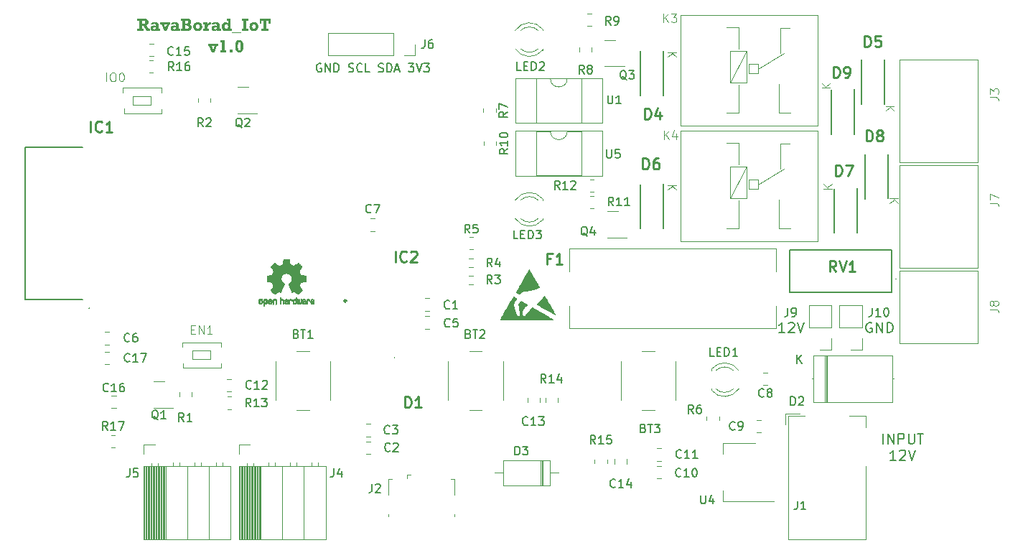
<source format=gbr>
%TF.GenerationSoftware,KiCad,Pcbnew,7.0.2*%
%TF.CreationDate,2024-06-27T10:52:01-03:00*%
%TF.ProjectId,Irrigation_IoT,49727269-6761-4746-996f-6e5f496f542e,rev?*%
%TF.SameCoordinates,Original*%
%TF.FileFunction,Legend,Top*%
%TF.FilePolarity,Positive*%
%FSLAX46Y46*%
G04 Gerber Fmt 4.6, Leading zero omitted, Abs format (unit mm)*
G04 Created by KiCad (PCBNEW 7.0.2) date 2024-06-27 10:52:01*
%MOMM*%
%LPD*%
G01*
G04 APERTURE LIST*
%ADD10C,0.300000*%
%ADD11C,0.150000*%
%ADD12C,0.254000*%
%ADD13C,0.100000*%
%ADD14C,0.120000*%
%ADD15C,0.010000*%
%ADD16C,0.200000*%
%ADD17C,0.250000*%
G04 APERTURE END LIST*
D10*
G36*
X78338096Y-42104836D02*
G01*
X78352947Y-42105203D01*
X78381849Y-42106671D01*
X78409687Y-42109118D01*
X78436461Y-42112544D01*
X78462169Y-42116949D01*
X78486813Y-42122333D01*
X78510392Y-42128696D01*
X78532906Y-42136038D01*
X78554355Y-42144358D01*
X78574740Y-42153657D01*
X78594060Y-42163936D01*
X78612315Y-42175193D01*
X78629506Y-42187429D01*
X78645632Y-42200644D01*
X78660693Y-42214837D01*
X78674689Y-42230010D01*
X78687732Y-42245801D01*
X78699934Y-42261849D01*
X78711294Y-42278155D01*
X78721813Y-42294719D01*
X78731490Y-42311540D01*
X78740325Y-42328619D01*
X78748320Y-42345956D01*
X78755472Y-42363550D01*
X78761783Y-42381401D01*
X78767253Y-42399511D01*
X78771881Y-42417878D01*
X78775668Y-42436502D01*
X78778613Y-42455384D01*
X78780717Y-42474524D01*
X78781979Y-42493921D01*
X78782400Y-42513576D01*
X78782157Y-42528992D01*
X78781430Y-42544146D01*
X78780217Y-42559037D01*
X78778519Y-42573665D01*
X78773667Y-42602134D01*
X78766875Y-42629553D01*
X78758143Y-42655921D01*
X78747470Y-42681239D01*
X78734856Y-42705506D01*
X78720301Y-42728723D01*
X78703806Y-42750890D01*
X78685371Y-42772006D01*
X78664995Y-42792071D01*
X78642678Y-42811087D01*
X78630792Y-42820200D01*
X78618421Y-42829051D01*
X78605564Y-42837640D01*
X78592223Y-42845966D01*
X78578396Y-42854029D01*
X78564084Y-42861829D01*
X78549287Y-42869367D01*
X78534005Y-42876643D01*
X78767013Y-43300526D01*
X78952393Y-43300526D01*
X78952393Y-43535000D01*
X78515687Y-43535000D01*
X78192187Y-42925369D01*
X78028422Y-42925369D01*
X78028422Y-43300526D01*
X78207575Y-43300526D01*
X78207575Y-43535000D01*
X77458360Y-43535000D01*
X77458360Y-43300526D01*
X77655097Y-43300526D01*
X77655097Y-42339187D01*
X78028422Y-42339187D01*
X78028422Y-42690896D01*
X78156284Y-42690896D01*
X78184943Y-42690204D01*
X78211753Y-42688126D01*
X78236715Y-42684662D01*
X78259827Y-42679814D01*
X78281091Y-42673580D01*
X78300505Y-42665961D01*
X78318071Y-42656956D01*
X78333787Y-42646566D01*
X78347654Y-42634791D01*
X78359673Y-42621630D01*
X78369842Y-42607085D01*
X78378163Y-42591154D01*
X78384634Y-42573837D01*
X78389257Y-42555135D01*
X78392030Y-42535048D01*
X78392955Y-42513576D01*
X78392478Y-42497482D01*
X78391049Y-42482174D01*
X78388666Y-42467652D01*
X78384006Y-42449512D01*
X78377652Y-42432768D01*
X78369603Y-42417420D01*
X78359860Y-42403470D01*
X78348423Y-42390916D01*
X78338733Y-42382418D01*
X78324628Y-42372285D01*
X78309241Y-42363504D01*
X78292571Y-42356074D01*
X78274619Y-42349994D01*
X78260314Y-42346321D01*
X78245287Y-42343408D01*
X78229539Y-42341255D01*
X78213070Y-42339862D01*
X78195879Y-42339229D01*
X78189989Y-42339187D01*
X78028422Y-42339187D01*
X77655097Y-42339187D01*
X77458360Y-42339187D01*
X77458360Y-42104713D01*
X78322979Y-42104713D01*
X78338096Y-42104836D01*
G37*
G36*
X79532612Y-42503445D02*
G01*
X79550076Y-42503827D01*
X79567154Y-42504464D01*
X79583845Y-42505356D01*
X79600149Y-42506502D01*
X79616068Y-42507903D01*
X79631600Y-42509559D01*
X79646745Y-42511469D01*
X79661504Y-42513635D01*
X79682918Y-42517360D01*
X79703463Y-42521659D01*
X79723138Y-42526531D01*
X79741944Y-42531976D01*
X79753998Y-42535924D01*
X79771361Y-42542208D01*
X79787868Y-42548834D01*
X79803518Y-42555801D01*
X79818312Y-42563110D01*
X79832249Y-42570759D01*
X79845330Y-42578750D01*
X79857554Y-42587082D01*
X79872521Y-42598723D01*
X79885965Y-42610970D01*
X79895048Y-42620554D01*
X79906251Y-42633629D01*
X79916595Y-42647024D01*
X79926081Y-42660740D01*
X79934707Y-42674776D01*
X79942475Y-42689133D01*
X79949385Y-42703811D01*
X79955435Y-42718809D01*
X79960628Y-42734127D01*
X79965093Y-42750722D01*
X79968962Y-42769733D01*
X79971474Y-42785577D01*
X79973651Y-42802779D01*
X79975492Y-42821340D01*
X79976999Y-42841260D01*
X79978172Y-42862539D01*
X79978767Y-42877480D01*
X79979213Y-42893024D01*
X79979511Y-42909173D01*
X79979660Y-42925926D01*
X79979678Y-42934528D01*
X79979678Y-43300526D01*
X80140512Y-43300526D01*
X80140512Y-43535000D01*
X79661308Y-43535000D01*
X79661308Y-43447805D01*
X79645132Y-43461203D01*
X79628845Y-43473737D01*
X79612446Y-43485406D01*
X79595935Y-43496211D01*
X79579312Y-43506151D01*
X79562578Y-43515227D01*
X79545733Y-43523439D01*
X79528776Y-43530786D01*
X79511707Y-43537269D01*
X79494526Y-43542888D01*
X79477234Y-43547642D01*
X79459830Y-43551532D01*
X79442315Y-43554557D01*
X79424688Y-43556718D01*
X79406950Y-43558015D01*
X79389099Y-43558447D01*
X79370711Y-43558113D01*
X79352640Y-43557113D01*
X79334887Y-43555446D01*
X79317452Y-43553112D01*
X79300335Y-43550111D01*
X79283535Y-43546443D01*
X79267053Y-43542108D01*
X79250888Y-43537106D01*
X79235042Y-43531437D01*
X79219513Y-43525102D01*
X79204301Y-43518100D01*
X79189408Y-43510430D01*
X79174832Y-43502094D01*
X79160574Y-43493091D01*
X79146633Y-43483421D01*
X79133011Y-43473084D01*
X79119968Y-43462140D01*
X79107766Y-43450741D01*
X79096406Y-43438888D01*
X79085887Y-43426579D01*
X79076210Y-43413814D01*
X79067374Y-43400595D01*
X79059380Y-43386921D01*
X79052227Y-43372792D01*
X79045916Y-43358207D01*
X79040446Y-43343168D01*
X79035818Y-43327673D01*
X79032032Y-43311723D01*
X79029086Y-43295319D01*
X79026983Y-43278459D01*
X79025720Y-43261144D01*
X79025300Y-43243374D01*
X79025715Y-43226521D01*
X79332679Y-43226521D01*
X79333556Y-43241646D01*
X79336185Y-43256109D01*
X79341655Y-43272591D01*
X79349649Y-43288120D01*
X79358240Y-43300333D01*
X79368583Y-43311884D01*
X79380409Y-43322121D01*
X79393219Y-43330624D01*
X79407014Y-43337391D01*
X79421792Y-43342424D01*
X79437553Y-43345720D01*
X79454299Y-43347282D01*
X79461273Y-43347421D01*
X79478096Y-43346507D01*
X79495319Y-43343763D01*
X79512941Y-43339191D01*
X79530962Y-43332789D01*
X79549383Y-43324559D01*
X79568203Y-43314500D01*
X79580971Y-43306777D01*
X79593917Y-43298242D01*
X79607040Y-43288894D01*
X79620341Y-43278733D01*
X79633819Y-43267760D01*
X79647475Y-43255973D01*
X79661308Y-43243374D01*
X79661308Y-43185122D01*
X79647064Y-43176382D01*
X79633184Y-43168206D01*
X79619667Y-43160594D01*
X79606514Y-43153546D01*
X79587465Y-43144031D01*
X79569235Y-43135784D01*
X79551822Y-43128806D01*
X79535227Y-43123097D01*
X79519450Y-43118657D01*
X79504491Y-43115485D01*
X79485818Y-43113230D01*
X79477027Y-43112948D01*
X79460200Y-43113663D01*
X79443839Y-43115810D01*
X79427943Y-43119388D01*
X79412512Y-43124397D01*
X79397546Y-43130837D01*
X79383046Y-43138708D01*
X79377376Y-43142257D01*
X79364499Y-43151946D01*
X79353805Y-43162922D01*
X79345294Y-43175187D01*
X79338965Y-43188739D01*
X79334818Y-43203580D01*
X79332854Y-43219709D01*
X79332679Y-43226521D01*
X79025715Y-43226521D01*
X79025742Y-43225422D01*
X79027068Y-43207836D01*
X79029279Y-43190617D01*
X79032375Y-43173764D01*
X79036355Y-43157278D01*
X79041219Y-43141158D01*
X79046968Y-43125404D01*
X79053601Y-43110017D01*
X79061119Y-43094996D01*
X79069521Y-43080341D01*
X79078807Y-43066053D01*
X79088978Y-43052131D01*
X79100034Y-43038576D01*
X79111973Y-43025387D01*
X79124798Y-43012564D01*
X79138506Y-43000108D01*
X79152960Y-42988218D01*
X79167930Y-42977095D01*
X79183414Y-42966740D01*
X79199414Y-42957151D01*
X79215929Y-42948330D01*
X79232959Y-42940276D01*
X79250505Y-42932989D01*
X79268565Y-42926468D01*
X79287141Y-42920715D01*
X79306232Y-42915729D01*
X79325838Y-42911510D01*
X79345960Y-42908059D01*
X79366597Y-42905374D01*
X79387748Y-42903456D01*
X79409415Y-42902306D01*
X79431598Y-42901922D01*
X79450549Y-42902366D01*
X79470036Y-42903699D01*
X79490057Y-42905921D01*
X79510612Y-42909032D01*
X79531702Y-42913031D01*
X79546059Y-42916191D01*
X79560653Y-42919746D01*
X79575485Y-42923696D01*
X79590555Y-42928041D01*
X79605862Y-42932780D01*
X79621407Y-42937915D01*
X79637189Y-42943445D01*
X79653209Y-42949370D01*
X79661308Y-42952480D01*
X79661308Y-42891297D01*
X79660501Y-42872401D01*
X79658079Y-42854363D01*
X79654044Y-42837184D01*
X79648394Y-42820864D01*
X79641129Y-42805402D01*
X79632251Y-42790799D01*
X79621758Y-42777055D01*
X79609651Y-42764169D01*
X79596273Y-42752491D01*
X79581784Y-42742370D01*
X79566185Y-42733807D01*
X79549475Y-42726800D01*
X79531655Y-42721350D01*
X79512724Y-42717458D01*
X79497797Y-42715560D01*
X79482246Y-42714538D01*
X79471531Y-42714344D01*
X79451743Y-42714962D01*
X79432496Y-42716816D01*
X79413790Y-42719908D01*
X79395625Y-42724235D01*
X79378001Y-42729800D01*
X79360918Y-42736600D01*
X79344376Y-42744637D01*
X79328374Y-42753911D01*
X79312914Y-42764421D01*
X79297995Y-42776168D01*
X79288349Y-42784685D01*
X79031528Y-42738524D01*
X79038743Y-42724053D01*
X79046467Y-42710042D01*
X79054700Y-42696490D01*
X79063442Y-42683397D01*
X79072692Y-42670764D01*
X79082451Y-42658590D01*
X79092719Y-42646876D01*
X79103495Y-42635621D01*
X79114781Y-42624825D01*
X79126575Y-42614489D01*
X79138878Y-42604612D01*
X79151690Y-42595195D01*
X79165010Y-42586237D01*
X79178839Y-42577738D01*
X79193177Y-42569699D01*
X79208024Y-42562119D01*
X79223379Y-42554999D01*
X79239243Y-42548338D01*
X79255616Y-42542136D01*
X79272498Y-42536394D01*
X79289889Y-42531111D01*
X79307788Y-42526287D01*
X79326196Y-42521923D01*
X79345113Y-42518018D01*
X79364538Y-42514573D01*
X79384473Y-42511587D01*
X79404916Y-42509060D01*
X79425867Y-42506993D01*
X79447328Y-42505385D01*
X79469297Y-42504236D01*
X79491775Y-42503547D01*
X79514762Y-42503318D01*
X79532612Y-42503445D01*
G37*
G36*
X80620083Y-43535000D02*
G01*
X80283394Y-42761238D01*
X80139047Y-42761238D01*
X80139047Y-42526765D01*
X80743914Y-42526765D01*
X80743914Y-42761238D01*
X80620083Y-42761238D01*
X80775788Y-43210401D01*
X80959337Y-42761238D01*
X80828178Y-42761238D01*
X80828178Y-42526765D01*
X81356842Y-42526765D01*
X81356842Y-42761238D01*
X81214692Y-42761238D01*
X80891193Y-43535000D01*
X80620083Y-43535000D01*
G37*
G36*
X81902257Y-42503445D02*
G01*
X81919720Y-42503827D01*
X81936798Y-42504464D01*
X81953489Y-42505356D01*
X81969794Y-42506502D01*
X81985712Y-42507903D01*
X82001244Y-42509559D01*
X82016389Y-42511469D01*
X82031148Y-42513635D01*
X82052562Y-42517360D01*
X82073107Y-42521659D01*
X82092782Y-42526531D01*
X82111588Y-42531976D01*
X82123642Y-42535924D01*
X82141006Y-42542208D01*
X82157512Y-42548834D01*
X82173163Y-42555801D01*
X82187956Y-42563110D01*
X82201894Y-42570759D01*
X82214974Y-42578750D01*
X82227198Y-42587082D01*
X82242165Y-42598723D01*
X82255609Y-42610970D01*
X82264692Y-42620554D01*
X82275895Y-42633629D01*
X82286239Y-42647024D01*
X82295725Y-42660740D01*
X82304351Y-42674776D01*
X82312119Y-42689133D01*
X82319029Y-42703811D01*
X82325080Y-42718809D01*
X82330272Y-42734127D01*
X82334737Y-42750722D01*
X82338606Y-42769733D01*
X82341118Y-42785577D01*
X82343295Y-42802779D01*
X82345137Y-42821340D01*
X82346644Y-42841260D01*
X82347816Y-42862539D01*
X82348411Y-42877480D01*
X82348857Y-42893024D01*
X82349155Y-42909173D01*
X82349304Y-42925926D01*
X82349323Y-42934528D01*
X82349323Y-43300526D01*
X82510157Y-43300526D01*
X82510157Y-43535000D01*
X82030952Y-43535000D01*
X82030952Y-43447805D01*
X82014776Y-43461203D01*
X81998489Y-43473737D01*
X81982090Y-43485406D01*
X81965579Y-43496211D01*
X81948957Y-43506151D01*
X81932223Y-43515227D01*
X81915377Y-43523439D01*
X81898420Y-43530786D01*
X81881351Y-43537269D01*
X81864170Y-43542888D01*
X81846878Y-43547642D01*
X81829475Y-43551532D01*
X81811959Y-43554557D01*
X81794332Y-43556718D01*
X81776594Y-43558015D01*
X81758743Y-43558447D01*
X81740355Y-43558113D01*
X81722284Y-43557113D01*
X81704531Y-43555446D01*
X81687096Y-43553112D01*
X81669979Y-43550111D01*
X81653179Y-43546443D01*
X81636697Y-43542108D01*
X81620532Y-43537106D01*
X81604686Y-43531437D01*
X81589157Y-43525102D01*
X81573946Y-43518100D01*
X81559052Y-43510430D01*
X81544476Y-43502094D01*
X81530218Y-43493091D01*
X81516278Y-43483421D01*
X81502655Y-43473084D01*
X81489612Y-43462140D01*
X81477410Y-43450741D01*
X81466050Y-43438888D01*
X81455531Y-43426579D01*
X81445854Y-43413814D01*
X81437018Y-43400595D01*
X81429024Y-43386921D01*
X81421871Y-43372792D01*
X81415560Y-43358207D01*
X81410091Y-43343168D01*
X81405462Y-43327673D01*
X81401676Y-43311723D01*
X81398730Y-43295319D01*
X81396627Y-43278459D01*
X81395364Y-43261144D01*
X81394944Y-43243374D01*
X81395359Y-43226521D01*
X81702323Y-43226521D01*
X81703200Y-43241646D01*
X81705830Y-43256109D01*
X81711299Y-43272591D01*
X81719293Y-43288120D01*
X81727884Y-43300333D01*
X81738227Y-43311884D01*
X81750053Y-43322121D01*
X81762864Y-43330624D01*
X81776658Y-43337391D01*
X81791436Y-43342424D01*
X81807198Y-43345720D01*
X81823943Y-43347282D01*
X81830917Y-43347421D01*
X81847741Y-43346507D01*
X81864963Y-43343763D01*
X81882585Y-43339191D01*
X81900607Y-43332789D01*
X81919027Y-43324559D01*
X81937847Y-43314500D01*
X81950615Y-43306777D01*
X81963561Y-43298242D01*
X81976684Y-43288894D01*
X81989985Y-43278733D01*
X82003463Y-43267760D01*
X82017119Y-43255973D01*
X82030952Y-43243374D01*
X82030952Y-43185122D01*
X82016708Y-43176382D01*
X82002828Y-43168206D01*
X81989311Y-43160594D01*
X81976158Y-43153546D01*
X81957109Y-43144031D01*
X81938879Y-43135784D01*
X81921466Y-43128806D01*
X81904871Y-43123097D01*
X81889094Y-43118657D01*
X81874135Y-43115485D01*
X81855462Y-43113230D01*
X81846671Y-43112948D01*
X81829845Y-43113663D01*
X81813483Y-43115810D01*
X81797587Y-43119388D01*
X81782156Y-43124397D01*
X81767191Y-43130837D01*
X81752690Y-43138708D01*
X81747020Y-43142257D01*
X81734143Y-43151946D01*
X81723449Y-43162922D01*
X81714938Y-43175187D01*
X81708609Y-43188739D01*
X81704462Y-43203580D01*
X81702498Y-43219709D01*
X81702323Y-43226521D01*
X81395359Y-43226521D01*
X81395386Y-43225422D01*
X81396713Y-43207836D01*
X81398924Y-43190617D01*
X81402019Y-43173764D01*
X81405999Y-43157278D01*
X81410863Y-43141158D01*
X81416612Y-43125404D01*
X81423245Y-43110017D01*
X81430763Y-43094996D01*
X81439165Y-43080341D01*
X81448451Y-43066053D01*
X81458622Y-43052131D01*
X81469678Y-43038576D01*
X81481617Y-43025387D01*
X81494442Y-43012564D01*
X81508150Y-43000108D01*
X81522604Y-42988218D01*
X81537574Y-42977095D01*
X81553058Y-42966740D01*
X81569058Y-42957151D01*
X81585573Y-42948330D01*
X81602604Y-42940276D01*
X81620149Y-42932989D01*
X81638210Y-42926468D01*
X81656785Y-42920715D01*
X81675876Y-42915729D01*
X81695483Y-42911510D01*
X81715604Y-42908059D01*
X81736241Y-42905374D01*
X81757392Y-42903456D01*
X81779059Y-42902306D01*
X81801242Y-42901922D01*
X81820193Y-42902366D01*
X81839680Y-42903699D01*
X81859701Y-42905921D01*
X81880256Y-42909032D01*
X81901346Y-42913031D01*
X81915703Y-42916191D01*
X81930297Y-42919746D01*
X81945129Y-42923696D01*
X81960199Y-42928041D01*
X81975506Y-42932780D01*
X81991051Y-42937915D01*
X82006833Y-42943445D01*
X82022853Y-42949370D01*
X82030952Y-42952480D01*
X82030952Y-42891297D01*
X82030145Y-42872401D01*
X82027723Y-42854363D01*
X82023688Y-42837184D01*
X82018038Y-42820864D01*
X82010773Y-42805402D01*
X82001895Y-42790799D01*
X81991402Y-42777055D01*
X81979295Y-42764169D01*
X81965917Y-42752491D01*
X81951428Y-42742370D01*
X81935829Y-42733807D01*
X81919119Y-42726800D01*
X81901299Y-42721350D01*
X81882368Y-42717458D01*
X81867442Y-42715560D01*
X81851890Y-42714538D01*
X81841175Y-42714344D01*
X81821387Y-42714962D01*
X81802140Y-42716816D01*
X81783434Y-42719908D01*
X81765269Y-42724235D01*
X81747645Y-42729800D01*
X81730562Y-42736600D01*
X81714020Y-42744637D01*
X81698019Y-42753911D01*
X81682558Y-42764421D01*
X81667639Y-42776168D01*
X81657993Y-42784685D01*
X81401172Y-42738524D01*
X81408387Y-42724053D01*
X81416111Y-42710042D01*
X81424344Y-42696490D01*
X81433086Y-42683397D01*
X81442336Y-42670764D01*
X81452095Y-42658590D01*
X81462363Y-42646876D01*
X81473140Y-42635621D01*
X81484425Y-42624825D01*
X81496219Y-42614489D01*
X81508522Y-42604612D01*
X81521334Y-42595195D01*
X81534654Y-42586237D01*
X81548483Y-42577738D01*
X81562821Y-42569699D01*
X81577668Y-42562119D01*
X81593023Y-42554999D01*
X81608888Y-42548338D01*
X81625261Y-42542136D01*
X81642142Y-42536394D01*
X81659533Y-42531111D01*
X81677432Y-42526287D01*
X81695840Y-42521923D01*
X81714757Y-42518018D01*
X81734182Y-42514573D01*
X81754117Y-42511587D01*
X81774560Y-42509060D01*
X81795511Y-42506993D01*
X81816972Y-42505385D01*
X81838941Y-42504236D01*
X81861419Y-42503547D01*
X81884406Y-42503318D01*
X81902257Y-42503445D01*
G37*
G36*
X83268186Y-42104812D02*
G01*
X83294079Y-42105108D01*
X83319099Y-42105602D01*
X83343246Y-42106293D01*
X83366520Y-42107182D01*
X83388921Y-42108268D01*
X83410449Y-42109552D01*
X83431105Y-42111033D01*
X83450887Y-42112712D01*
X83469796Y-42114588D01*
X83487832Y-42116662D01*
X83504996Y-42118933D01*
X83521286Y-42121402D01*
X83536703Y-42124068D01*
X83551248Y-42126931D01*
X83564919Y-42129993D01*
X83584586Y-42135292D01*
X83603744Y-42141846D01*
X83622393Y-42149657D01*
X83640533Y-42158723D01*
X83658165Y-42169046D01*
X83675288Y-42180624D01*
X83691902Y-42193458D01*
X83708007Y-42207547D01*
X83723604Y-42222893D01*
X83733719Y-42233821D01*
X83743608Y-42245307D01*
X83748468Y-42251259D01*
X83757829Y-42263434D01*
X83766586Y-42275868D01*
X83774739Y-42288564D01*
X83782288Y-42301520D01*
X83789233Y-42314736D01*
X83795574Y-42328213D01*
X83801312Y-42341950D01*
X83806445Y-42355948D01*
X83810974Y-42370206D01*
X83814900Y-42384724D01*
X83818222Y-42399504D01*
X83820939Y-42414543D01*
X83823053Y-42429843D01*
X83824563Y-42445404D01*
X83825469Y-42461224D01*
X83825771Y-42477306D01*
X83824982Y-42502751D01*
X83822616Y-42527246D01*
X83818674Y-42550791D01*
X83813154Y-42573385D01*
X83806057Y-42595029D01*
X83797383Y-42615723D01*
X83787132Y-42635466D01*
X83775304Y-42654260D01*
X83761899Y-42672103D01*
X83746916Y-42688996D01*
X83730357Y-42704938D01*
X83712221Y-42719931D01*
X83692507Y-42733973D01*
X83671216Y-42747064D01*
X83648349Y-42759206D01*
X83623904Y-42770397D01*
X83639750Y-42776567D01*
X83655092Y-42783034D01*
X83669932Y-42789797D01*
X83684268Y-42796856D01*
X83698102Y-42804211D01*
X83711432Y-42811862D01*
X83724259Y-42819810D01*
X83736584Y-42828054D01*
X83759723Y-42845430D01*
X83780851Y-42863992D01*
X83799966Y-42883738D01*
X83817069Y-42904670D01*
X83832161Y-42926786D01*
X83845239Y-42950087D01*
X83856306Y-42974574D01*
X83865361Y-43000245D01*
X83872403Y-43027101D01*
X83877434Y-43055142D01*
X83880452Y-43084369D01*
X83881206Y-43099426D01*
X83881458Y-43114780D01*
X83881146Y-43132480D01*
X83880210Y-43149859D01*
X83878650Y-43166918D01*
X83876466Y-43183656D01*
X83873658Y-43200074D01*
X83870227Y-43216171D01*
X83866171Y-43231948D01*
X83861491Y-43247404D01*
X83856187Y-43262539D01*
X83850260Y-43277354D01*
X83843708Y-43291848D01*
X83836533Y-43306022D01*
X83828733Y-43319875D01*
X83820309Y-43333408D01*
X83811262Y-43346620D01*
X83801591Y-43359511D01*
X83791425Y-43371989D01*
X83780897Y-43383960D01*
X83770005Y-43395425D01*
X83758749Y-43406383D01*
X83747130Y-43416834D01*
X83735147Y-43426779D01*
X83722801Y-43436217D01*
X83710091Y-43445149D01*
X83697018Y-43453574D01*
X83683581Y-43461492D01*
X83669781Y-43468904D01*
X83655617Y-43475809D01*
X83641090Y-43482207D01*
X83626199Y-43488099D01*
X83610945Y-43493484D01*
X83595327Y-43498363D01*
X83579176Y-43502800D01*
X83562229Y-43506950D01*
X83544486Y-43510814D01*
X83525947Y-43514392D01*
X83506613Y-43517683D01*
X83486483Y-43520688D01*
X83465557Y-43523408D01*
X83443836Y-43525840D01*
X83421319Y-43527987D01*
X83398006Y-43529848D01*
X83373897Y-43531422D01*
X83348993Y-43532710D01*
X83323293Y-43533712D01*
X83296798Y-43534427D01*
X83269507Y-43534856D01*
X83241420Y-43535000D01*
X82587093Y-43535000D01*
X82587093Y-43300526D01*
X82763314Y-43300526D01*
X82763314Y-42901922D01*
X83136273Y-42901922D01*
X83136273Y-43300526D01*
X83241420Y-43300526D01*
X83258988Y-43300359D01*
X83275881Y-43299857D01*
X83292098Y-43299019D01*
X83307640Y-43297847D01*
X83322506Y-43296340D01*
X83343539Y-43293452D01*
X83363053Y-43289810D01*
X83381046Y-43285415D01*
X83397519Y-43280266D01*
X83412473Y-43274364D01*
X83425907Y-43267708D01*
X83441454Y-43257662D01*
X83454764Y-43245927D01*
X83466299Y-43232154D01*
X83476059Y-43216343D01*
X83484044Y-43198494D01*
X83488869Y-43183770D01*
X83492695Y-43167900D01*
X83495524Y-43150883D01*
X83497354Y-43132720D01*
X83498185Y-43113411D01*
X83498241Y-43106720D01*
X83497700Y-43086024D01*
X83496077Y-43066525D01*
X83493372Y-43048225D01*
X83489586Y-43031123D01*
X83484717Y-43015218D01*
X83478766Y-43000511D01*
X83471734Y-42987002D01*
X83463620Y-42974691D01*
X83451117Y-42960140D01*
X83436692Y-42947718D01*
X83420257Y-42936984D01*
X83406436Y-42929873D01*
X83391333Y-42923568D01*
X83374948Y-42918067D01*
X83357282Y-42913371D01*
X83338335Y-42909480D01*
X83318106Y-42906394D01*
X83296595Y-42904113D01*
X83281543Y-42903040D01*
X83265921Y-42902325D01*
X83249729Y-42901967D01*
X83241420Y-42901922D01*
X83136273Y-42901922D01*
X82763314Y-42901922D01*
X82763314Y-42339187D01*
X83136273Y-42339187D01*
X83136273Y-42667449D01*
X83241420Y-42667449D01*
X83261447Y-42667120D01*
X83280450Y-42666135D01*
X83298430Y-42664493D01*
X83315385Y-42662194D01*
X83331317Y-42659238D01*
X83346224Y-42655625D01*
X83364508Y-42649786D01*
X83380971Y-42642779D01*
X83395615Y-42634605D01*
X83402254Y-42630080D01*
X83414361Y-42619747D01*
X83424854Y-42607617D01*
X83433732Y-42593689D01*
X83440997Y-42577964D01*
X83446647Y-42560442D01*
X83449825Y-42546120D01*
X83452095Y-42530788D01*
X83453457Y-42514444D01*
X83453911Y-42497090D01*
X83453470Y-42481260D01*
X83452146Y-42466332D01*
X83449009Y-42447831D01*
X83444304Y-42430932D01*
X83438030Y-42415636D01*
X83430187Y-42401944D01*
X83420776Y-42389854D01*
X83409797Y-42379366D01*
X83403719Y-42374724D01*
X83390089Y-42366395D01*
X83374112Y-42359176D01*
X83355788Y-42353068D01*
X83340505Y-42349216D01*
X83323902Y-42345989D01*
X83305978Y-42343386D01*
X83286734Y-42341408D01*
X83266170Y-42340054D01*
X83244286Y-42339325D01*
X83228963Y-42339187D01*
X83136273Y-42339187D01*
X82763314Y-42339187D01*
X82587093Y-42339187D01*
X82587093Y-42104713D01*
X83241420Y-42104713D01*
X83268186Y-42104812D01*
G37*
G36*
X84614873Y-42503869D02*
G01*
X84641755Y-42505522D01*
X84668088Y-42508277D01*
X84693871Y-42512133D01*
X84719104Y-42517092D01*
X84743788Y-42523153D01*
X84767922Y-42530316D01*
X84791507Y-42538580D01*
X84814542Y-42547947D01*
X84837028Y-42558415D01*
X84858964Y-42569986D01*
X84880350Y-42582658D01*
X84901187Y-42596433D01*
X84921475Y-42611309D01*
X84941212Y-42627288D01*
X84960401Y-42644368D01*
X84978768Y-42662407D01*
X84995950Y-42681262D01*
X85011946Y-42700933D01*
X85026758Y-42721419D01*
X85040386Y-42742721D01*
X85052828Y-42764839D01*
X85064085Y-42787772D01*
X85074157Y-42811522D01*
X85083044Y-42836087D01*
X85090746Y-42861467D01*
X85097264Y-42887664D01*
X85102596Y-42914676D01*
X85106743Y-42942504D01*
X85109706Y-42971148D01*
X85110742Y-42985775D01*
X85111483Y-43000607D01*
X85111927Y-43015643D01*
X85112076Y-43030882D01*
X85111929Y-43045943D01*
X85111489Y-43060808D01*
X85110755Y-43075478D01*
X85108408Y-43104232D01*
X85104888Y-43132205D01*
X85100194Y-43159396D01*
X85094326Y-43185805D01*
X85087285Y-43211434D01*
X85079071Y-43236281D01*
X85069682Y-43260346D01*
X85059121Y-43283630D01*
X85047386Y-43306133D01*
X85034477Y-43327854D01*
X85020395Y-43348795D01*
X85005139Y-43368953D01*
X84988710Y-43388330D01*
X84971108Y-43406926D01*
X84961866Y-43415931D01*
X84942844Y-43433189D01*
X84923238Y-43449333D01*
X84903048Y-43464364D01*
X84882274Y-43478282D01*
X84860916Y-43491086D01*
X84838974Y-43502777D01*
X84816448Y-43513354D01*
X84793339Y-43522818D01*
X84769645Y-43531168D01*
X84745368Y-43538406D01*
X84720507Y-43544529D01*
X84695061Y-43549540D01*
X84669032Y-43553436D01*
X84642419Y-43556220D01*
X84615223Y-43557890D01*
X84587442Y-43558447D01*
X84560141Y-43557896D01*
X84533375Y-43556243D01*
X84507144Y-43553488D01*
X84481448Y-43549631D01*
X84456288Y-43544672D01*
X84431663Y-43538612D01*
X84407573Y-43531449D01*
X84384018Y-43523184D01*
X84360999Y-43513818D01*
X84338515Y-43503349D01*
X84316566Y-43491779D01*
X84295152Y-43479106D01*
X84274273Y-43465332D01*
X84253930Y-43450455D01*
X84234122Y-43434477D01*
X84214849Y-43417397D01*
X84196438Y-43399357D01*
X84179215Y-43380503D01*
X84163179Y-43360832D01*
X84148331Y-43340346D01*
X84134672Y-43319044D01*
X84122199Y-43296926D01*
X84110915Y-43273992D01*
X84100819Y-43250243D01*
X84091910Y-43225678D01*
X84084189Y-43200297D01*
X84077656Y-43174101D01*
X84072311Y-43147088D01*
X84068153Y-43119260D01*
X84065184Y-43090617D01*
X84064145Y-43075989D01*
X84063402Y-43061157D01*
X84062957Y-43046122D01*
X84062887Y-43038942D01*
X84389605Y-43038942D01*
X84390033Y-43059889D01*
X84391318Y-43080141D01*
X84393460Y-43099697D01*
X84396457Y-43118558D01*
X84400312Y-43136723D01*
X84405023Y-43154192D01*
X84410590Y-43170967D01*
X84417014Y-43187045D01*
X84424294Y-43202428D01*
X84432431Y-43217116D01*
X84438332Y-43226521D01*
X84447974Y-43239746D01*
X84458493Y-43251671D01*
X84469888Y-43262295D01*
X84482158Y-43271618D01*
X84495304Y-43279640D01*
X84509326Y-43286361D01*
X84524224Y-43291782D01*
X84539998Y-43295901D01*
X84556647Y-43298720D01*
X84574173Y-43300237D01*
X84586343Y-43300526D01*
X84602670Y-43299944D01*
X84618405Y-43298195D01*
X84633548Y-43295281D01*
X84648098Y-43291201D01*
X84662056Y-43285956D01*
X84675421Y-43279545D01*
X84688194Y-43271968D01*
X84700374Y-43263226D01*
X84711961Y-43253318D01*
X84722957Y-43242244D01*
X84729958Y-43234214D01*
X84739844Y-43221052D01*
X84748758Y-43206570D01*
X84756700Y-43190767D01*
X84763669Y-43173644D01*
X84769666Y-43155201D01*
X84774690Y-43135438D01*
X84778742Y-43114354D01*
X84780903Y-43099565D01*
X84782631Y-43084189D01*
X84783928Y-43068227D01*
X84784792Y-43051677D01*
X84785225Y-43034541D01*
X84785279Y-43025753D01*
X84785070Y-43010396D01*
X84784443Y-42995465D01*
X84782719Y-42973869D01*
X84780055Y-42953232D01*
X84776451Y-42933554D01*
X84771906Y-42914836D01*
X84766422Y-42897078D01*
X84759997Y-42880279D01*
X84752631Y-42864440D01*
X84744326Y-42849561D01*
X84735080Y-42835641D01*
X84731789Y-42831214D01*
X84721422Y-42818708D01*
X84710379Y-42807433D01*
X84698659Y-42797388D01*
X84686263Y-42788572D01*
X84673191Y-42780987D01*
X84659443Y-42774632D01*
X84645018Y-42769507D01*
X84629917Y-42765612D01*
X84614140Y-42762947D01*
X84597687Y-42761512D01*
X84586343Y-42761238D01*
X84562519Y-42762323D01*
X84540232Y-42765577D01*
X84519483Y-42771001D01*
X84500270Y-42778595D01*
X84482594Y-42788358D01*
X84466456Y-42800290D01*
X84451854Y-42814392D01*
X84438790Y-42830664D01*
X84427262Y-42849105D01*
X84417271Y-42869716D01*
X84408818Y-42892497D01*
X84401901Y-42917447D01*
X84396522Y-42944566D01*
X84392679Y-42973855D01*
X84391334Y-42989314D01*
X84390374Y-43005314D01*
X84389797Y-43021857D01*
X84389605Y-43038942D01*
X84062887Y-43038942D01*
X84062808Y-43030882D01*
X84062957Y-43015643D01*
X84063402Y-43000607D01*
X84064145Y-42985775D01*
X84065184Y-42971148D01*
X84068153Y-42942504D01*
X84072311Y-42914676D01*
X84077656Y-42887664D01*
X84084189Y-42861467D01*
X84091910Y-42836087D01*
X84100819Y-42811522D01*
X84110915Y-42787772D01*
X84122199Y-42764839D01*
X84134672Y-42742721D01*
X84148331Y-42721419D01*
X84163179Y-42700933D01*
X84179215Y-42681262D01*
X84196438Y-42662407D01*
X84214849Y-42644368D01*
X84234122Y-42627288D01*
X84253930Y-42611309D01*
X84274273Y-42596433D01*
X84295152Y-42582658D01*
X84316566Y-42569986D01*
X84338515Y-42558415D01*
X84360999Y-42547947D01*
X84384018Y-42538580D01*
X84407573Y-42530316D01*
X84431663Y-42523153D01*
X84456288Y-42517092D01*
X84481448Y-42512133D01*
X84507144Y-42508277D01*
X84533375Y-42505522D01*
X84560141Y-42503869D01*
X84587442Y-42503318D01*
X84614873Y-42503869D01*
G37*
G36*
X85944089Y-43300526D02*
G01*
X85944089Y-43535000D01*
X85242501Y-43535000D01*
X85242501Y-43300526D01*
X85426782Y-43300526D01*
X85426782Y-42761238D01*
X85253859Y-42761238D01*
X85253859Y-42526765D01*
X85718408Y-42526765D01*
X85718408Y-42784685D01*
X85724025Y-42763524D01*
X85730846Y-42742903D01*
X85738872Y-42722823D01*
X85748101Y-42703284D01*
X85758535Y-42684286D01*
X85770173Y-42665829D01*
X85778601Y-42653825D01*
X85787564Y-42642061D01*
X85797062Y-42630538D01*
X85807096Y-42619255D01*
X85817665Y-42608212D01*
X85828769Y-42597410D01*
X85840408Y-42586849D01*
X85852493Y-42576734D01*
X85864845Y-42567271D01*
X85877463Y-42558461D01*
X85890348Y-42550304D01*
X85903498Y-42542799D01*
X85916915Y-42535947D01*
X85930598Y-42529747D01*
X85944547Y-42524200D01*
X85958762Y-42519306D01*
X85973243Y-42515064D01*
X85987991Y-42511475D01*
X86003005Y-42508538D01*
X86018285Y-42506254D01*
X86033831Y-42504623D01*
X86049643Y-42503644D01*
X86065722Y-42503318D01*
X86081578Y-42503448D01*
X86097721Y-42503791D01*
X86113657Y-42504284D01*
X86117379Y-42504417D01*
X86117379Y-42808133D01*
X86102484Y-42808240D01*
X86080786Y-42808804D01*
X86059860Y-42809850D01*
X86039707Y-42811380D01*
X86020327Y-42813392D01*
X86001720Y-42815888D01*
X85983885Y-42818866D01*
X85966823Y-42822328D01*
X85950535Y-42826272D01*
X85935018Y-42830700D01*
X85920275Y-42835610D01*
X85906222Y-42841335D01*
X85892639Y-42848207D01*
X85879526Y-42856225D01*
X85866883Y-42865389D01*
X85854711Y-42875699D01*
X85843008Y-42887156D01*
X85831776Y-42899759D01*
X85821013Y-42913508D01*
X85810721Y-42928404D01*
X85800899Y-42944446D01*
X85794612Y-42955778D01*
X85785773Y-42973456D01*
X85777804Y-42991734D01*
X85770704Y-43010611D01*
X85764473Y-43030087D01*
X85759112Y-43050161D01*
X85754620Y-43070835D01*
X85750997Y-43092107D01*
X85748244Y-43113978D01*
X85746892Y-43128892D01*
X85745926Y-43144072D01*
X85745346Y-43159518D01*
X85745153Y-43175230D01*
X85745153Y-43300526D01*
X85944089Y-43300526D01*
G37*
G36*
X86719214Y-42503445D02*
G01*
X86736678Y-42503827D01*
X86753755Y-42504464D01*
X86770446Y-42505356D01*
X86786751Y-42506502D01*
X86802669Y-42507903D01*
X86818201Y-42509559D01*
X86833346Y-42511469D01*
X86848106Y-42513635D01*
X86869520Y-42517360D01*
X86890064Y-42521659D01*
X86909740Y-42526531D01*
X86928545Y-42531976D01*
X86940600Y-42535924D01*
X86957963Y-42542208D01*
X86974470Y-42548834D01*
X86990120Y-42555801D01*
X87004914Y-42563110D01*
X87018851Y-42570759D01*
X87031932Y-42578750D01*
X87044156Y-42587082D01*
X87059122Y-42598723D01*
X87072566Y-42610970D01*
X87081650Y-42620554D01*
X87092853Y-42633629D01*
X87103197Y-42647024D01*
X87112682Y-42660740D01*
X87121309Y-42674776D01*
X87129077Y-42689133D01*
X87135986Y-42703811D01*
X87142037Y-42718809D01*
X87147229Y-42734127D01*
X87151694Y-42750722D01*
X87155564Y-42769733D01*
X87158075Y-42785577D01*
X87160252Y-42802779D01*
X87162094Y-42821340D01*
X87163601Y-42841260D01*
X87164773Y-42862539D01*
X87165368Y-42877480D01*
X87165815Y-42893024D01*
X87166113Y-42909173D01*
X87166261Y-42925926D01*
X87166280Y-42934528D01*
X87166280Y-43300526D01*
X87327114Y-43300526D01*
X87327114Y-43535000D01*
X86847909Y-43535000D01*
X86847909Y-43447805D01*
X86831734Y-43461203D01*
X86815446Y-43473737D01*
X86799047Y-43485406D01*
X86782536Y-43496211D01*
X86765914Y-43506151D01*
X86749180Y-43515227D01*
X86732334Y-43523439D01*
X86715377Y-43530786D01*
X86698308Y-43537269D01*
X86681128Y-43542888D01*
X86663836Y-43547642D01*
X86646432Y-43551532D01*
X86628917Y-43554557D01*
X86611290Y-43556718D01*
X86593551Y-43558015D01*
X86575701Y-43558447D01*
X86557312Y-43558113D01*
X86539242Y-43557113D01*
X86521489Y-43555446D01*
X86504054Y-43553112D01*
X86486936Y-43550111D01*
X86470136Y-43546443D01*
X86453654Y-43542108D01*
X86437490Y-43537106D01*
X86421643Y-43531437D01*
X86406114Y-43525102D01*
X86390903Y-43518100D01*
X86376009Y-43510430D01*
X86361434Y-43502094D01*
X86347175Y-43493091D01*
X86333235Y-43483421D01*
X86319612Y-43473084D01*
X86306569Y-43462140D01*
X86294367Y-43450741D01*
X86283007Y-43438888D01*
X86272489Y-43426579D01*
X86262811Y-43413814D01*
X86253976Y-43400595D01*
X86245982Y-43386921D01*
X86238829Y-43372792D01*
X86232518Y-43358207D01*
X86227048Y-43343168D01*
X86222420Y-43327673D01*
X86218633Y-43311723D01*
X86215688Y-43295319D01*
X86213584Y-43278459D01*
X86212322Y-43261144D01*
X86211901Y-43243374D01*
X86212316Y-43226521D01*
X86519281Y-43226521D01*
X86520157Y-43241646D01*
X86522787Y-43256109D01*
X86528257Y-43272591D01*
X86536251Y-43288120D01*
X86544841Y-43300333D01*
X86555184Y-43311884D01*
X86567011Y-43322121D01*
X86579821Y-43330624D01*
X86593615Y-43337391D01*
X86608393Y-43342424D01*
X86624155Y-43345720D01*
X86640901Y-43347282D01*
X86647875Y-43347421D01*
X86664698Y-43346507D01*
X86681921Y-43343763D01*
X86699543Y-43339191D01*
X86717564Y-43332789D01*
X86735984Y-43324559D01*
X86754804Y-43314500D01*
X86767573Y-43306777D01*
X86780518Y-43298242D01*
X86793642Y-43288894D01*
X86806943Y-43278733D01*
X86820421Y-43267760D01*
X86834076Y-43255973D01*
X86847909Y-43243374D01*
X86847909Y-43185122D01*
X86833666Y-43176382D01*
X86819785Y-43168206D01*
X86806268Y-43160594D01*
X86793115Y-43153546D01*
X86774067Y-43144031D01*
X86755836Y-43135784D01*
X86738423Y-43128806D01*
X86721829Y-43123097D01*
X86706052Y-43118657D01*
X86691093Y-43115485D01*
X86672420Y-43113230D01*
X86663628Y-43112948D01*
X86646802Y-43113663D01*
X86630441Y-43115810D01*
X86614545Y-43119388D01*
X86599114Y-43124397D01*
X86584148Y-43130837D01*
X86569647Y-43138708D01*
X86563977Y-43142257D01*
X86551101Y-43151946D01*
X86540407Y-43162922D01*
X86531895Y-43175187D01*
X86525566Y-43188739D01*
X86521420Y-43203580D01*
X86519455Y-43219709D01*
X86519281Y-43226521D01*
X86212316Y-43226521D01*
X86212343Y-43225422D01*
X86213670Y-43207836D01*
X86215881Y-43190617D01*
X86218977Y-43173764D01*
X86222956Y-43157278D01*
X86227821Y-43141158D01*
X86233570Y-43125404D01*
X86240203Y-43110017D01*
X86247720Y-43094996D01*
X86256122Y-43080341D01*
X86265409Y-43066053D01*
X86275580Y-43052131D01*
X86286635Y-43038576D01*
X86298575Y-43025387D01*
X86311399Y-43012564D01*
X86325108Y-43000108D01*
X86339562Y-42988218D01*
X86354531Y-42977095D01*
X86370016Y-42966740D01*
X86386016Y-42957151D01*
X86402531Y-42948330D01*
X86419561Y-42940276D01*
X86437106Y-42932989D01*
X86455167Y-42926468D01*
X86473743Y-42920715D01*
X86492834Y-42915729D01*
X86512440Y-42911510D01*
X86532561Y-42908059D01*
X86553198Y-42905374D01*
X86574350Y-42903456D01*
X86596017Y-42902306D01*
X86618199Y-42901922D01*
X86637151Y-42902366D01*
X86656637Y-42903699D01*
X86676658Y-42905921D01*
X86697214Y-42909032D01*
X86718303Y-42913031D01*
X86732660Y-42916191D01*
X86747255Y-42919746D01*
X86762087Y-42923696D01*
X86777156Y-42928041D01*
X86792464Y-42932780D01*
X86808008Y-42937915D01*
X86823791Y-42943445D01*
X86839810Y-42949370D01*
X86847909Y-42952480D01*
X86847909Y-42891297D01*
X86847102Y-42872401D01*
X86844681Y-42854363D01*
X86840645Y-42837184D01*
X86834995Y-42820864D01*
X86827731Y-42805402D01*
X86818852Y-42790799D01*
X86808359Y-42777055D01*
X86796252Y-42764169D01*
X86782874Y-42752491D01*
X86768386Y-42742370D01*
X86752786Y-42733807D01*
X86736077Y-42726800D01*
X86718257Y-42721350D01*
X86699326Y-42717458D01*
X86684399Y-42715560D01*
X86668848Y-42714538D01*
X86658133Y-42714344D01*
X86638345Y-42714962D01*
X86619098Y-42716816D01*
X86600392Y-42719908D01*
X86582227Y-42724235D01*
X86564603Y-42729800D01*
X86547519Y-42736600D01*
X86530977Y-42744637D01*
X86514976Y-42753911D01*
X86499516Y-42764421D01*
X86484596Y-42776168D01*
X86474951Y-42784685D01*
X86218129Y-42738524D01*
X86225345Y-42724053D01*
X86233069Y-42710042D01*
X86241301Y-42696490D01*
X86250043Y-42683397D01*
X86259293Y-42670764D01*
X86269053Y-42658590D01*
X86279320Y-42646876D01*
X86290097Y-42635621D01*
X86301382Y-42624825D01*
X86313176Y-42614489D01*
X86325479Y-42604612D01*
X86338291Y-42595195D01*
X86351611Y-42586237D01*
X86365441Y-42577738D01*
X86379779Y-42569699D01*
X86394625Y-42562119D01*
X86409981Y-42554999D01*
X86425845Y-42548338D01*
X86442218Y-42542136D01*
X86459100Y-42536394D01*
X86476490Y-42531111D01*
X86494389Y-42526287D01*
X86512797Y-42521923D01*
X86531714Y-42518018D01*
X86551140Y-42514573D01*
X86571074Y-42511587D01*
X86591517Y-42509060D01*
X86612469Y-42506993D01*
X86633929Y-42505385D01*
X86655899Y-42504236D01*
X86678377Y-42503547D01*
X86701364Y-42503318D01*
X86719214Y-42503445D01*
G37*
G36*
X88468339Y-43300526D02*
G01*
X88632103Y-43300526D01*
X88632103Y-43535000D01*
X88149968Y-43535000D01*
X88149968Y-43415565D01*
X88133256Y-43432867D01*
X88116366Y-43449053D01*
X88099298Y-43464122D01*
X88082053Y-43478076D01*
X88064631Y-43490913D01*
X88047031Y-43502634D01*
X88029254Y-43513238D01*
X88011299Y-43522726D01*
X87993167Y-43531098D01*
X87974857Y-43538354D01*
X87956370Y-43544493D01*
X87937706Y-43549517D01*
X87918864Y-43553424D01*
X87899844Y-43556214D01*
X87880647Y-43557889D01*
X87861273Y-43558447D01*
X87838212Y-43557844D01*
X87815649Y-43556037D01*
X87793584Y-43553024D01*
X87772018Y-43548807D01*
X87750949Y-43543384D01*
X87730378Y-43536757D01*
X87710305Y-43528924D01*
X87690730Y-43519887D01*
X87671654Y-43509645D01*
X87653075Y-43498197D01*
X87634994Y-43485545D01*
X87617412Y-43471687D01*
X87600327Y-43456625D01*
X87583741Y-43440357D01*
X87567652Y-43422885D01*
X87552062Y-43404207D01*
X87537244Y-43384674D01*
X87523382Y-43364634D01*
X87510476Y-43344088D01*
X87498527Y-43323035D01*
X87487533Y-43301475D01*
X87477495Y-43279409D01*
X87468413Y-43256836D01*
X87460287Y-43233756D01*
X87453117Y-43210170D01*
X87446904Y-43186078D01*
X87441646Y-43161478D01*
X87437344Y-43136372D01*
X87433998Y-43110760D01*
X87431608Y-43084640D01*
X87430174Y-43058015D01*
X87429696Y-43030882D01*
X87429716Y-43029783D01*
X87756127Y-43029783D01*
X87756571Y-43050900D01*
X87757904Y-43071386D01*
X87760126Y-43091240D01*
X87763236Y-43110463D01*
X87767236Y-43129056D01*
X87772123Y-43147017D01*
X87777900Y-43164347D01*
X87784566Y-43181046D01*
X87792120Y-43197114D01*
X87800562Y-43212550D01*
X87806685Y-43222491D01*
X87816561Y-43236437D01*
X87827228Y-43249011D01*
X87838688Y-43260213D01*
X87850940Y-43270044D01*
X87863985Y-43278503D01*
X87877821Y-43285590D01*
X87892449Y-43291305D01*
X87907870Y-43295649D01*
X87924083Y-43298621D01*
X87941088Y-43300222D01*
X87952864Y-43300526D01*
X87967600Y-43299969D01*
X87986717Y-43297493D01*
X88005227Y-43293037D01*
X88023130Y-43286600D01*
X88040426Y-43278182D01*
X88053000Y-43270569D01*
X88065233Y-43261842D01*
X88077125Y-43252000D01*
X88088675Y-43241045D01*
X88092449Y-43237145D01*
X88103252Y-43224500D01*
X88112992Y-43210471D01*
X88121670Y-43195057D01*
X88129286Y-43178258D01*
X88135838Y-43160075D01*
X88141328Y-43140507D01*
X88145756Y-43119554D01*
X88148117Y-43104817D01*
X88150006Y-43089464D01*
X88151423Y-43073495D01*
X88152368Y-43056912D01*
X88152840Y-43039713D01*
X88152899Y-43030882D01*
X88152659Y-43012983D01*
X88151937Y-42995740D01*
X88150735Y-42979152D01*
X88149052Y-42963219D01*
X88146888Y-42947942D01*
X88144244Y-42933321D01*
X88139375Y-42912617D01*
X88133424Y-42893388D01*
X88126392Y-42875634D01*
X88118278Y-42859355D01*
X88109081Y-42844551D01*
X88098803Y-42831221D01*
X88091350Y-42823154D01*
X88079727Y-42812089D01*
X88067801Y-42802112D01*
X88055572Y-42793224D01*
X88043041Y-42785424D01*
X88025862Y-42776717D01*
X88008145Y-42769945D01*
X87989890Y-42765108D01*
X87971096Y-42762206D01*
X87951765Y-42761238D01*
X87934556Y-42761889D01*
X87918101Y-42763840D01*
X87902399Y-42767092D01*
X87887451Y-42771645D01*
X87873256Y-42777499D01*
X87859815Y-42784654D01*
X87847127Y-42793110D01*
X87835192Y-42802866D01*
X87824012Y-42813924D01*
X87813584Y-42826282D01*
X87807051Y-42835244D01*
X87797950Y-42849529D01*
X87789745Y-42864632D01*
X87782434Y-42880552D01*
X87776019Y-42897291D01*
X87770499Y-42914847D01*
X87765874Y-42933222D01*
X87762144Y-42952414D01*
X87759309Y-42972424D01*
X87757370Y-42993252D01*
X87756325Y-43014898D01*
X87756127Y-43029783D01*
X87429716Y-43029783D01*
X87430187Y-43003358D01*
X87431659Y-42976380D01*
X87434114Y-42949949D01*
X87437550Y-42924064D01*
X87441968Y-42898726D01*
X87447367Y-42873935D01*
X87453749Y-42849691D01*
X87461112Y-42825993D01*
X87469456Y-42802842D01*
X87478783Y-42780238D01*
X87489091Y-42758180D01*
X87500381Y-42736669D01*
X87512653Y-42715705D01*
X87525907Y-42695287D01*
X87540142Y-42675416D01*
X87555359Y-42656092D01*
X87571284Y-42637592D01*
X87587645Y-42620285D01*
X87604440Y-42604172D01*
X87621671Y-42589253D01*
X87639336Y-42575527D01*
X87657437Y-42562995D01*
X87675973Y-42551656D01*
X87694944Y-42541511D01*
X87714350Y-42532560D01*
X87734190Y-42524802D01*
X87754466Y-42518237D01*
X87775177Y-42512866D01*
X87796324Y-42508689D01*
X87817905Y-42505705D01*
X87839921Y-42503914D01*
X87862372Y-42503318D01*
X87883932Y-42503916D01*
X87905014Y-42505711D01*
X87925617Y-42508702D01*
X87945743Y-42512889D01*
X87965391Y-42518273D01*
X87984560Y-42524853D01*
X88003252Y-42532630D01*
X88021466Y-42541603D01*
X88039202Y-42551772D01*
X88056459Y-42563138D01*
X88073239Y-42575700D01*
X88089541Y-42589459D01*
X88105365Y-42604414D01*
X88120710Y-42620566D01*
X88135578Y-42637914D01*
X88149968Y-42656458D01*
X88149968Y-42339187D01*
X87994263Y-42339187D01*
X87994263Y-42104713D01*
X88468339Y-42104713D01*
X88468339Y-43300526D01*
G37*
G36*
X88649323Y-43699131D02*
G01*
X89729364Y-43699131D01*
X89729364Y-43792920D01*
X88649323Y-43792920D01*
X88649323Y-43699131D01*
G37*
G36*
X89757575Y-43535000D02*
G01*
X89757575Y-43300526D01*
X89974829Y-43300526D01*
X89974829Y-42339187D01*
X89757575Y-42339187D01*
X89757575Y-42104713D01*
X90567240Y-42104713D01*
X90567240Y-42339187D01*
X90347787Y-42339187D01*
X90347787Y-43300526D01*
X90567240Y-43300526D01*
X90567240Y-43535000D01*
X89757575Y-43535000D01*
G37*
G36*
X91238739Y-42503869D02*
G01*
X91265621Y-42505522D01*
X91291954Y-42508277D01*
X91317737Y-42512133D01*
X91342970Y-42517092D01*
X91367654Y-42523153D01*
X91391788Y-42530316D01*
X91415373Y-42538580D01*
X91438408Y-42547947D01*
X91460894Y-42558415D01*
X91482830Y-42569986D01*
X91504216Y-42582658D01*
X91525053Y-42596433D01*
X91545341Y-42611309D01*
X91565078Y-42627288D01*
X91584267Y-42644368D01*
X91602634Y-42662407D01*
X91619816Y-42681262D01*
X91635813Y-42700933D01*
X91650625Y-42721419D01*
X91664252Y-42742721D01*
X91676694Y-42764839D01*
X91687951Y-42787772D01*
X91698023Y-42811522D01*
X91706910Y-42836087D01*
X91714612Y-42861467D01*
X91721130Y-42887664D01*
X91726462Y-42914676D01*
X91730609Y-42942504D01*
X91733572Y-42971148D01*
X91734609Y-42985775D01*
X91735349Y-43000607D01*
X91735793Y-43015643D01*
X91735942Y-43030882D01*
X91735795Y-43045943D01*
X91735355Y-43060808D01*
X91734621Y-43075478D01*
X91732274Y-43104232D01*
X91728754Y-43132205D01*
X91724060Y-43159396D01*
X91718192Y-43185805D01*
X91711151Y-43211434D01*
X91702937Y-43236281D01*
X91693549Y-43260346D01*
X91682987Y-43283630D01*
X91671252Y-43306133D01*
X91658343Y-43327854D01*
X91644261Y-43348795D01*
X91629005Y-43368953D01*
X91612576Y-43388330D01*
X91594974Y-43406926D01*
X91585732Y-43415931D01*
X91566710Y-43433189D01*
X91547104Y-43449333D01*
X91526914Y-43464364D01*
X91506140Y-43478282D01*
X91484782Y-43491086D01*
X91462840Y-43502777D01*
X91440314Y-43513354D01*
X91417205Y-43522818D01*
X91393511Y-43531168D01*
X91369234Y-43538406D01*
X91344373Y-43544529D01*
X91318927Y-43549540D01*
X91292898Y-43553436D01*
X91266285Y-43556220D01*
X91239089Y-43557890D01*
X91211308Y-43558447D01*
X91184007Y-43557896D01*
X91157241Y-43556243D01*
X91131010Y-43553488D01*
X91105314Y-43549631D01*
X91080154Y-43544672D01*
X91055529Y-43538612D01*
X91031439Y-43531449D01*
X91007884Y-43523184D01*
X90984865Y-43513818D01*
X90962381Y-43503349D01*
X90940432Y-43491779D01*
X90919018Y-43479106D01*
X90898139Y-43465332D01*
X90877796Y-43450455D01*
X90857988Y-43434477D01*
X90838715Y-43417397D01*
X90820304Y-43399357D01*
X90803081Y-43380503D01*
X90787045Y-43360832D01*
X90772197Y-43340346D01*
X90758538Y-43319044D01*
X90746065Y-43296926D01*
X90734781Y-43273992D01*
X90724685Y-43250243D01*
X90715776Y-43225678D01*
X90708055Y-43200297D01*
X90701522Y-43174101D01*
X90696177Y-43147088D01*
X90692020Y-43119260D01*
X90689050Y-43090617D01*
X90688011Y-43075989D01*
X90687268Y-43061157D01*
X90686823Y-43046122D01*
X90686753Y-43038942D01*
X91013471Y-43038942D01*
X91013899Y-43059889D01*
X91015184Y-43080141D01*
X91017326Y-43099697D01*
X91020323Y-43118558D01*
X91024178Y-43136723D01*
X91028889Y-43154192D01*
X91034456Y-43170967D01*
X91040880Y-43187045D01*
X91048160Y-43202428D01*
X91056297Y-43217116D01*
X91062198Y-43226521D01*
X91071841Y-43239746D01*
X91082359Y-43251671D01*
X91093754Y-43262295D01*
X91106024Y-43271618D01*
X91119170Y-43279640D01*
X91133192Y-43286361D01*
X91148090Y-43291782D01*
X91163864Y-43295901D01*
X91180513Y-43298720D01*
X91198039Y-43300237D01*
X91210209Y-43300526D01*
X91226536Y-43299944D01*
X91242271Y-43298195D01*
X91257414Y-43295281D01*
X91271964Y-43291201D01*
X91285922Y-43285956D01*
X91299287Y-43279545D01*
X91312060Y-43271968D01*
X91324240Y-43263226D01*
X91335827Y-43253318D01*
X91346823Y-43242244D01*
X91353824Y-43234214D01*
X91363710Y-43221052D01*
X91372624Y-43206570D01*
X91380566Y-43190767D01*
X91387535Y-43173644D01*
X91393532Y-43155201D01*
X91398556Y-43135438D01*
X91402608Y-43114354D01*
X91404769Y-43099565D01*
X91406497Y-43084189D01*
X91407794Y-43068227D01*
X91408658Y-43051677D01*
X91409091Y-43034541D01*
X91409145Y-43025753D01*
X91408936Y-43010396D01*
X91408309Y-42995465D01*
X91406585Y-42973869D01*
X91403921Y-42953232D01*
X91400317Y-42933554D01*
X91395772Y-42914836D01*
X91390288Y-42897078D01*
X91383863Y-42880279D01*
X91376497Y-42864440D01*
X91368192Y-42849561D01*
X91358946Y-42835641D01*
X91355655Y-42831214D01*
X91345288Y-42818708D01*
X91334245Y-42807433D01*
X91322525Y-42797388D01*
X91310129Y-42788572D01*
X91297057Y-42780987D01*
X91283309Y-42774632D01*
X91268884Y-42769507D01*
X91253783Y-42765612D01*
X91238006Y-42762947D01*
X91221553Y-42761512D01*
X91210209Y-42761238D01*
X91186385Y-42762323D01*
X91164098Y-42765577D01*
X91143349Y-42771001D01*
X91124136Y-42778595D01*
X91106461Y-42788358D01*
X91090322Y-42800290D01*
X91075720Y-42814392D01*
X91062656Y-42830664D01*
X91051128Y-42849105D01*
X91041137Y-42869716D01*
X91032684Y-42892497D01*
X91025767Y-42917447D01*
X91020388Y-42944566D01*
X91016545Y-42973855D01*
X91015200Y-42989314D01*
X91014240Y-43005314D01*
X91013663Y-43021857D01*
X91013471Y-43038942D01*
X90686753Y-43038942D01*
X90686674Y-43030882D01*
X90686823Y-43015643D01*
X90687268Y-43000607D01*
X90688011Y-42985775D01*
X90689050Y-42971148D01*
X90692020Y-42942504D01*
X90696177Y-42914676D01*
X90701522Y-42887664D01*
X90708055Y-42861467D01*
X90715776Y-42836087D01*
X90724685Y-42811522D01*
X90734781Y-42787772D01*
X90746065Y-42764839D01*
X90758538Y-42742721D01*
X90772197Y-42721419D01*
X90787045Y-42700933D01*
X90803081Y-42681262D01*
X90820304Y-42662407D01*
X90838715Y-42644368D01*
X90857988Y-42627288D01*
X90877796Y-42611309D01*
X90898139Y-42596433D01*
X90919018Y-42582658D01*
X90940432Y-42569986D01*
X90962381Y-42558415D01*
X90984865Y-42547947D01*
X91007884Y-42538580D01*
X91031439Y-42530316D01*
X91055529Y-42523153D01*
X91080154Y-42517092D01*
X91105314Y-42512133D01*
X91131010Y-42508277D01*
X91157241Y-42505522D01*
X91184007Y-42503869D01*
X91211308Y-42503318D01*
X91238739Y-42503869D01*
G37*
G36*
X92120624Y-43535000D02*
G01*
X92120624Y-43300526D01*
X92336046Y-43300526D01*
X92336046Y-42339187D01*
X92120624Y-42339187D01*
X92120624Y-42690896D01*
X91874427Y-42690896D01*
X91874427Y-42104713D01*
X93173921Y-42104713D01*
X93173921Y-42690896D01*
X92930655Y-42690896D01*
X92930655Y-42339187D01*
X92709005Y-42339187D01*
X92709005Y-43300526D01*
X92924427Y-43300526D01*
X92924427Y-43535000D01*
X92120624Y-43535000D01*
G37*
G36*
X86281144Y-46055000D02*
G01*
X85944455Y-45281238D01*
X85800108Y-45281238D01*
X85800108Y-45046765D01*
X86404975Y-45046765D01*
X86404975Y-45281238D01*
X86281144Y-45281238D01*
X86436849Y-45730401D01*
X86620397Y-45281238D01*
X86489239Y-45281238D01*
X86489239Y-45046765D01*
X87017903Y-45046765D01*
X87017903Y-45281238D01*
X86875753Y-45281238D01*
X86552254Y-46055000D01*
X86281144Y-46055000D01*
G37*
G36*
X87247247Y-46055000D02*
G01*
X87247247Y-45820526D01*
X87445083Y-45820526D01*
X87445083Y-44859187D01*
X87235157Y-44859187D01*
X87235157Y-44624713D01*
X87760523Y-44624713D01*
X87760523Y-45820526D01*
X87948101Y-45820526D01*
X87948101Y-46055000D01*
X87247247Y-46055000D01*
G37*
G36*
X88365757Y-46055000D02*
G01*
X88365757Y-45726737D01*
X88711238Y-45726737D01*
X88711238Y-46055000D01*
X88365757Y-46055000D01*
G37*
G36*
X89505328Y-44601454D02*
G01*
X89520291Y-44602017D01*
X89535015Y-44602957D01*
X89563752Y-44605962D01*
X89591539Y-44610470D01*
X89618375Y-44616481D01*
X89644261Y-44623994D01*
X89669196Y-44633010D01*
X89693182Y-44643529D01*
X89716217Y-44655550D01*
X89738302Y-44669074D01*
X89759436Y-44684101D01*
X89779621Y-44700630D01*
X89798855Y-44718662D01*
X89817139Y-44738197D01*
X89834472Y-44759234D01*
X89850856Y-44781774D01*
X89858691Y-44793607D01*
X89873686Y-44818280D01*
X89880821Y-44831088D01*
X89887714Y-44844211D01*
X89894365Y-44857650D01*
X89900774Y-44871402D01*
X89906942Y-44885470D01*
X89912867Y-44899853D01*
X89918551Y-44914550D01*
X89923993Y-44929563D01*
X89929193Y-44944890D01*
X89934151Y-44960532D01*
X89938867Y-44976489D01*
X89943341Y-44992761D01*
X89947574Y-45009347D01*
X89951564Y-45026249D01*
X89955313Y-45043465D01*
X89958820Y-45060996D01*
X89962085Y-45078842D01*
X89965108Y-45097003D01*
X89967890Y-45115478D01*
X89970429Y-45134269D01*
X89972727Y-45153374D01*
X89974783Y-45172794D01*
X89976597Y-45192529D01*
X89978169Y-45212579D01*
X89979499Y-45232944D01*
X89980587Y-45253623D01*
X89981434Y-45274618D01*
X89982038Y-45295927D01*
X89982401Y-45317551D01*
X89982522Y-45339490D01*
X89982398Y-45361810D01*
X89982027Y-45383797D01*
X89981408Y-45405453D01*
X89980542Y-45426776D01*
X89979427Y-45447768D01*
X89978066Y-45468427D01*
X89976456Y-45488755D01*
X89974600Y-45508750D01*
X89972495Y-45528414D01*
X89970143Y-45547745D01*
X89967543Y-45566745D01*
X89964696Y-45585412D01*
X89961601Y-45603747D01*
X89958259Y-45621751D01*
X89954669Y-45639422D01*
X89950832Y-45656762D01*
X89946747Y-45673769D01*
X89942414Y-45690444D01*
X89937834Y-45706787D01*
X89933006Y-45722799D01*
X89927930Y-45738478D01*
X89922607Y-45753825D01*
X89917037Y-45768840D01*
X89911219Y-45783524D01*
X89905153Y-45797875D01*
X89898839Y-45811894D01*
X89892279Y-45825581D01*
X89885470Y-45838936D01*
X89878414Y-45851959D01*
X89863559Y-45877009D01*
X89855760Y-45889036D01*
X89839477Y-45911973D01*
X89822318Y-45933430D01*
X89804283Y-45953406D01*
X89785372Y-45971904D01*
X89765586Y-45988921D01*
X89744924Y-46004458D01*
X89723385Y-46018516D01*
X89700971Y-46031094D01*
X89677681Y-46042192D01*
X89653516Y-46051811D01*
X89628474Y-46059950D01*
X89602557Y-46066609D01*
X89575763Y-46071788D01*
X89548094Y-46075487D01*
X89519549Y-46077707D01*
X89490129Y-46078447D01*
X89475241Y-46078261D01*
X89460576Y-46077704D01*
X89431911Y-46075476D01*
X89404133Y-46071762D01*
X89377243Y-46066563D01*
X89351239Y-46059878D01*
X89326123Y-46051708D01*
X89301895Y-46042052D01*
X89278553Y-46030911D01*
X89256099Y-46018284D01*
X89234532Y-46004172D01*
X89213853Y-45988575D01*
X89194060Y-45971491D01*
X89175156Y-45952923D01*
X89157138Y-45932869D01*
X89140007Y-45911329D01*
X89123764Y-45888304D01*
X89108503Y-45863878D01*
X89094226Y-45838135D01*
X89087457Y-45824770D01*
X89080934Y-45811075D01*
X89074657Y-45797052D01*
X89068627Y-45782699D01*
X89062842Y-45768017D01*
X89057304Y-45753007D01*
X89052011Y-45737667D01*
X89046965Y-45721997D01*
X89042165Y-45705999D01*
X89037611Y-45689671D01*
X89033304Y-45673015D01*
X89029242Y-45656029D01*
X89025427Y-45638714D01*
X89021858Y-45621070D01*
X89018535Y-45603096D01*
X89015458Y-45584794D01*
X89012627Y-45566162D01*
X89010043Y-45547201D01*
X89007704Y-45527912D01*
X89005612Y-45508292D01*
X89003766Y-45488344D01*
X89002166Y-45468067D01*
X89000812Y-45447460D01*
X88999704Y-45426524D01*
X88998843Y-45405260D01*
X88998227Y-45383666D01*
X88997858Y-45361742D01*
X88997743Y-45340956D01*
X89324166Y-45340956D01*
X89324203Y-45356362D01*
X89324316Y-45371533D01*
X89324504Y-45386467D01*
X89324767Y-45401165D01*
X89325518Y-45429853D01*
X89326570Y-45457597D01*
X89327922Y-45484396D01*
X89329575Y-45510250D01*
X89331529Y-45535160D01*
X89333783Y-45559125D01*
X89336337Y-45582146D01*
X89339192Y-45604223D01*
X89342348Y-45625354D01*
X89345804Y-45645542D01*
X89349561Y-45664784D01*
X89353618Y-45683083D01*
X89357976Y-45700436D01*
X89362634Y-45716845D01*
X89367674Y-45732240D01*
X89373087Y-45746641D01*
X89381903Y-45766381D01*
X89391557Y-45783886D01*
X89402047Y-45799156D01*
X89413375Y-45812192D01*
X89425540Y-45822993D01*
X89438543Y-45831559D01*
X89452382Y-45837890D01*
X89467059Y-45841987D01*
X89482573Y-45843850D01*
X89487930Y-45843974D01*
X89507892Y-45842441D01*
X89526424Y-45837843D01*
X89543527Y-45830179D01*
X89559200Y-45819450D01*
X89573443Y-45805656D01*
X89586256Y-45788796D01*
X89594004Y-45775853D01*
X89601117Y-45761547D01*
X89607594Y-45745880D01*
X89613436Y-45728849D01*
X89618642Y-45710457D01*
X89623213Y-45690702D01*
X89627149Y-45669584D01*
X89630654Y-45647817D01*
X89633932Y-45626204D01*
X89636985Y-45604746D01*
X89639811Y-45583443D01*
X89642412Y-45562294D01*
X89644786Y-45541300D01*
X89646934Y-45520460D01*
X89648856Y-45499774D01*
X89650552Y-45479244D01*
X89652022Y-45458868D01*
X89653265Y-45438646D01*
X89654283Y-45418579D01*
X89655074Y-45398666D01*
X89655639Y-45378909D01*
X89655979Y-45359305D01*
X89656092Y-45339856D01*
X89656054Y-45324449D01*
X89655940Y-45309278D01*
X89655750Y-45294342D01*
X89655485Y-45279641D01*
X89654726Y-45250946D01*
X89653664Y-45223192D01*
X89652299Y-45196380D01*
X89650630Y-45170510D01*
X89648658Y-45145582D01*
X89646383Y-45121595D01*
X89643804Y-45098550D01*
X89640922Y-45076446D01*
X89637736Y-45055284D01*
X89634247Y-45035064D01*
X89630455Y-45015786D01*
X89626359Y-44997449D01*
X89621960Y-44980054D01*
X89617257Y-44963600D01*
X89612252Y-44948117D01*
X89606856Y-44933633D01*
X89601067Y-44920148D01*
X89591648Y-44901792D01*
X89581348Y-44885685D01*
X89570165Y-44871825D01*
X89558099Y-44860213D01*
X89545152Y-44850848D01*
X89531322Y-44843731D01*
X89516610Y-44838861D01*
X89501015Y-44836239D01*
X89490129Y-44835739D01*
X89473753Y-44836892D01*
X89458285Y-44840350D01*
X89443725Y-44846114D01*
X89430073Y-44854183D01*
X89417330Y-44864558D01*
X89405494Y-44877239D01*
X89394567Y-44892224D01*
X89384547Y-44909516D01*
X89375435Y-44929113D01*
X89369866Y-44943458D01*
X89364699Y-44958828D01*
X89362267Y-44966898D01*
X89357654Y-44983686D01*
X89353337Y-45001353D01*
X89349319Y-45019899D01*
X89345598Y-45039323D01*
X89342175Y-45059626D01*
X89339049Y-45080808D01*
X89336221Y-45102869D01*
X89333691Y-45125808D01*
X89331459Y-45149626D01*
X89329524Y-45174323D01*
X89327886Y-45199898D01*
X89326547Y-45226352D01*
X89325505Y-45253685D01*
X89324761Y-45281896D01*
X89324314Y-45310987D01*
X89324203Y-45325861D01*
X89324166Y-45340956D01*
X88997743Y-45340956D01*
X88997735Y-45339490D01*
X88997855Y-45317663D01*
X88998216Y-45296146D01*
X88998817Y-45274939D01*
X88999658Y-45254041D01*
X89000740Y-45233454D01*
X89002063Y-45213176D01*
X89003625Y-45193208D01*
X89005429Y-45173550D01*
X89007472Y-45154202D01*
X89009756Y-45135163D01*
X89012281Y-45116435D01*
X89015046Y-45098016D01*
X89018051Y-45079907D01*
X89021297Y-45062108D01*
X89024783Y-45044619D01*
X89028510Y-45027439D01*
X89032477Y-45010570D01*
X89036684Y-44994010D01*
X89041132Y-44977760D01*
X89045820Y-44961820D01*
X89050749Y-44946190D01*
X89055918Y-44930869D01*
X89061328Y-44915859D01*
X89066978Y-44901158D01*
X89072868Y-44886767D01*
X89078999Y-44872686D01*
X89085370Y-44858915D01*
X89091982Y-44845454D01*
X89098834Y-44832302D01*
X89105927Y-44819460D01*
X89120833Y-44794706D01*
X89136702Y-44771282D01*
X89153531Y-44749369D01*
X89171323Y-44728967D01*
X89190076Y-44710076D01*
X89209791Y-44692697D01*
X89230468Y-44676829D01*
X89252106Y-44662472D01*
X89274706Y-44649626D01*
X89298268Y-44638292D01*
X89322792Y-44628469D01*
X89348277Y-44620157D01*
X89374724Y-44613356D01*
X89402132Y-44608067D01*
X89430503Y-44604289D01*
X89459835Y-44602022D01*
X89474862Y-44601455D01*
X89490129Y-44601266D01*
X89505328Y-44601454D01*
G37*
D11*
X153814285Y-79103142D02*
X153128571Y-79103142D01*
X153471428Y-79103142D02*
X153471428Y-77903142D01*
X153471428Y-77903142D02*
X153357142Y-78074571D01*
X153357142Y-78074571D02*
X153242857Y-78188857D01*
X153242857Y-78188857D02*
X153128571Y-78246000D01*
X154271428Y-78017428D02*
X154328571Y-77960285D01*
X154328571Y-77960285D02*
X154442857Y-77903142D01*
X154442857Y-77903142D02*
X154728571Y-77903142D01*
X154728571Y-77903142D02*
X154842857Y-77960285D01*
X154842857Y-77960285D02*
X154899999Y-78017428D01*
X154899999Y-78017428D02*
X154957142Y-78131714D01*
X154957142Y-78131714D02*
X154957142Y-78246000D01*
X154957142Y-78246000D02*
X154899999Y-78417428D01*
X154899999Y-78417428D02*
X154214285Y-79103142D01*
X154214285Y-79103142D02*
X154957142Y-79103142D01*
X155299999Y-77903142D02*
X155699999Y-79103142D01*
X155699999Y-79103142D02*
X156099999Y-77903142D01*
X99151904Y-47425238D02*
X99056666Y-47377619D01*
X99056666Y-47377619D02*
X98913809Y-47377619D01*
X98913809Y-47377619D02*
X98770952Y-47425238D01*
X98770952Y-47425238D02*
X98675714Y-47520476D01*
X98675714Y-47520476D02*
X98628095Y-47615714D01*
X98628095Y-47615714D02*
X98580476Y-47806190D01*
X98580476Y-47806190D02*
X98580476Y-47949047D01*
X98580476Y-47949047D02*
X98628095Y-48139523D01*
X98628095Y-48139523D02*
X98675714Y-48234761D01*
X98675714Y-48234761D02*
X98770952Y-48330000D01*
X98770952Y-48330000D02*
X98913809Y-48377619D01*
X98913809Y-48377619D02*
X99009047Y-48377619D01*
X99009047Y-48377619D02*
X99151904Y-48330000D01*
X99151904Y-48330000D02*
X99199523Y-48282380D01*
X99199523Y-48282380D02*
X99199523Y-47949047D01*
X99199523Y-47949047D02*
X99009047Y-47949047D01*
X99628095Y-48377619D02*
X99628095Y-47377619D01*
X99628095Y-47377619D02*
X100199523Y-48377619D01*
X100199523Y-48377619D02*
X100199523Y-47377619D01*
X100675714Y-48377619D02*
X100675714Y-47377619D01*
X100675714Y-47377619D02*
X100913809Y-47377619D01*
X100913809Y-47377619D02*
X101056666Y-47425238D01*
X101056666Y-47425238D02*
X101151904Y-47520476D01*
X101151904Y-47520476D02*
X101199523Y-47615714D01*
X101199523Y-47615714D02*
X101247142Y-47806190D01*
X101247142Y-47806190D02*
X101247142Y-47949047D01*
X101247142Y-47949047D02*
X101199523Y-48139523D01*
X101199523Y-48139523D02*
X101151904Y-48234761D01*
X101151904Y-48234761D02*
X101056666Y-48330000D01*
X101056666Y-48330000D02*
X100913809Y-48377619D01*
X100913809Y-48377619D02*
X100675714Y-48377619D01*
X102390000Y-48330000D02*
X102532857Y-48377619D01*
X102532857Y-48377619D02*
X102770952Y-48377619D01*
X102770952Y-48377619D02*
X102866190Y-48330000D01*
X102866190Y-48330000D02*
X102913809Y-48282380D01*
X102913809Y-48282380D02*
X102961428Y-48187142D01*
X102961428Y-48187142D02*
X102961428Y-48091904D01*
X102961428Y-48091904D02*
X102913809Y-47996666D01*
X102913809Y-47996666D02*
X102866190Y-47949047D01*
X102866190Y-47949047D02*
X102770952Y-47901428D01*
X102770952Y-47901428D02*
X102580476Y-47853809D01*
X102580476Y-47853809D02*
X102485238Y-47806190D01*
X102485238Y-47806190D02*
X102437619Y-47758571D01*
X102437619Y-47758571D02*
X102390000Y-47663333D01*
X102390000Y-47663333D02*
X102390000Y-47568095D01*
X102390000Y-47568095D02*
X102437619Y-47472857D01*
X102437619Y-47472857D02*
X102485238Y-47425238D01*
X102485238Y-47425238D02*
X102580476Y-47377619D01*
X102580476Y-47377619D02*
X102818571Y-47377619D01*
X102818571Y-47377619D02*
X102961428Y-47425238D01*
X103961428Y-48282380D02*
X103913809Y-48330000D01*
X103913809Y-48330000D02*
X103770952Y-48377619D01*
X103770952Y-48377619D02*
X103675714Y-48377619D01*
X103675714Y-48377619D02*
X103532857Y-48330000D01*
X103532857Y-48330000D02*
X103437619Y-48234761D01*
X103437619Y-48234761D02*
X103390000Y-48139523D01*
X103390000Y-48139523D02*
X103342381Y-47949047D01*
X103342381Y-47949047D02*
X103342381Y-47806190D01*
X103342381Y-47806190D02*
X103390000Y-47615714D01*
X103390000Y-47615714D02*
X103437619Y-47520476D01*
X103437619Y-47520476D02*
X103532857Y-47425238D01*
X103532857Y-47425238D02*
X103675714Y-47377619D01*
X103675714Y-47377619D02*
X103770952Y-47377619D01*
X103770952Y-47377619D02*
X103913809Y-47425238D01*
X103913809Y-47425238D02*
X103961428Y-47472857D01*
X104866190Y-48377619D02*
X104390000Y-48377619D01*
X104390000Y-48377619D02*
X104390000Y-47377619D01*
X105913810Y-48330000D02*
X106056667Y-48377619D01*
X106056667Y-48377619D02*
X106294762Y-48377619D01*
X106294762Y-48377619D02*
X106390000Y-48330000D01*
X106390000Y-48330000D02*
X106437619Y-48282380D01*
X106437619Y-48282380D02*
X106485238Y-48187142D01*
X106485238Y-48187142D02*
X106485238Y-48091904D01*
X106485238Y-48091904D02*
X106437619Y-47996666D01*
X106437619Y-47996666D02*
X106390000Y-47949047D01*
X106390000Y-47949047D02*
X106294762Y-47901428D01*
X106294762Y-47901428D02*
X106104286Y-47853809D01*
X106104286Y-47853809D02*
X106009048Y-47806190D01*
X106009048Y-47806190D02*
X105961429Y-47758571D01*
X105961429Y-47758571D02*
X105913810Y-47663333D01*
X105913810Y-47663333D02*
X105913810Y-47568095D01*
X105913810Y-47568095D02*
X105961429Y-47472857D01*
X105961429Y-47472857D02*
X106009048Y-47425238D01*
X106009048Y-47425238D02*
X106104286Y-47377619D01*
X106104286Y-47377619D02*
X106342381Y-47377619D01*
X106342381Y-47377619D02*
X106485238Y-47425238D01*
X106913810Y-48377619D02*
X106913810Y-47377619D01*
X106913810Y-47377619D02*
X107151905Y-47377619D01*
X107151905Y-47377619D02*
X107294762Y-47425238D01*
X107294762Y-47425238D02*
X107390000Y-47520476D01*
X107390000Y-47520476D02*
X107437619Y-47615714D01*
X107437619Y-47615714D02*
X107485238Y-47806190D01*
X107485238Y-47806190D02*
X107485238Y-47949047D01*
X107485238Y-47949047D02*
X107437619Y-48139523D01*
X107437619Y-48139523D02*
X107390000Y-48234761D01*
X107390000Y-48234761D02*
X107294762Y-48330000D01*
X107294762Y-48330000D02*
X107151905Y-48377619D01*
X107151905Y-48377619D02*
X106913810Y-48377619D01*
X107866191Y-48091904D02*
X108342381Y-48091904D01*
X107770953Y-48377619D02*
X108104286Y-47377619D01*
X108104286Y-47377619D02*
X108437619Y-48377619D01*
X109437620Y-47377619D02*
X110056667Y-47377619D01*
X110056667Y-47377619D02*
X109723334Y-47758571D01*
X109723334Y-47758571D02*
X109866191Y-47758571D01*
X109866191Y-47758571D02*
X109961429Y-47806190D01*
X109961429Y-47806190D02*
X110009048Y-47853809D01*
X110009048Y-47853809D02*
X110056667Y-47949047D01*
X110056667Y-47949047D02*
X110056667Y-48187142D01*
X110056667Y-48187142D02*
X110009048Y-48282380D01*
X110009048Y-48282380D02*
X109961429Y-48330000D01*
X109961429Y-48330000D02*
X109866191Y-48377619D01*
X109866191Y-48377619D02*
X109580477Y-48377619D01*
X109580477Y-48377619D02*
X109485239Y-48330000D01*
X109485239Y-48330000D02*
X109437620Y-48282380D01*
X110342382Y-47377619D02*
X110675715Y-48377619D01*
X110675715Y-48377619D02*
X111009048Y-47377619D01*
X111247144Y-47377619D02*
X111866191Y-47377619D01*
X111866191Y-47377619D02*
X111532858Y-47758571D01*
X111532858Y-47758571D02*
X111675715Y-47758571D01*
X111675715Y-47758571D02*
X111770953Y-47806190D01*
X111770953Y-47806190D02*
X111818572Y-47853809D01*
X111818572Y-47853809D02*
X111866191Y-47949047D01*
X111866191Y-47949047D02*
X111866191Y-48187142D01*
X111866191Y-48187142D02*
X111818572Y-48282380D01*
X111818572Y-48282380D02*
X111770953Y-48330000D01*
X111770953Y-48330000D02*
X111675715Y-48377619D01*
X111675715Y-48377619D02*
X111390001Y-48377619D01*
X111390001Y-48377619D02*
X111294763Y-48330000D01*
X111294763Y-48330000D02*
X111247144Y-48282380D01*
X165385714Y-92219142D02*
X165385714Y-91019142D01*
X165957143Y-92219142D02*
X165957143Y-91019142D01*
X165957143Y-91019142D02*
X166642857Y-92219142D01*
X166642857Y-92219142D02*
X166642857Y-91019142D01*
X167214286Y-92219142D02*
X167214286Y-91019142D01*
X167214286Y-91019142D02*
X167671429Y-91019142D01*
X167671429Y-91019142D02*
X167785714Y-91076285D01*
X167785714Y-91076285D02*
X167842857Y-91133428D01*
X167842857Y-91133428D02*
X167900000Y-91247714D01*
X167900000Y-91247714D02*
X167900000Y-91419142D01*
X167900000Y-91419142D02*
X167842857Y-91533428D01*
X167842857Y-91533428D02*
X167785714Y-91590571D01*
X167785714Y-91590571D02*
X167671429Y-91647714D01*
X167671429Y-91647714D02*
X167214286Y-91647714D01*
X168414286Y-91019142D02*
X168414286Y-91990571D01*
X168414286Y-91990571D02*
X168471429Y-92104857D01*
X168471429Y-92104857D02*
X168528572Y-92162000D01*
X168528572Y-92162000D02*
X168642857Y-92219142D01*
X168642857Y-92219142D02*
X168871429Y-92219142D01*
X168871429Y-92219142D02*
X168985714Y-92162000D01*
X168985714Y-92162000D02*
X169042857Y-92104857D01*
X169042857Y-92104857D02*
X169100000Y-91990571D01*
X169100000Y-91990571D02*
X169100000Y-91019142D01*
X169500000Y-91019142D02*
X170185715Y-91019142D01*
X169842857Y-92219142D02*
X169842857Y-91019142D01*
X166928571Y-94163142D02*
X166242857Y-94163142D01*
X166585714Y-94163142D02*
X166585714Y-92963142D01*
X166585714Y-92963142D02*
X166471428Y-93134571D01*
X166471428Y-93134571D02*
X166357143Y-93248857D01*
X166357143Y-93248857D02*
X166242857Y-93306000D01*
X167385714Y-93077428D02*
X167442857Y-93020285D01*
X167442857Y-93020285D02*
X167557143Y-92963142D01*
X167557143Y-92963142D02*
X167842857Y-92963142D01*
X167842857Y-92963142D02*
X167957143Y-93020285D01*
X167957143Y-93020285D02*
X168014285Y-93077428D01*
X168014285Y-93077428D02*
X168071428Y-93191714D01*
X168071428Y-93191714D02*
X168071428Y-93306000D01*
X168071428Y-93306000D02*
X168014285Y-93477428D01*
X168014285Y-93477428D02*
X167328571Y-94163142D01*
X167328571Y-94163142D02*
X168071428Y-94163142D01*
X168414285Y-92963142D02*
X168814285Y-94163142D01*
X168814285Y-94163142D02*
X169214285Y-92963142D01*
X164084285Y-77960285D02*
X163970000Y-77903142D01*
X163970000Y-77903142D02*
X163798571Y-77903142D01*
X163798571Y-77903142D02*
X163627142Y-77960285D01*
X163627142Y-77960285D02*
X163512857Y-78074571D01*
X163512857Y-78074571D02*
X163455714Y-78188857D01*
X163455714Y-78188857D02*
X163398571Y-78417428D01*
X163398571Y-78417428D02*
X163398571Y-78588857D01*
X163398571Y-78588857D02*
X163455714Y-78817428D01*
X163455714Y-78817428D02*
X163512857Y-78931714D01*
X163512857Y-78931714D02*
X163627142Y-79046000D01*
X163627142Y-79046000D02*
X163798571Y-79103142D01*
X163798571Y-79103142D02*
X163912857Y-79103142D01*
X163912857Y-79103142D02*
X164084285Y-79046000D01*
X164084285Y-79046000D02*
X164141428Y-78988857D01*
X164141428Y-78988857D02*
X164141428Y-78588857D01*
X164141428Y-78588857D02*
X163912857Y-78588857D01*
X164655714Y-79103142D02*
X164655714Y-77903142D01*
X164655714Y-77903142D02*
X165341428Y-79103142D01*
X165341428Y-79103142D02*
X165341428Y-77903142D01*
X165912857Y-79103142D02*
X165912857Y-77903142D01*
X165912857Y-77903142D02*
X166198571Y-77903142D01*
X166198571Y-77903142D02*
X166370000Y-77960285D01*
X166370000Y-77960285D02*
X166484285Y-78074571D01*
X166484285Y-78074571D02*
X166541428Y-78188857D01*
X166541428Y-78188857D02*
X166598571Y-78417428D01*
X166598571Y-78417428D02*
X166598571Y-78588857D01*
X166598571Y-78588857D02*
X166541428Y-78817428D01*
X166541428Y-78817428D02*
X166484285Y-78931714D01*
X166484285Y-78931714D02*
X166370000Y-79046000D01*
X166370000Y-79046000D02*
X166198571Y-79103142D01*
X166198571Y-79103142D02*
X165912857Y-79103142D01*
D12*
%TO.C,F1*%
X126236667Y-70362288D02*
X125813333Y-70362288D01*
X125813333Y-71027526D02*
X125813333Y-69757526D01*
X125813333Y-69757526D02*
X126418095Y-69757526D01*
X127567143Y-71027526D02*
X126841428Y-71027526D01*
X127204285Y-71027526D02*
X127204285Y-69757526D01*
X127204285Y-69757526D02*
X127083333Y-69938954D01*
X127083333Y-69938954D02*
X126962381Y-70059907D01*
X126962381Y-70059907D02*
X126841428Y-70120383D01*
D11*
%TO.C,R9*%
X133283333Y-42822619D02*
X132950000Y-42346428D01*
X132711905Y-42822619D02*
X132711905Y-41822619D01*
X132711905Y-41822619D02*
X133092857Y-41822619D01*
X133092857Y-41822619D02*
X133188095Y-41870238D01*
X133188095Y-41870238D02*
X133235714Y-41917857D01*
X133235714Y-41917857D02*
X133283333Y-42013095D01*
X133283333Y-42013095D02*
X133283333Y-42155952D01*
X133283333Y-42155952D02*
X133235714Y-42251190D01*
X133235714Y-42251190D02*
X133188095Y-42298809D01*
X133188095Y-42298809D02*
X133092857Y-42346428D01*
X133092857Y-42346428D02*
X132711905Y-42346428D01*
X133759524Y-42822619D02*
X133950000Y-42822619D01*
X133950000Y-42822619D02*
X134045238Y-42775000D01*
X134045238Y-42775000D02*
X134092857Y-42727380D01*
X134092857Y-42727380D02*
X134188095Y-42584523D01*
X134188095Y-42584523D02*
X134235714Y-42394047D01*
X134235714Y-42394047D02*
X134235714Y-42013095D01*
X134235714Y-42013095D02*
X134188095Y-41917857D01*
X134188095Y-41917857D02*
X134140476Y-41870238D01*
X134140476Y-41870238D02*
X134045238Y-41822619D01*
X134045238Y-41822619D02*
X133854762Y-41822619D01*
X133854762Y-41822619D02*
X133759524Y-41870238D01*
X133759524Y-41870238D02*
X133711905Y-41917857D01*
X133711905Y-41917857D02*
X133664286Y-42013095D01*
X133664286Y-42013095D02*
X133664286Y-42251190D01*
X133664286Y-42251190D02*
X133711905Y-42346428D01*
X133711905Y-42346428D02*
X133759524Y-42394047D01*
X133759524Y-42394047D02*
X133854762Y-42441666D01*
X133854762Y-42441666D02*
X134045238Y-42441666D01*
X134045238Y-42441666D02*
X134140476Y-42394047D01*
X134140476Y-42394047D02*
X134188095Y-42346428D01*
X134188095Y-42346428D02*
X134235714Y-42251190D01*
%TO.C,J6*%
X111346666Y-44587619D02*
X111346666Y-45301904D01*
X111346666Y-45301904D02*
X111299047Y-45444761D01*
X111299047Y-45444761D02*
X111203809Y-45540000D01*
X111203809Y-45540000D02*
X111060952Y-45587619D01*
X111060952Y-45587619D02*
X110965714Y-45587619D01*
X112251428Y-44587619D02*
X112060952Y-44587619D01*
X112060952Y-44587619D02*
X111965714Y-44635238D01*
X111965714Y-44635238D02*
X111918095Y-44682857D01*
X111918095Y-44682857D02*
X111822857Y-44825714D01*
X111822857Y-44825714D02*
X111775238Y-45016190D01*
X111775238Y-45016190D02*
X111775238Y-45397142D01*
X111775238Y-45397142D02*
X111822857Y-45492380D01*
X111822857Y-45492380D02*
X111870476Y-45540000D01*
X111870476Y-45540000D02*
X111965714Y-45587619D01*
X111965714Y-45587619D02*
X112156190Y-45587619D01*
X112156190Y-45587619D02*
X112251428Y-45540000D01*
X112251428Y-45540000D02*
X112299047Y-45492380D01*
X112299047Y-45492380D02*
X112346666Y-45397142D01*
X112346666Y-45397142D02*
X112346666Y-45159047D01*
X112346666Y-45159047D02*
X112299047Y-45063809D01*
X112299047Y-45063809D02*
X112251428Y-45016190D01*
X112251428Y-45016190D02*
X112156190Y-44968571D01*
X112156190Y-44968571D02*
X111965714Y-44968571D01*
X111965714Y-44968571D02*
X111870476Y-45016190D01*
X111870476Y-45016190D02*
X111822857Y-45063809D01*
X111822857Y-45063809D02*
X111775238Y-45159047D01*
%TO.C,BT3*%
X137134285Y-90378809D02*
X137277142Y-90426428D01*
X137277142Y-90426428D02*
X137324761Y-90474047D01*
X137324761Y-90474047D02*
X137372380Y-90569285D01*
X137372380Y-90569285D02*
X137372380Y-90712142D01*
X137372380Y-90712142D02*
X137324761Y-90807380D01*
X137324761Y-90807380D02*
X137277142Y-90855000D01*
X137277142Y-90855000D02*
X137181904Y-90902619D01*
X137181904Y-90902619D02*
X136800952Y-90902619D01*
X136800952Y-90902619D02*
X136800952Y-89902619D01*
X136800952Y-89902619D02*
X137134285Y-89902619D01*
X137134285Y-89902619D02*
X137229523Y-89950238D01*
X137229523Y-89950238D02*
X137277142Y-89997857D01*
X137277142Y-89997857D02*
X137324761Y-90093095D01*
X137324761Y-90093095D02*
X137324761Y-90188333D01*
X137324761Y-90188333D02*
X137277142Y-90283571D01*
X137277142Y-90283571D02*
X137229523Y-90331190D01*
X137229523Y-90331190D02*
X137134285Y-90378809D01*
X137134285Y-90378809D02*
X136800952Y-90378809D01*
X137658095Y-89902619D02*
X138229523Y-89902619D01*
X137943809Y-90902619D02*
X137943809Y-89902619D01*
X138467619Y-89902619D02*
X139086666Y-89902619D01*
X139086666Y-89902619D02*
X138753333Y-90283571D01*
X138753333Y-90283571D02*
X138896190Y-90283571D01*
X138896190Y-90283571D02*
X138991428Y-90331190D01*
X138991428Y-90331190D02*
X139039047Y-90378809D01*
X139039047Y-90378809D02*
X139086666Y-90474047D01*
X139086666Y-90474047D02*
X139086666Y-90712142D01*
X139086666Y-90712142D02*
X139039047Y-90807380D01*
X139039047Y-90807380D02*
X138991428Y-90855000D01*
X138991428Y-90855000D02*
X138896190Y-90902619D01*
X138896190Y-90902619D02*
X138610476Y-90902619D01*
X138610476Y-90902619D02*
X138515238Y-90855000D01*
X138515238Y-90855000D02*
X138467619Y-90807380D01*
%TO.C,C14*%
X133837142Y-97277380D02*
X133789523Y-97325000D01*
X133789523Y-97325000D02*
X133646666Y-97372619D01*
X133646666Y-97372619D02*
X133551428Y-97372619D01*
X133551428Y-97372619D02*
X133408571Y-97325000D01*
X133408571Y-97325000D02*
X133313333Y-97229761D01*
X133313333Y-97229761D02*
X133265714Y-97134523D01*
X133265714Y-97134523D02*
X133218095Y-96944047D01*
X133218095Y-96944047D02*
X133218095Y-96801190D01*
X133218095Y-96801190D02*
X133265714Y-96610714D01*
X133265714Y-96610714D02*
X133313333Y-96515476D01*
X133313333Y-96515476D02*
X133408571Y-96420238D01*
X133408571Y-96420238D02*
X133551428Y-96372619D01*
X133551428Y-96372619D02*
X133646666Y-96372619D01*
X133646666Y-96372619D02*
X133789523Y-96420238D01*
X133789523Y-96420238D02*
X133837142Y-96467857D01*
X134789523Y-97372619D02*
X134218095Y-97372619D01*
X134503809Y-97372619D02*
X134503809Y-96372619D01*
X134503809Y-96372619D02*
X134408571Y-96515476D01*
X134408571Y-96515476D02*
X134313333Y-96610714D01*
X134313333Y-96610714D02*
X134218095Y-96658333D01*
X135646666Y-96705952D02*
X135646666Y-97372619D01*
X135408571Y-96325000D02*
X135170476Y-97039285D01*
X135170476Y-97039285D02*
X135789523Y-97039285D01*
D13*
%TO.C,J3*%
X178022619Y-51353333D02*
X178736904Y-51353333D01*
X178736904Y-51353333D02*
X178879761Y-51400952D01*
X178879761Y-51400952D02*
X178975000Y-51496190D01*
X178975000Y-51496190D02*
X179022619Y-51639047D01*
X179022619Y-51639047D02*
X179022619Y-51734285D01*
X178022619Y-50972380D02*
X178022619Y-50353333D01*
X178022619Y-50353333D02*
X178403571Y-50686666D01*
X178403571Y-50686666D02*
X178403571Y-50543809D01*
X178403571Y-50543809D02*
X178451190Y-50448571D01*
X178451190Y-50448571D02*
X178498809Y-50400952D01*
X178498809Y-50400952D02*
X178594047Y-50353333D01*
X178594047Y-50353333D02*
X178832142Y-50353333D01*
X178832142Y-50353333D02*
X178927380Y-50400952D01*
X178927380Y-50400952D02*
X178975000Y-50448571D01*
X178975000Y-50448571D02*
X179022619Y-50543809D01*
X179022619Y-50543809D02*
X179022619Y-50829523D01*
X179022619Y-50829523D02*
X178975000Y-50924761D01*
X178975000Y-50924761D02*
X178927380Y-50972380D01*
D11*
%TO.C,R3*%
X119293333Y-73322619D02*
X118960000Y-72846428D01*
X118721905Y-73322619D02*
X118721905Y-72322619D01*
X118721905Y-72322619D02*
X119102857Y-72322619D01*
X119102857Y-72322619D02*
X119198095Y-72370238D01*
X119198095Y-72370238D02*
X119245714Y-72417857D01*
X119245714Y-72417857D02*
X119293333Y-72513095D01*
X119293333Y-72513095D02*
X119293333Y-72655952D01*
X119293333Y-72655952D02*
X119245714Y-72751190D01*
X119245714Y-72751190D02*
X119198095Y-72798809D01*
X119198095Y-72798809D02*
X119102857Y-72846428D01*
X119102857Y-72846428D02*
X118721905Y-72846428D01*
X119626667Y-72322619D02*
X120245714Y-72322619D01*
X120245714Y-72322619D02*
X119912381Y-72703571D01*
X119912381Y-72703571D02*
X120055238Y-72703571D01*
X120055238Y-72703571D02*
X120150476Y-72751190D01*
X120150476Y-72751190D02*
X120198095Y-72798809D01*
X120198095Y-72798809D02*
X120245714Y-72894047D01*
X120245714Y-72894047D02*
X120245714Y-73132142D01*
X120245714Y-73132142D02*
X120198095Y-73227380D01*
X120198095Y-73227380D02*
X120150476Y-73275000D01*
X120150476Y-73275000D02*
X120055238Y-73322619D01*
X120055238Y-73322619D02*
X119769524Y-73322619D01*
X119769524Y-73322619D02*
X119674286Y-73275000D01*
X119674286Y-73275000D02*
X119626667Y-73227380D01*
%TO.C,LED1*%
X145480952Y-81882619D02*
X145004762Y-81882619D01*
X145004762Y-81882619D02*
X145004762Y-80882619D01*
X145814286Y-81358809D02*
X146147619Y-81358809D01*
X146290476Y-81882619D02*
X145814286Y-81882619D01*
X145814286Y-81882619D02*
X145814286Y-80882619D01*
X145814286Y-80882619D02*
X146290476Y-80882619D01*
X146719048Y-81882619D02*
X146719048Y-80882619D01*
X146719048Y-80882619D02*
X146957143Y-80882619D01*
X146957143Y-80882619D02*
X147100000Y-80930238D01*
X147100000Y-80930238D02*
X147195238Y-81025476D01*
X147195238Y-81025476D02*
X147242857Y-81120714D01*
X147242857Y-81120714D02*
X147290476Y-81311190D01*
X147290476Y-81311190D02*
X147290476Y-81454047D01*
X147290476Y-81454047D02*
X147242857Y-81644523D01*
X147242857Y-81644523D02*
X147195238Y-81739761D01*
X147195238Y-81739761D02*
X147100000Y-81835000D01*
X147100000Y-81835000D02*
X146957143Y-81882619D01*
X146957143Y-81882619D02*
X146719048Y-81882619D01*
X148242857Y-81882619D02*
X147671429Y-81882619D01*
X147957143Y-81882619D02*
X147957143Y-80882619D01*
X147957143Y-80882619D02*
X147861905Y-81025476D01*
X147861905Y-81025476D02*
X147766667Y-81120714D01*
X147766667Y-81120714D02*
X147671429Y-81168333D01*
D12*
%TO.C,D1*%
X109022618Y-87927526D02*
X109022618Y-86657526D01*
X109022618Y-86657526D02*
X109324999Y-86657526D01*
X109324999Y-86657526D02*
X109506428Y-86718002D01*
X109506428Y-86718002D02*
X109627380Y-86838954D01*
X109627380Y-86838954D02*
X109687857Y-86959907D01*
X109687857Y-86959907D02*
X109748333Y-87201811D01*
X109748333Y-87201811D02*
X109748333Y-87383240D01*
X109748333Y-87383240D02*
X109687857Y-87625145D01*
X109687857Y-87625145D02*
X109627380Y-87746097D01*
X109627380Y-87746097D02*
X109506428Y-87867050D01*
X109506428Y-87867050D02*
X109324999Y-87927526D01*
X109324999Y-87927526D02*
X109022618Y-87927526D01*
X110957857Y-87927526D02*
X110232142Y-87927526D01*
X110594999Y-87927526D02*
X110594999Y-86657526D01*
X110594999Y-86657526D02*
X110474047Y-86838954D01*
X110474047Y-86838954D02*
X110353095Y-86959907D01*
X110353095Y-86959907D02*
X110232142Y-87020383D01*
D11*
%TO.C,C16*%
X74039642Y-85977380D02*
X73992023Y-86025000D01*
X73992023Y-86025000D02*
X73849166Y-86072619D01*
X73849166Y-86072619D02*
X73753928Y-86072619D01*
X73753928Y-86072619D02*
X73611071Y-86025000D01*
X73611071Y-86025000D02*
X73515833Y-85929761D01*
X73515833Y-85929761D02*
X73468214Y-85834523D01*
X73468214Y-85834523D02*
X73420595Y-85644047D01*
X73420595Y-85644047D02*
X73420595Y-85501190D01*
X73420595Y-85501190D02*
X73468214Y-85310714D01*
X73468214Y-85310714D02*
X73515833Y-85215476D01*
X73515833Y-85215476D02*
X73611071Y-85120238D01*
X73611071Y-85120238D02*
X73753928Y-85072619D01*
X73753928Y-85072619D02*
X73849166Y-85072619D01*
X73849166Y-85072619D02*
X73992023Y-85120238D01*
X73992023Y-85120238D02*
X74039642Y-85167857D01*
X74992023Y-86072619D02*
X74420595Y-86072619D01*
X74706309Y-86072619D02*
X74706309Y-85072619D01*
X74706309Y-85072619D02*
X74611071Y-85215476D01*
X74611071Y-85215476D02*
X74515833Y-85310714D01*
X74515833Y-85310714D02*
X74420595Y-85358333D01*
X75849166Y-85072619D02*
X75658690Y-85072619D01*
X75658690Y-85072619D02*
X75563452Y-85120238D01*
X75563452Y-85120238D02*
X75515833Y-85167857D01*
X75515833Y-85167857D02*
X75420595Y-85310714D01*
X75420595Y-85310714D02*
X75372976Y-85501190D01*
X75372976Y-85501190D02*
X75372976Y-85882142D01*
X75372976Y-85882142D02*
X75420595Y-85977380D01*
X75420595Y-85977380D02*
X75468214Y-86025000D01*
X75468214Y-86025000D02*
X75563452Y-86072619D01*
X75563452Y-86072619D02*
X75753928Y-86072619D01*
X75753928Y-86072619D02*
X75849166Y-86025000D01*
X75849166Y-86025000D02*
X75896785Y-85977380D01*
X75896785Y-85977380D02*
X75944404Y-85882142D01*
X75944404Y-85882142D02*
X75944404Y-85644047D01*
X75944404Y-85644047D02*
X75896785Y-85548809D01*
X75896785Y-85548809D02*
X75849166Y-85501190D01*
X75849166Y-85501190D02*
X75753928Y-85453571D01*
X75753928Y-85453571D02*
X75563452Y-85453571D01*
X75563452Y-85453571D02*
X75468214Y-85501190D01*
X75468214Y-85501190D02*
X75420595Y-85548809D01*
X75420595Y-85548809D02*
X75372976Y-85644047D01*
%TO.C,U4*%
X143898095Y-98292619D02*
X143898095Y-99102142D01*
X143898095Y-99102142D02*
X143945714Y-99197380D01*
X143945714Y-99197380D02*
X143993333Y-99245000D01*
X143993333Y-99245000D02*
X144088571Y-99292619D01*
X144088571Y-99292619D02*
X144279047Y-99292619D01*
X144279047Y-99292619D02*
X144374285Y-99245000D01*
X144374285Y-99245000D02*
X144421904Y-99197380D01*
X144421904Y-99197380D02*
X144469523Y-99102142D01*
X144469523Y-99102142D02*
X144469523Y-98292619D01*
X145374285Y-98625952D02*
X145374285Y-99292619D01*
X145136190Y-98245000D02*
X144898095Y-98959285D01*
X144898095Y-98959285D02*
X145517142Y-98959285D01*
%TO.C,C11*%
X141617142Y-93817380D02*
X141569523Y-93865000D01*
X141569523Y-93865000D02*
X141426666Y-93912619D01*
X141426666Y-93912619D02*
X141331428Y-93912619D01*
X141331428Y-93912619D02*
X141188571Y-93865000D01*
X141188571Y-93865000D02*
X141093333Y-93769761D01*
X141093333Y-93769761D02*
X141045714Y-93674523D01*
X141045714Y-93674523D02*
X140998095Y-93484047D01*
X140998095Y-93484047D02*
X140998095Y-93341190D01*
X140998095Y-93341190D02*
X141045714Y-93150714D01*
X141045714Y-93150714D02*
X141093333Y-93055476D01*
X141093333Y-93055476D02*
X141188571Y-92960238D01*
X141188571Y-92960238D02*
X141331428Y-92912619D01*
X141331428Y-92912619D02*
X141426666Y-92912619D01*
X141426666Y-92912619D02*
X141569523Y-92960238D01*
X141569523Y-92960238D02*
X141617142Y-93007857D01*
X142569523Y-93912619D02*
X141998095Y-93912619D01*
X142283809Y-93912619D02*
X142283809Y-92912619D01*
X142283809Y-92912619D02*
X142188571Y-93055476D01*
X142188571Y-93055476D02*
X142093333Y-93150714D01*
X142093333Y-93150714D02*
X141998095Y-93198333D01*
X143521904Y-93912619D02*
X142950476Y-93912619D01*
X143236190Y-93912619D02*
X143236190Y-92912619D01*
X143236190Y-92912619D02*
X143140952Y-93055476D01*
X143140952Y-93055476D02*
X143045714Y-93150714D01*
X143045714Y-93150714D02*
X142950476Y-93198333D01*
%TO.C,J2*%
X105136666Y-96952619D02*
X105136666Y-97666904D01*
X105136666Y-97666904D02*
X105089047Y-97809761D01*
X105089047Y-97809761D02*
X104993809Y-97905000D01*
X104993809Y-97905000D02*
X104850952Y-97952619D01*
X104850952Y-97952619D02*
X104755714Y-97952619D01*
X105565238Y-97047857D02*
X105612857Y-97000238D01*
X105612857Y-97000238D02*
X105708095Y-96952619D01*
X105708095Y-96952619D02*
X105946190Y-96952619D01*
X105946190Y-96952619D02*
X106041428Y-97000238D01*
X106041428Y-97000238D02*
X106089047Y-97047857D01*
X106089047Y-97047857D02*
X106136666Y-97143095D01*
X106136666Y-97143095D02*
X106136666Y-97238333D01*
X106136666Y-97238333D02*
X106089047Y-97381190D01*
X106089047Y-97381190D02*
X105517619Y-97952619D01*
X105517619Y-97952619D02*
X106136666Y-97952619D01*
%TO.C,C7*%
X105033333Y-64907380D02*
X104985714Y-64955000D01*
X104985714Y-64955000D02*
X104842857Y-65002619D01*
X104842857Y-65002619D02*
X104747619Y-65002619D01*
X104747619Y-65002619D02*
X104604762Y-64955000D01*
X104604762Y-64955000D02*
X104509524Y-64859761D01*
X104509524Y-64859761D02*
X104461905Y-64764523D01*
X104461905Y-64764523D02*
X104414286Y-64574047D01*
X104414286Y-64574047D02*
X104414286Y-64431190D01*
X104414286Y-64431190D02*
X104461905Y-64240714D01*
X104461905Y-64240714D02*
X104509524Y-64145476D01*
X104509524Y-64145476D02*
X104604762Y-64050238D01*
X104604762Y-64050238D02*
X104747619Y-64002619D01*
X104747619Y-64002619D02*
X104842857Y-64002619D01*
X104842857Y-64002619D02*
X104985714Y-64050238D01*
X104985714Y-64050238D02*
X105033333Y-64097857D01*
X105366667Y-64002619D02*
X106033333Y-64002619D01*
X106033333Y-64002619D02*
X105604762Y-65002619D01*
D12*
%TO.C,D8*%
X163452618Y-56527526D02*
X163452618Y-55257526D01*
X163452618Y-55257526D02*
X163754999Y-55257526D01*
X163754999Y-55257526D02*
X163936428Y-55318002D01*
X163936428Y-55318002D02*
X164057380Y-55438954D01*
X164057380Y-55438954D02*
X164117857Y-55559907D01*
X164117857Y-55559907D02*
X164178333Y-55801811D01*
X164178333Y-55801811D02*
X164178333Y-55983240D01*
X164178333Y-55983240D02*
X164117857Y-56225145D01*
X164117857Y-56225145D02*
X164057380Y-56346097D01*
X164057380Y-56346097D02*
X163936428Y-56467050D01*
X163936428Y-56467050D02*
X163754999Y-56527526D01*
X163754999Y-56527526D02*
X163452618Y-56527526D01*
X164904047Y-55801811D02*
X164783095Y-55741335D01*
X164783095Y-55741335D02*
X164722618Y-55680859D01*
X164722618Y-55680859D02*
X164662142Y-55559907D01*
X164662142Y-55559907D02*
X164662142Y-55499430D01*
X164662142Y-55499430D02*
X164722618Y-55378478D01*
X164722618Y-55378478D02*
X164783095Y-55318002D01*
X164783095Y-55318002D02*
X164904047Y-55257526D01*
X164904047Y-55257526D02*
X165145952Y-55257526D01*
X165145952Y-55257526D02*
X165266904Y-55318002D01*
X165266904Y-55318002D02*
X165327380Y-55378478D01*
X165327380Y-55378478D02*
X165387857Y-55499430D01*
X165387857Y-55499430D02*
X165387857Y-55559907D01*
X165387857Y-55559907D02*
X165327380Y-55680859D01*
X165327380Y-55680859D02*
X165266904Y-55741335D01*
X165266904Y-55741335D02*
X165145952Y-55801811D01*
X165145952Y-55801811D02*
X164904047Y-55801811D01*
X164904047Y-55801811D02*
X164783095Y-55862288D01*
X164783095Y-55862288D02*
X164722618Y-55922764D01*
X164722618Y-55922764D02*
X164662142Y-56043716D01*
X164662142Y-56043716D02*
X164662142Y-56285621D01*
X164662142Y-56285621D02*
X164722618Y-56406573D01*
X164722618Y-56406573D02*
X164783095Y-56467050D01*
X164783095Y-56467050D02*
X164904047Y-56527526D01*
X164904047Y-56527526D02*
X165145952Y-56527526D01*
X165145952Y-56527526D02*
X165266904Y-56467050D01*
X165266904Y-56467050D02*
X165327380Y-56406573D01*
X165327380Y-56406573D02*
X165387857Y-56285621D01*
X165387857Y-56285621D02*
X165387857Y-56043716D01*
X165387857Y-56043716D02*
X165327380Y-55922764D01*
X165327380Y-55922764D02*
X165266904Y-55862288D01*
X165266904Y-55862288D02*
X165145952Y-55801811D01*
D13*
X159415619Y-62151904D02*
X158415619Y-62151904D01*
X159415619Y-61580476D02*
X158844190Y-62009047D01*
X158415619Y-61580476D02*
X158987047Y-62151904D01*
D11*
%TO.C,R1*%
X82943333Y-89582619D02*
X82610000Y-89106428D01*
X82371905Y-89582619D02*
X82371905Y-88582619D01*
X82371905Y-88582619D02*
X82752857Y-88582619D01*
X82752857Y-88582619D02*
X82848095Y-88630238D01*
X82848095Y-88630238D02*
X82895714Y-88677857D01*
X82895714Y-88677857D02*
X82943333Y-88773095D01*
X82943333Y-88773095D02*
X82943333Y-88915952D01*
X82943333Y-88915952D02*
X82895714Y-89011190D01*
X82895714Y-89011190D02*
X82848095Y-89058809D01*
X82848095Y-89058809D02*
X82752857Y-89106428D01*
X82752857Y-89106428D02*
X82371905Y-89106428D01*
X83895714Y-89582619D02*
X83324286Y-89582619D01*
X83610000Y-89582619D02*
X83610000Y-88582619D01*
X83610000Y-88582619D02*
X83514762Y-88725476D01*
X83514762Y-88725476D02*
X83419524Y-88820714D01*
X83419524Y-88820714D02*
X83324286Y-88868333D01*
%TO.C,J9*%
X154166666Y-76202619D02*
X154166666Y-76916904D01*
X154166666Y-76916904D02*
X154119047Y-77059761D01*
X154119047Y-77059761D02*
X154023809Y-77155000D01*
X154023809Y-77155000D02*
X153880952Y-77202619D01*
X153880952Y-77202619D02*
X153785714Y-77202619D01*
X154690476Y-77202619D02*
X154880952Y-77202619D01*
X154880952Y-77202619D02*
X154976190Y-77155000D01*
X154976190Y-77155000D02*
X155023809Y-77107380D01*
X155023809Y-77107380D02*
X155119047Y-76964523D01*
X155119047Y-76964523D02*
X155166666Y-76774047D01*
X155166666Y-76774047D02*
X155166666Y-76393095D01*
X155166666Y-76393095D02*
X155119047Y-76297857D01*
X155119047Y-76297857D02*
X155071428Y-76250238D01*
X155071428Y-76250238D02*
X154976190Y-76202619D01*
X154976190Y-76202619D02*
X154785714Y-76202619D01*
X154785714Y-76202619D02*
X154690476Y-76250238D01*
X154690476Y-76250238D02*
X154642857Y-76297857D01*
X154642857Y-76297857D02*
X154595238Y-76393095D01*
X154595238Y-76393095D02*
X154595238Y-76631190D01*
X154595238Y-76631190D02*
X154642857Y-76726428D01*
X154642857Y-76726428D02*
X154690476Y-76774047D01*
X154690476Y-76774047D02*
X154785714Y-76821666D01*
X154785714Y-76821666D02*
X154976190Y-76821666D01*
X154976190Y-76821666D02*
X155071428Y-76774047D01*
X155071428Y-76774047D02*
X155119047Y-76726428D01*
X155119047Y-76726428D02*
X155166666Y-76631190D01*
%TO.C,U1*%
X132938095Y-51122619D02*
X132938095Y-51932142D01*
X132938095Y-51932142D02*
X132985714Y-52027380D01*
X132985714Y-52027380D02*
X133033333Y-52075000D01*
X133033333Y-52075000D02*
X133128571Y-52122619D01*
X133128571Y-52122619D02*
X133319047Y-52122619D01*
X133319047Y-52122619D02*
X133414285Y-52075000D01*
X133414285Y-52075000D02*
X133461904Y-52027380D01*
X133461904Y-52027380D02*
X133509523Y-51932142D01*
X133509523Y-51932142D02*
X133509523Y-51122619D01*
X134509523Y-52122619D02*
X133938095Y-52122619D01*
X134223809Y-52122619D02*
X134223809Y-51122619D01*
X134223809Y-51122619D02*
X134128571Y-51265476D01*
X134128571Y-51265476D02*
X134033333Y-51360714D01*
X134033333Y-51360714D02*
X133938095Y-51408333D01*
%TO.C,R10*%
X121162619Y-57442857D02*
X120686428Y-57776190D01*
X121162619Y-58014285D02*
X120162619Y-58014285D01*
X120162619Y-58014285D02*
X120162619Y-57633333D01*
X120162619Y-57633333D02*
X120210238Y-57538095D01*
X120210238Y-57538095D02*
X120257857Y-57490476D01*
X120257857Y-57490476D02*
X120353095Y-57442857D01*
X120353095Y-57442857D02*
X120495952Y-57442857D01*
X120495952Y-57442857D02*
X120591190Y-57490476D01*
X120591190Y-57490476D02*
X120638809Y-57538095D01*
X120638809Y-57538095D02*
X120686428Y-57633333D01*
X120686428Y-57633333D02*
X120686428Y-58014285D01*
X121162619Y-56490476D02*
X121162619Y-57061904D01*
X121162619Y-56776190D02*
X120162619Y-56776190D01*
X120162619Y-56776190D02*
X120305476Y-56871428D01*
X120305476Y-56871428D02*
X120400714Y-56966666D01*
X120400714Y-56966666D02*
X120448333Y-57061904D01*
X120162619Y-55871428D02*
X120162619Y-55776190D01*
X120162619Y-55776190D02*
X120210238Y-55680952D01*
X120210238Y-55680952D02*
X120257857Y-55633333D01*
X120257857Y-55633333D02*
X120353095Y-55585714D01*
X120353095Y-55585714D02*
X120543571Y-55538095D01*
X120543571Y-55538095D02*
X120781666Y-55538095D01*
X120781666Y-55538095D02*
X120972142Y-55585714D01*
X120972142Y-55585714D02*
X121067380Y-55633333D01*
X121067380Y-55633333D02*
X121115000Y-55680952D01*
X121115000Y-55680952D02*
X121162619Y-55776190D01*
X121162619Y-55776190D02*
X121162619Y-55871428D01*
X121162619Y-55871428D02*
X121115000Y-55966666D01*
X121115000Y-55966666D02*
X121067380Y-56014285D01*
X121067380Y-56014285D02*
X120972142Y-56061904D01*
X120972142Y-56061904D02*
X120781666Y-56109523D01*
X120781666Y-56109523D02*
X120543571Y-56109523D01*
X120543571Y-56109523D02*
X120353095Y-56061904D01*
X120353095Y-56061904D02*
X120257857Y-56014285D01*
X120257857Y-56014285D02*
X120210238Y-55966666D01*
X120210238Y-55966666D02*
X120162619Y-55871428D01*
%TO.C,R8*%
X130163333Y-48582619D02*
X129830000Y-48106428D01*
X129591905Y-48582619D02*
X129591905Y-47582619D01*
X129591905Y-47582619D02*
X129972857Y-47582619D01*
X129972857Y-47582619D02*
X130068095Y-47630238D01*
X130068095Y-47630238D02*
X130115714Y-47677857D01*
X130115714Y-47677857D02*
X130163333Y-47773095D01*
X130163333Y-47773095D02*
X130163333Y-47915952D01*
X130163333Y-47915952D02*
X130115714Y-48011190D01*
X130115714Y-48011190D02*
X130068095Y-48058809D01*
X130068095Y-48058809D02*
X129972857Y-48106428D01*
X129972857Y-48106428D02*
X129591905Y-48106428D01*
X130734762Y-48011190D02*
X130639524Y-47963571D01*
X130639524Y-47963571D02*
X130591905Y-47915952D01*
X130591905Y-47915952D02*
X130544286Y-47820714D01*
X130544286Y-47820714D02*
X130544286Y-47773095D01*
X130544286Y-47773095D02*
X130591905Y-47677857D01*
X130591905Y-47677857D02*
X130639524Y-47630238D01*
X130639524Y-47630238D02*
X130734762Y-47582619D01*
X130734762Y-47582619D02*
X130925238Y-47582619D01*
X130925238Y-47582619D02*
X131020476Y-47630238D01*
X131020476Y-47630238D02*
X131068095Y-47677857D01*
X131068095Y-47677857D02*
X131115714Y-47773095D01*
X131115714Y-47773095D02*
X131115714Y-47820714D01*
X131115714Y-47820714D02*
X131068095Y-47915952D01*
X131068095Y-47915952D02*
X131020476Y-47963571D01*
X131020476Y-47963571D02*
X130925238Y-48011190D01*
X130925238Y-48011190D02*
X130734762Y-48011190D01*
X130734762Y-48011190D02*
X130639524Y-48058809D01*
X130639524Y-48058809D02*
X130591905Y-48106428D01*
X130591905Y-48106428D02*
X130544286Y-48201666D01*
X130544286Y-48201666D02*
X130544286Y-48392142D01*
X130544286Y-48392142D02*
X130591905Y-48487380D01*
X130591905Y-48487380D02*
X130639524Y-48535000D01*
X130639524Y-48535000D02*
X130734762Y-48582619D01*
X130734762Y-48582619D02*
X130925238Y-48582619D01*
X130925238Y-48582619D02*
X131020476Y-48535000D01*
X131020476Y-48535000D02*
X131068095Y-48487380D01*
X131068095Y-48487380D02*
X131115714Y-48392142D01*
X131115714Y-48392142D02*
X131115714Y-48201666D01*
X131115714Y-48201666D02*
X131068095Y-48106428D01*
X131068095Y-48106428D02*
X131020476Y-48058809D01*
X131020476Y-48058809D02*
X130925238Y-48011190D01*
%TO.C,C17*%
X76559642Y-82477380D02*
X76512023Y-82525000D01*
X76512023Y-82525000D02*
X76369166Y-82572619D01*
X76369166Y-82572619D02*
X76273928Y-82572619D01*
X76273928Y-82572619D02*
X76131071Y-82525000D01*
X76131071Y-82525000D02*
X76035833Y-82429761D01*
X76035833Y-82429761D02*
X75988214Y-82334523D01*
X75988214Y-82334523D02*
X75940595Y-82144047D01*
X75940595Y-82144047D02*
X75940595Y-82001190D01*
X75940595Y-82001190D02*
X75988214Y-81810714D01*
X75988214Y-81810714D02*
X76035833Y-81715476D01*
X76035833Y-81715476D02*
X76131071Y-81620238D01*
X76131071Y-81620238D02*
X76273928Y-81572619D01*
X76273928Y-81572619D02*
X76369166Y-81572619D01*
X76369166Y-81572619D02*
X76512023Y-81620238D01*
X76512023Y-81620238D02*
X76559642Y-81667857D01*
X77512023Y-82572619D02*
X76940595Y-82572619D01*
X77226309Y-82572619D02*
X77226309Y-81572619D01*
X77226309Y-81572619D02*
X77131071Y-81715476D01*
X77131071Y-81715476D02*
X77035833Y-81810714D01*
X77035833Y-81810714D02*
X76940595Y-81858333D01*
X77845357Y-81572619D02*
X78512023Y-81572619D01*
X78512023Y-81572619D02*
X78083452Y-82572619D01*
%TO.C,C13*%
X123507142Y-89937380D02*
X123459523Y-89985000D01*
X123459523Y-89985000D02*
X123316666Y-90032619D01*
X123316666Y-90032619D02*
X123221428Y-90032619D01*
X123221428Y-90032619D02*
X123078571Y-89985000D01*
X123078571Y-89985000D02*
X122983333Y-89889761D01*
X122983333Y-89889761D02*
X122935714Y-89794523D01*
X122935714Y-89794523D02*
X122888095Y-89604047D01*
X122888095Y-89604047D02*
X122888095Y-89461190D01*
X122888095Y-89461190D02*
X122935714Y-89270714D01*
X122935714Y-89270714D02*
X122983333Y-89175476D01*
X122983333Y-89175476D02*
X123078571Y-89080238D01*
X123078571Y-89080238D02*
X123221428Y-89032619D01*
X123221428Y-89032619D02*
X123316666Y-89032619D01*
X123316666Y-89032619D02*
X123459523Y-89080238D01*
X123459523Y-89080238D02*
X123507142Y-89127857D01*
X124459523Y-90032619D02*
X123888095Y-90032619D01*
X124173809Y-90032619D02*
X124173809Y-89032619D01*
X124173809Y-89032619D02*
X124078571Y-89175476D01*
X124078571Y-89175476D02*
X123983333Y-89270714D01*
X123983333Y-89270714D02*
X123888095Y-89318333D01*
X124792857Y-89032619D02*
X125411904Y-89032619D01*
X125411904Y-89032619D02*
X125078571Y-89413571D01*
X125078571Y-89413571D02*
X125221428Y-89413571D01*
X125221428Y-89413571D02*
X125316666Y-89461190D01*
X125316666Y-89461190D02*
X125364285Y-89508809D01*
X125364285Y-89508809D02*
X125411904Y-89604047D01*
X125411904Y-89604047D02*
X125411904Y-89842142D01*
X125411904Y-89842142D02*
X125364285Y-89937380D01*
X125364285Y-89937380D02*
X125316666Y-89985000D01*
X125316666Y-89985000D02*
X125221428Y-90032619D01*
X125221428Y-90032619D02*
X124935714Y-90032619D01*
X124935714Y-90032619D02*
X124840476Y-89985000D01*
X124840476Y-89985000D02*
X124792857Y-89937380D01*
D13*
%TO.C,J8*%
X177997619Y-76368333D02*
X178711904Y-76368333D01*
X178711904Y-76368333D02*
X178854761Y-76415952D01*
X178854761Y-76415952D02*
X178950000Y-76511190D01*
X178950000Y-76511190D02*
X178997619Y-76654047D01*
X178997619Y-76654047D02*
X178997619Y-76749285D01*
X178426190Y-75749285D02*
X178378571Y-75844523D01*
X178378571Y-75844523D02*
X178330952Y-75892142D01*
X178330952Y-75892142D02*
X178235714Y-75939761D01*
X178235714Y-75939761D02*
X178188095Y-75939761D01*
X178188095Y-75939761D02*
X178092857Y-75892142D01*
X178092857Y-75892142D02*
X178045238Y-75844523D01*
X178045238Y-75844523D02*
X177997619Y-75749285D01*
X177997619Y-75749285D02*
X177997619Y-75558809D01*
X177997619Y-75558809D02*
X178045238Y-75463571D01*
X178045238Y-75463571D02*
X178092857Y-75415952D01*
X178092857Y-75415952D02*
X178188095Y-75368333D01*
X178188095Y-75368333D02*
X178235714Y-75368333D01*
X178235714Y-75368333D02*
X178330952Y-75415952D01*
X178330952Y-75415952D02*
X178378571Y-75463571D01*
X178378571Y-75463571D02*
X178426190Y-75558809D01*
X178426190Y-75558809D02*
X178426190Y-75749285D01*
X178426190Y-75749285D02*
X178473809Y-75844523D01*
X178473809Y-75844523D02*
X178521428Y-75892142D01*
X178521428Y-75892142D02*
X178616666Y-75939761D01*
X178616666Y-75939761D02*
X178807142Y-75939761D01*
X178807142Y-75939761D02*
X178902380Y-75892142D01*
X178902380Y-75892142D02*
X178950000Y-75844523D01*
X178950000Y-75844523D02*
X178997619Y-75749285D01*
X178997619Y-75749285D02*
X178997619Y-75558809D01*
X178997619Y-75558809D02*
X178950000Y-75463571D01*
X178950000Y-75463571D02*
X178902380Y-75415952D01*
X178902380Y-75415952D02*
X178807142Y-75368333D01*
X178807142Y-75368333D02*
X178616666Y-75368333D01*
X178616666Y-75368333D02*
X178521428Y-75415952D01*
X178521428Y-75415952D02*
X178473809Y-75463571D01*
X178473809Y-75463571D02*
X178426190Y-75558809D01*
D11*
%TO.C,R2*%
X85193333Y-54822619D02*
X84860000Y-54346428D01*
X84621905Y-54822619D02*
X84621905Y-53822619D01*
X84621905Y-53822619D02*
X85002857Y-53822619D01*
X85002857Y-53822619D02*
X85098095Y-53870238D01*
X85098095Y-53870238D02*
X85145714Y-53917857D01*
X85145714Y-53917857D02*
X85193333Y-54013095D01*
X85193333Y-54013095D02*
X85193333Y-54155952D01*
X85193333Y-54155952D02*
X85145714Y-54251190D01*
X85145714Y-54251190D02*
X85098095Y-54298809D01*
X85098095Y-54298809D02*
X85002857Y-54346428D01*
X85002857Y-54346428D02*
X84621905Y-54346428D01*
X85574286Y-53917857D02*
X85621905Y-53870238D01*
X85621905Y-53870238D02*
X85717143Y-53822619D01*
X85717143Y-53822619D02*
X85955238Y-53822619D01*
X85955238Y-53822619D02*
X86050476Y-53870238D01*
X86050476Y-53870238D02*
X86098095Y-53917857D01*
X86098095Y-53917857D02*
X86145714Y-54013095D01*
X86145714Y-54013095D02*
X86145714Y-54108333D01*
X86145714Y-54108333D02*
X86098095Y-54251190D01*
X86098095Y-54251190D02*
X85526667Y-54822619D01*
X85526667Y-54822619D02*
X86145714Y-54822619D01*
D13*
%TO.C,EN1*%
X83805714Y-78758809D02*
X84139047Y-78758809D01*
X84281904Y-79282619D02*
X83805714Y-79282619D01*
X83805714Y-79282619D02*
X83805714Y-78282619D01*
X83805714Y-78282619D02*
X84281904Y-78282619D01*
X84710476Y-79282619D02*
X84710476Y-78282619D01*
X84710476Y-78282619D02*
X85281904Y-79282619D01*
X85281904Y-79282619D02*
X85281904Y-78282619D01*
X86281904Y-79282619D02*
X85710476Y-79282619D01*
X85996190Y-79282619D02*
X85996190Y-78282619D01*
X85996190Y-78282619D02*
X85900952Y-78425476D01*
X85900952Y-78425476D02*
X85805714Y-78520714D01*
X85805714Y-78520714D02*
X85710476Y-78568333D01*
D11*
%TO.C,D2*%
X154521905Y-87672619D02*
X154521905Y-86672619D01*
X154521905Y-86672619D02*
X154760000Y-86672619D01*
X154760000Y-86672619D02*
X154902857Y-86720238D01*
X154902857Y-86720238D02*
X154998095Y-86815476D01*
X154998095Y-86815476D02*
X155045714Y-86910714D01*
X155045714Y-86910714D02*
X155093333Y-87101190D01*
X155093333Y-87101190D02*
X155093333Y-87244047D01*
X155093333Y-87244047D02*
X155045714Y-87434523D01*
X155045714Y-87434523D02*
X154998095Y-87529761D01*
X154998095Y-87529761D02*
X154902857Y-87625000D01*
X154902857Y-87625000D02*
X154760000Y-87672619D01*
X154760000Y-87672619D02*
X154521905Y-87672619D01*
X155474286Y-86767857D02*
X155521905Y-86720238D01*
X155521905Y-86720238D02*
X155617143Y-86672619D01*
X155617143Y-86672619D02*
X155855238Y-86672619D01*
X155855238Y-86672619D02*
X155950476Y-86720238D01*
X155950476Y-86720238D02*
X155998095Y-86767857D01*
X155998095Y-86767857D02*
X156045714Y-86863095D01*
X156045714Y-86863095D02*
X156045714Y-86958333D01*
X156045714Y-86958333D02*
X155998095Y-87101190D01*
X155998095Y-87101190D02*
X155426667Y-87672619D01*
X155426667Y-87672619D02*
X156045714Y-87672619D01*
X155238095Y-82722619D02*
X155238095Y-81722619D01*
X155809523Y-82722619D02*
X155380952Y-82151190D01*
X155809523Y-81722619D02*
X155238095Y-82294047D01*
%TO.C,C12*%
X90889642Y-85657380D02*
X90842023Y-85705000D01*
X90842023Y-85705000D02*
X90699166Y-85752619D01*
X90699166Y-85752619D02*
X90603928Y-85752619D01*
X90603928Y-85752619D02*
X90461071Y-85705000D01*
X90461071Y-85705000D02*
X90365833Y-85609761D01*
X90365833Y-85609761D02*
X90318214Y-85514523D01*
X90318214Y-85514523D02*
X90270595Y-85324047D01*
X90270595Y-85324047D02*
X90270595Y-85181190D01*
X90270595Y-85181190D02*
X90318214Y-84990714D01*
X90318214Y-84990714D02*
X90365833Y-84895476D01*
X90365833Y-84895476D02*
X90461071Y-84800238D01*
X90461071Y-84800238D02*
X90603928Y-84752619D01*
X90603928Y-84752619D02*
X90699166Y-84752619D01*
X90699166Y-84752619D02*
X90842023Y-84800238D01*
X90842023Y-84800238D02*
X90889642Y-84847857D01*
X91842023Y-85752619D02*
X91270595Y-85752619D01*
X91556309Y-85752619D02*
X91556309Y-84752619D01*
X91556309Y-84752619D02*
X91461071Y-84895476D01*
X91461071Y-84895476D02*
X91365833Y-84990714D01*
X91365833Y-84990714D02*
X91270595Y-85038333D01*
X92222976Y-84847857D02*
X92270595Y-84800238D01*
X92270595Y-84800238D02*
X92365833Y-84752619D01*
X92365833Y-84752619D02*
X92603928Y-84752619D01*
X92603928Y-84752619D02*
X92699166Y-84800238D01*
X92699166Y-84800238D02*
X92746785Y-84847857D01*
X92746785Y-84847857D02*
X92794404Y-84943095D01*
X92794404Y-84943095D02*
X92794404Y-85038333D01*
X92794404Y-85038333D02*
X92746785Y-85181190D01*
X92746785Y-85181190D02*
X92175357Y-85752619D01*
X92175357Y-85752619D02*
X92794404Y-85752619D01*
%TO.C,R13*%
X90839642Y-87852619D02*
X90506309Y-87376428D01*
X90268214Y-87852619D02*
X90268214Y-86852619D01*
X90268214Y-86852619D02*
X90649166Y-86852619D01*
X90649166Y-86852619D02*
X90744404Y-86900238D01*
X90744404Y-86900238D02*
X90792023Y-86947857D01*
X90792023Y-86947857D02*
X90839642Y-87043095D01*
X90839642Y-87043095D02*
X90839642Y-87185952D01*
X90839642Y-87185952D02*
X90792023Y-87281190D01*
X90792023Y-87281190D02*
X90744404Y-87328809D01*
X90744404Y-87328809D02*
X90649166Y-87376428D01*
X90649166Y-87376428D02*
X90268214Y-87376428D01*
X91792023Y-87852619D02*
X91220595Y-87852619D01*
X91506309Y-87852619D02*
X91506309Y-86852619D01*
X91506309Y-86852619D02*
X91411071Y-86995476D01*
X91411071Y-86995476D02*
X91315833Y-87090714D01*
X91315833Y-87090714D02*
X91220595Y-87138333D01*
X92125357Y-86852619D02*
X92744404Y-86852619D01*
X92744404Y-86852619D02*
X92411071Y-87233571D01*
X92411071Y-87233571D02*
X92553928Y-87233571D01*
X92553928Y-87233571D02*
X92649166Y-87281190D01*
X92649166Y-87281190D02*
X92696785Y-87328809D01*
X92696785Y-87328809D02*
X92744404Y-87424047D01*
X92744404Y-87424047D02*
X92744404Y-87662142D01*
X92744404Y-87662142D02*
X92696785Y-87757380D01*
X92696785Y-87757380D02*
X92649166Y-87805000D01*
X92649166Y-87805000D02*
X92553928Y-87852619D01*
X92553928Y-87852619D02*
X92268214Y-87852619D01*
X92268214Y-87852619D02*
X92172976Y-87805000D01*
X92172976Y-87805000D02*
X92125357Y-87757380D01*
D13*
%TO.C,K4*%
X139593305Y-56311419D02*
X139593305Y-55311419D01*
X140164733Y-56311419D02*
X139736162Y-55739990D01*
X140164733Y-55311419D02*
X139593305Y-55882847D01*
X141021876Y-55644752D02*
X141021876Y-56311419D01*
X140783781Y-55263800D02*
X140545686Y-55978085D01*
X140545686Y-55978085D02*
X141164733Y-55978085D01*
D11*
%TO.C,R15*%
X131487142Y-92222619D02*
X131153809Y-91746428D01*
X130915714Y-92222619D02*
X130915714Y-91222619D01*
X130915714Y-91222619D02*
X131296666Y-91222619D01*
X131296666Y-91222619D02*
X131391904Y-91270238D01*
X131391904Y-91270238D02*
X131439523Y-91317857D01*
X131439523Y-91317857D02*
X131487142Y-91413095D01*
X131487142Y-91413095D02*
X131487142Y-91555952D01*
X131487142Y-91555952D02*
X131439523Y-91651190D01*
X131439523Y-91651190D02*
X131391904Y-91698809D01*
X131391904Y-91698809D02*
X131296666Y-91746428D01*
X131296666Y-91746428D02*
X130915714Y-91746428D01*
X132439523Y-92222619D02*
X131868095Y-92222619D01*
X132153809Y-92222619D02*
X132153809Y-91222619D01*
X132153809Y-91222619D02*
X132058571Y-91365476D01*
X132058571Y-91365476D02*
X131963333Y-91460714D01*
X131963333Y-91460714D02*
X131868095Y-91508333D01*
X133344285Y-91222619D02*
X132868095Y-91222619D01*
X132868095Y-91222619D02*
X132820476Y-91698809D01*
X132820476Y-91698809D02*
X132868095Y-91651190D01*
X132868095Y-91651190D02*
X132963333Y-91603571D01*
X132963333Y-91603571D02*
X133201428Y-91603571D01*
X133201428Y-91603571D02*
X133296666Y-91651190D01*
X133296666Y-91651190D02*
X133344285Y-91698809D01*
X133344285Y-91698809D02*
X133391904Y-91794047D01*
X133391904Y-91794047D02*
X133391904Y-92032142D01*
X133391904Y-92032142D02*
X133344285Y-92127380D01*
X133344285Y-92127380D02*
X133296666Y-92175000D01*
X133296666Y-92175000D02*
X133201428Y-92222619D01*
X133201428Y-92222619D02*
X132963333Y-92222619D01*
X132963333Y-92222619D02*
X132868095Y-92175000D01*
X132868095Y-92175000D02*
X132820476Y-92127380D01*
%TO.C,C2*%
X107273333Y-93017380D02*
X107225714Y-93065000D01*
X107225714Y-93065000D02*
X107082857Y-93112619D01*
X107082857Y-93112619D02*
X106987619Y-93112619D01*
X106987619Y-93112619D02*
X106844762Y-93065000D01*
X106844762Y-93065000D02*
X106749524Y-92969761D01*
X106749524Y-92969761D02*
X106701905Y-92874523D01*
X106701905Y-92874523D02*
X106654286Y-92684047D01*
X106654286Y-92684047D02*
X106654286Y-92541190D01*
X106654286Y-92541190D02*
X106701905Y-92350714D01*
X106701905Y-92350714D02*
X106749524Y-92255476D01*
X106749524Y-92255476D02*
X106844762Y-92160238D01*
X106844762Y-92160238D02*
X106987619Y-92112619D01*
X106987619Y-92112619D02*
X107082857Y-92112619D01*
X107082857Y-92112619D02*
X107225714Y-92160238D01*
X107225714Y-92160238D02*
X107273333Y-92207857D01*
X107654286Y-92207857D02*
X107701905Y-92160238D01*
X107701905Y-92160238D02*
X107797143Y-92112619D01*
X107797143Y-92112619D02*
X108035238Y-92112619D01*
X108035238Y-92112619D02*
X108130476Y-92160238D01*
X108130476Y-92160238D02*
X108178095Y-92207857D01*
X108178095Y-92207857D02*
X108225714Y-92303095D01*
X108225714Y-92303095D02*
X108225714Y-92398333D01*
X108225714Y-92398333D02*
X108178095Y-92541190D01*
X108178095Y-92541190D02*
X107606667Y-93112619D01*
X107606667Y-93112619D02*
X108225714Y-93112619D01*
%TO.C,C15*%
X81687142Y-46317380D02*
X81639523Y-46365000D01*
X81639523Y-46365000D02*
X81496666Y-46412619D01*
X81496666Y-46412619D02*
X81401428Y-46412619D01*
X81401428Y-46412619D02*
X81258571Y-46365000D01*
X81258571Y-46365000D02*
X81163333Y-46269761D01*
X81163333Y-46269761D02*
X81115714Y-46174523D01*
X81115714Y-46174523D02*
X81068095Y-45984047D01*
X81068095Y-45984047D02*
X81068095Y-45841190D01*
X81068095Y-45841190D02*
X81115714Y-45650714D01*
X81115714Y-45650714D02*
X81163333Y-45555476D01*
X81163333Y-45555476D02*
X81258571Y-45460238D01*
X81258571Y-45460238D02*
X81401428Y-45412619D01*
X81401428Y-45412619D02*
X81496666Y-45412619D01*
X81496666Y-45412619D02*
X81639523Y-45460238D01*
X81639523Y-45460238D02*
X81687142Y-45507857D01*
X82639523Y-46412619D02*
X82068095Y-46412619D01*
X82353809Y-46412619D02*
X82353809Y-45412619D01*
X82353809Y-45412619D02*
X82258571Y-45555476D01*
X82258571Y-45555476D02*
X82163333Y-45650714D01*
X82163333Y-45650714D02*
X82068095Y-45698333D01*
X83544285Y-45412619D02*
X83068095Y-45412619D01*
X83068095Y-45412619D02*
X83020476Y-45888809D01*
X83020476Y-45888809D02*
X83068095Y-45841190D01*
X83068095Y-45841190D02*
X83163333Y-45793571D01*
X83163333Y-45793571D02*
X83401428Y-45793571D01*
X83401428Y-45793571D02*
X83496666Y-45841190D01*
X83496666Y-45841190D02*
X83544285Y-45888809D01*
X83544285Y-45888809D02*
X83591904Y-45984047D01*
X83591904Y-45984047D02*
X83591904Y-46222142D01*
X83591904Y-46222142D02*
X83544285Y-46317380D01*
X83544285Y-46317380D02*
X83496666Y-46365000D01*
X83496666Y-46365000D02*
X83401428Y-46412619D01*
X83401428Y-46412619D02*
X83163333Y-46412619D01*
X83163333Y-46412619D02*
X83068095Y-46365000D01*
X83068095Y-46365000D02*
X83020476Y-46317380D01*
%TO.C,BT1*%
X96194285Y-79238809D02*
X96337142Y-79286428D01*
X96337142Y-79286428D02*
X96384761Y-79334047D01*
X96384761Y-79334047D02*
X96432380Y-79429285D01*
X96432380Y-79429285D02*
X96432380Y-79572142D01*
X96432380Y-79572142D02*
X96384761Y-79667380D01*
X96384761Y-79667380D02*
X96337142Y-79715000D01*
X96337142Y-79715000D02*
X96241904Y-79762619D01*
X96241904Y-79762619D02*
X95860952Y-79762619D01*
X95860952Y-79762619D02*
X95860952Y-78762619D01*
X95860952Y-78762619D02*
X96194285Y-78762619D01*
X96194285Y-78762619D02*
X96289523Y-78810238D01*
X96289523Y-78810238D02*
X96337142Y-78857857D01*
X96337142Y-78857857D02*
X96384761Y-78953095D01*
X96384761Y-78953095D02*
X96384761Y-79048333D01*
X96384761Y-79048333D02*
X96337142Y-79143571D01*
X96337142Y-79143571D02*
X96289523Y-79191190D01*
X96289523Y-79191190D02*
X96194285Y-79238809D01*
X96194285Y-79238809D02*
X95860952Y-79238809D01*
X96718095Y-78762619D02*
X97289523Y-78762619D01*
X97003809Y-79762619D02*
X97003809Y-78762619D01*
X98146666Y-79762619D02*
X97575238Y-79762619D01*
X97860952Y-79762619D02*
X97860952Y-78762619D01*
X97860952Y-78762619D02*
X97765714Y-78905476D01*
X97765714Y-78905476D02*
X97670476Y-79000714D01*
X97670476Y-79000714D02*
X97575238Y-79048333D01*
%TO.C,Q4*%
X130554761Y-67717857D02*
X130459523Y-67670238D01*
X130459523Y-67670238D02*
X130364285Y-67575000D01*
X130364285Y-67575000D02*
X130221428Y-67432142D01*
X130221428Y-67432142D02*
X130126190Y-67384523D01*
X130126190Y-67384523D02*
X130030952Y-67384523D01*
X130078571Y-67622619D02*
X129983333Y-67575000D01*
X129983333Y-67575000D02*
X129888095Y-67479761D01*
X129888095Y-67479761D02*
X129840476Y-67289285D01*
X129840476Y-67289285D02*
X129840476Y-66955952D01*
X129840476Y-66955952D02*
X129888095Y-66765476D01*
X129888095Y-66765476D02*
X129983333Y-66670238D01*
X129983333Y-66670238D02*
X130078571Y-66622619D01*
X130078571Y-66622619D02*
X130269047Y-66622619D01*
X130269047Y-66622619D02*
X130364285Y-66670238D01*
X130364285Y-66670238D02*
X130459523Y-66765476D01*
X130459523Y-66765476D02*
X130507142Y-66955952D01*
X130507142Y-66955952D02*
X130507142Y-67289285D01*
X130507142Y-67289285D02*
X130459523Y-67479761D01*
X130459523Y-67479761D02*
X130364285Y-67575000D01*
X130364285Y-67575000D02*
X130269047Y-67622619D01*
X130269047Y-67622619D02*
X130078571Y-67622619D01*
X131364285Y-66955952D02*
X131364285Y-67622619D01*
X131126190Y-66575000D02*
X130888095Y-67289285D01*
X130888095Y-67289285D02*
X131507142Y-67289285D01*
%TO.C,Q3*%
X135144761Y-49297857D02*
X135049523Y-49250238D01*
X135049523Y-49250238D02*
X134954285Y-49155000D01*
X134954285Y-49155000D02*
X134811428Y-49012142D01*
X134811428Y-49012142D02*
X134716190Y-48964523D01*
X134716190Y-48964523D02*
X134620952Y-48964523D01*
X134668571Y-49202619D02*
X134573333Y-49155000D01*
X134573333Y-49155000D02*
X134478095Y-49059761D01*
X134478095Y-49059761D02*
X134430476Y-48869285D01*
X134430476Y-48869285D02*
X134430476Y-48535952D01*
X134430476Y-48535952D02*
X134478095Y-48345476D01*
X134478095Y-48345476D02*
X134573333Y-48250238D01*
X134573333Y-48250238D02*
X134668571Y-48202619D01*
X134668571Y-48202619D02*
X134859047Y-48202619D01*
X134859047Y-48202619D02*
X134954285Y-48250238D01*
X134954285Y-48250238D02*
X135049523Y-48345476D01*
X135049523Y-48345476D02*
X135097142Y-48535952D01*
X135097142Y-48535952D02*
X135097142Y-48869285D01*
X135097142Y-48869285D02*
X135049523Y-49059761D01*
X135049523Y-49059761D02*
X134954285Y-49155000D01*
X134954285Y-49155000D02*
X134859047Y-49202619D01*
X134859047Y-49202619D02*
X134668571Y-49202619D01*
X135430476Y-48202619D02*
X136049523Y-48202619D01*
X136049523Y-48202619D02*
X135716190Y-48583571D01*
X135716190Y-48583571D02*
X135859047Y-48583571D01*
X135859047Y-48583571D02*
X135954285Y-48631190D01*
X135954285Y-48631190D02*
X136001904Y-48678809D01*
X136001904Y-48678809D02*
X136049523Y-48774047D01*
X136049523Y-48774047D02*
X136049523Y-49012142D01*
X136049523Y-49012142D02*
X136001904Y-49107380D01*
X136001904Y-49107380D02*
X135954285Y-49155000D01*
X135954285Y-49155000D02*
X135859047Y-49202619D01*
X135859047Y-49202619D02*
X135573333Y-49202619D01*
X135573333Y-49202619D02*
X135478095Y-49155000D01*
X135478095Y-49155000D02*
X135430476Y-49107380D01*
%TO.C,LED2*%
X122720952Y-48182619D02*
X122244762Y-48182619D01*
X122244762Y-48182619D02*
X122244762Y-47182619D01*
X123054286Y-47658809D02*
X123387619Y-47658809D01*
X123530476Y-48182619D02*
X123054286Y-48182619D01*
X123054286Y-48182619D02*
X123054286Y-47182619D01*
X123054286Y-47182619D02*
X123530476Y-47182619D01*
X123959048Y-48182619D02*
X123959048Y-47182619D01*
X123959048Y-47182619D02*
X124197143Y-47182619D01*
X124197143Y-47182619D02*
X124340000Y-47230238D01*
X124340000Y-47230238D02*
X124435238Y-47325476D01*
X124435238Y-47325476D02*
X124482857Y-47420714D01*
X124482857Y-47420714D02*
X124530476Y-47611190D01*
X124530476Y-47611190D02*
X124530476Y-47754047D01*
X124530476Y-47754047D02*
X124482857Y-47944523D01*
X124482857Y-47944523D02*
X124435238Y-48039761D01*
X124435238Y-48039761D02*
X124340000Y-48135000D01*
X124340000Y-48135000D02*
X124197143Y-48182619D01*
X124197143Y-48182619D02*
X123959048Y-48182619D01*
X124911429Y-47277857D02*
X124959048Y-47230238D01*
X124959048Y-47230238D02*
X125054286Y-47182619D01*
X125054286Y-47182619D02*
X125292381Y-47182619D01*
X125292381Y-47182619D02*
X125387619Y-47230238D01*
X125387619Y-47230238D02*
X125435238Y-47277857D01*
X125435238Y-47277857D02*
X125482857Y-47373095D01*
X125482857Y-47373095D02*
X125482857Y-47468333D01*
X125482857Y-47468333D02*
X125435238Y-47611190D01*
X125435238Y-47611190D02*
X124863810Y-48182619D01*
X124863810Y-48182619D02*
X125482857Y-48182619D01*
%TO.C,C8*%
X151353333Y-86627380D02*
X151305714Y-86675000D01*
X151305714Y-86675000D02*
X151162857Y-86722619D01*
X151162857Y-86722619D02*
X151067619Y-86722619D01*
X151067619Y-86722619D02*
X150924762Y-86675000D01*
X150924762Y-86675000D02*
X150829524Y-86579761D01*
X150829524Y-86579761D02*
X150781905Y-86484523D01*
X150781905Y-86484523D02*
X150734286Y-86294047D01*
X150734286Y-86294047D02*
X150734286Y-86151190D01*
X150734286Y-86151190D02*
X150781905Y-85960714D01*
X150781905Y-85960714D02*
X150829524Y-85865476D01*
X150829524Y-85865476D02*
X150924762Y-85770238D01*
X150924762Y-85770238D02*
X151067619Y-85722619D01*
X151067619Y-85722619D02*
X151162857Y-85722619D01*
X151162857Y-85722619D02*
X151305714Y-85770238D01*
X151305714Y-85770238D02*
X151353333Y-85817857D01*
X151924762Y-86151190D02*
X151829524Y-86103571D01*
X151829524Y-86103571D02*
X151781905Y-86055952D01*
X151781905Y-86055952D02*
X151734286Y-85960714D01*
X151734286Y-85960714D02*
X151734286Y-85913095D01*
X151734286Y-85913095D02*
X151781905Y-85817857D01*
X151781905Y-85817857D02*
X151829524Y-85770238D01*
X151829524Y-85770238D02*
X151924762Y-85722619D01*
X151924762Y-85722619D02*
X152115238Y-85722619D01*
X152115238Y-85722619D02*
X152210476Y-85770238D01*
X152210476Y-85770238D02*
X152258095Y-85817857D01*
X152258095Y-85817857D02*
X152305714Y-85913095D01*
X152305714Y-85913095D02*
X152305714Y-85960714D01*
X152305714Y-85960714D02*
X152258095Y-86055952D01*
X152258095Y-86055952D02*
X152210476Y-86103571D01*
X152210476Y-86103571D02*
X152115238Y-86151190D01*
X152115238Y-86151190D02*
X151924762Y-86151190D01*
X151924762Y-86151190D02*
X151829524Y-86198809D01*
X151829524Y-86198809D02*
X151781905Y-86246428D01*
X151781905Y-86246428D02*
X151734286Y-86341666D01*
X151734286Y-86341666D02*
X151734286Y-86532142D01*
X151734286Y-86532142D02*
X151781905Y-86627380D01*
X151781905Y-86627380D02*
X151829524Y-86675000D01*
X151829524Y-86675000D02*
X151924762Y-86722619D01*
X151924762Y-86722619D02*
X152115238Y-86722619D01*
X152115238Y-86722619D02*
X152210476Y-86675000D01*
X152210476Y-86675000D02*
X152258095Y-86627380D01*
X152258095Y-86627380D02*
X152305714Y-86532142D01*
X152305714Y-86532142D02*
X152305714Y-86341666D01*
X152305714Y-86341666D02*
X152258095Y-86246428D01*
X152258095Y-86246428D02*
X152210476Y-86198809D01*
X152210476Y-86198809D02*
X152115238Y-86151190D01*
%TO.C,C1*%
X114283333Y-76217380D02*
X114235714Y-76265000D01*
X114235714Y-76265000D02*
X114092857Y-76312619D01*
X114092857Y-76312619D02*
X113997619Y-76312619D01*
X113997619Y-76312619D02*
X113854762Y-76265000D01*
X113854762Y-76265000D02*
X113759524Y-76169761D01*
X113759524Y-76169761D02*
X113711905Y-76074523D01*
X113711905Y-76074523D02*
X113664286Y-75884047D01*
X113664286Y-75884047D02*
X113664286Y-75741190D01*
X113664286Y-75741190D02*
X113711905Y-75550714D01*
X113711905Y-75550714D02*
X113759524Y-75455476D01*
X113759524Y-75455476D02*
X113854762Y-75360238D01*
X113854762Y-75360238D02*
X113997619Y-75312619D01*
X113997619Y-75312619D02*
X114092857Y-75312619D01*
X114092857Y-75312619D02*
X114235714Y-75360238D01*
X114235714Y-75360238D02*
X114283333Y-75407857D01*
X115235714Y-76312619D02*
X114664286Y-76312619D01*
X114950000Y-76312619D02*
X114950000Y-75312619D01*
X114950000Y-75312619D02*
X114854762Y-75455476D01*
X114854762Y-75455476D02*
X114759524Y-75550714D01*
X114759524Y-75550714D02*
X114664286Y-75598333D01*
%TO.C,C10*%
X141557142Y-96017380D02*
X141509523Y-96065000D01*
X141509523Y-96065000D02*
X141366666Y-96112619D01*
X141366666Y-96112619D02*
X141271428Y-96112619D01*
X141271428Y-96112619D02*
X141128571Y-96065000D01*
X141128571Y-96065000D02*
X141033333Y-95969761D01*
X141033333Y-95969761D02*
X140985714Y-95874523D01*
X140985714Y-95874523D02*
X140938095Y-95684047D01*
X140938095Y-95684047D02*
X140938095Y-95541190D01*
X140938095Y-95541190D02*
X140985714Y-95350714D01*
X140985714Y-95350714D02*
X141033333Y-95255476D01*
X141033333Y-95255476D02*
X141128571Y-95160238D01*
X141128571Y-95160238D02*
X141271428Y-95112619D01*
X141271428Y-95112619D02*
X141366666Y-95112619D01*
X141366666Y-95112619D02*
X141509523Y-95160238D01*
X141509523Y-95160238D02*
X141557142Y-95207857D01*
X142509523Y-96112619D02*
X141938095Y-96112619D01*
X142223809Y-96112619D02*
X142223809Y-95112619D01*
X142223809Y-95112619D02*
X142128571Y-95255476D01*
X142128571Y-95255476D02*
X142033333Y-95350714D01*
X142033333Y-95350714D02*
X141938095Y-95398333D01*
X143128571Y-95112619D02*
X143223809Y-95112619D01*
X143223809Y-95112619D02*
X143319047Y-95160238D01*
X143319047Y-95160238D02*
X143366666Y-95207857D01*
X143366666Y-95207857D02*
X143414285Y-95303095D01*
X143414285Y-95303095D02*
X143461904Y-95493571D01*
X143461904Y-95493571D02*
X143461904Y-95731666D01*
X143461904Y-95731666D02*
X143414285Y-95922142D01*
X143414285Y-95922142D02*
X143366666Y-96017380D01*
X143366666Y-96017380D02*
X143319047Y-96065000D01*
X143319047Y-96065000D02*
X143223809Y-96112619D01*
X143223809Y-96112619D02*
X143128571Y-96112619D01*
X143128571Y-96112619D02*
X143033333Y-96065000D01*
X143033333Y-96065000D02*
X142985714Y-96017380D01*
X142985714Y-96017380D02*
X142938095Y-95922142D01*
X142938095Y-95922142D02*
X142890476Y-95731666D01*
X142890476Y-95731666D02*
X142890476Y-95493571D01*
X142890476Y-95493571D02*
X142938095Y-95303095D01*
X142938095Y-95303095D02*
X142985714Y-95207857D01*
X142985714Y-95207857D02*
X143033333Y-95160238D01*
X143033333Y-95160238D02*
X143128571Y-95112619D01*
D13*
%TO.C,IO0*%
X73830000Y-49472619D02*
X73830000Y-48472619D01*
X74496666Y-48472619D02*
X74687142Y-48472619D01*
X74687142Y-48472619D02*
X74782380Y-48520238D01*
X74782380Y-48520238D02*
X74877618Y-48615476D01*
X74877618Y-48615476D02*
X74925237Y-48805952D01*
X74925237Y-48805952D02*
X74925237Y-49139285D01*
X74925237Y-49139285D02*
X74877618Y-49329761D01*
X74877618Y-49329761D02*
X74782380Y-49425000D01*
X74782380Y-49425000D02*
X74687142Y-49472619D01*
X74687142Y-49472619D02*
X74496666Y-49472619D01*
X74496666Y-49472619D02*
X74401428Y-49425000D01*
X74401428Y-49425000D02*
X74306190Y-49329761D01*
X74306190Y-49329761D02*
X74258571Y-49139285D01*
X74258571Y-49139285D02*
X74258571Y-48805952D01*
X74258571Y-48805952D02*
X74306190Y-48615476D01*
X74306190Y-48615476D02*
X74401428Y-48520238D01*
X74401428Y-48520238D02*
X74496666Y-48472619D01*
X75544285Y-48472619D02*
X75639523Y-48472619D01*
X75639523Y-48472619D02*
X75734761Y-48520238D01*
X75734761Y-48520238D02*
X75782380Y-48567857D01*
X75782380Y-48567857D02*
X75829999Y-48663095D01*
X75829999Y-48663095D02*
X75877618Y-48853571D01*
X75877618Y-48853571D02*
X75877618Y-49091666D01*
X75877618Y-49091666D02*
X75829999Y-49282142D01*
X75829999Y-49282142D02*
X75782380Y-49377380D01*
X75782380Y-49377380D02*
X75734761Y-49425000D01*
X75734761Y-49425000D02*
X75639523Y-49472619D01*
X75639523Y-49472619D02*
X75544285Y-49472619D01*
X75544285Y-49472619D02*
X75449047Y-49425000D01*
X75449047Y-49425000D02*
X75401428Y-49377380D01*
X75401428Y-49377380D02*
X75353809Y-49282142D01*
X75353809Y-49282142D02*
X75306190Y-49091666D01*
X75306190Y-49091666D02*
X75306190Y-48853571D01*
X75306190Y-48853571D02*
X75353809Y-48663095D01*
X75353809Y-48663095D02*
X75401428Y-48567857D01*
X75401428Y-48567857D02*
X75449047Y-48520238D01*
X75449047Y-48520238D02*
X75544285Y-48472619D01*
D12*
%TO.C,IC1*%
X71960237Y-55457526D02*
X71960237Y-54187526D01*
X73290714Y-55336573D02*
X73230238Y-55397050D01*
X73230238Y-55397050D02*
X73048809Y-55457526D01*
X73048809Y-55457526D02*
X72927857Y-55457526D01*
X72927857Y-55457526D02*
X72746428Y-55397050D01*
X72746428Y-55397050D02*
X72625476Y-55276097D01*
X72625476Y-55276097D02*
X72564999Y-55155145D01*
X72564999Y-55155145D02*
X72504523Y-54913240D01*
X72504523Y-54913240D02*
X72504523Y-54731811D01*
X72504523Y-54731811D02*
X72564999Y-54489907D01*
X72564999Y-54489907D02*
X72625476Y-54368954D01*
X72625476Y-54368954D02*
X72746428Y-54248002D01*
X72746428Y-54248002D02*
X72927857Y-54187526D01*
X72927857Y-54187526D02*
X73048809Y-54187526D01*
X73048809Y-54187526D02*
X73230238Y-54248002D01*
X73230238Y-54248002D02*
X73290714Y-54308478D01*
X74500238Y-55457526D02*
X73774523Y-55457526D01*
X74137380Y-55457526D02*
X74137380Y-54187526D01*
X74137380Y-54187526D02*
X74016428Y-54368954D01*
X74016428Y-54368954D02*
X73895476Y-54489907D01*
X73895476Y-54489907D02*
X73774523Y-54550383D01*
D11*
%TO.C,C5*%
X114313333Y-78367380D02*
X114265714Y-78415000D01*
X114265714Y-78415000D02*
X114122857Y-78462619D01*
X114122857Y-78462619D02*
X114027619Y-78462619D01*
X114027619Y-78462619D02*
X113884762Y-78415000D01*
X113884762Y-78415000D02*
X113789524Y-78319761D01*
X113789524Y-78319761D02*
X113741905Y-78224523D01*
X113741905Y-78224523D02*
X113694286Y-78034047D01*
X113694286Y-78034047D02*
X113694286Y-77891190D01*
X113694286Y-77891190D02*
X113741905Y-77700714D01*
X113741905Y-77700714D02*
X113789524Y-77605476D01*
X113789524Y-77605476D02*
X113884762Y-77510238D01*
X113884762Y-77510238D02*
X114027619Y-77462619D01*
X114027619Y-77462619D02*
X114122857Y-77462619D01*
X114122857Y-77462619D02*
X114265714Y-77510238D01*
X114265714Y-77510238D02*
X114313333Y-77557857D01*
X115218095Y-77462619D02*
X114741905Y-77462619D01*
X114741905Y-77462619D02*
X114694286Y-77938809D01*
X114694286Y-77938809D02*
X114741905Y-77891190D01*
X114741905Y-77891190D02*
X114837143Y-77843571D01*
X114837143Y-77843571D02*
X115075238Y-77843571D01*
X115075238Y-77843571D02*
X115170476Y-77891190D01*
X115170476Y-77891190D02*
X115218095Y-77938809D01*
X115218095Y-77938809D02*
X115265714Y-78034047D01*
X115265714Y-78034047D02*
X115265714Y-78272142D01*
X115265714Y-78272142D02*
X115218095Y-78367380D01*
X115218095Y-78367380D02*
X115170476Y-78415000D01*
X115170476Y-78415000D02*
X115075238Y-78462619D01*
X115075238Y-78462619D02*
X114837143Y-78462619D01*
X114837143Y-78462619D02*
X114741905Y-78415000D01*
X114741905Y-78415000D02*
X114694286Y-78367380D01*
%TO.C,LED3*%
X122340952Y-68042619D02*
X121864762Y-68042619D01*
X121864762Y-68042619D02*
X121864762Y-67042619D01*
X122674286Y-67518809D02*
X123007619Y-67518809D01*
X123150476Y-68042619D02*
X122674286Y-68042619D01*
X122674286Y-68042619D02*
X122674286Y-67042619D01*
X122674286Y-67042619D02*
X123150476Y-67042619D01*
X123579048Y-68042619D02*
X123579048Y-67042619D01*
X123579048Y-67042619D02*
X123817143Y-67042619D01*
X123817143Y-67042619D02*
X123960000Y-67090238D01*
X123960000Y-67090238D02*
X124055238Y-67185476D01*
X124055238Y-67185476D02*
X124102857Y-67280714D01*
X124102857Y-67280714D02*
X124150476Y-67471190D01*
X124150476Y-67471190D02*
X124150476Y-67614047D01*
X124150476Y-67614047D02*
X124102857Y-67804523D01*
X124102857Y-67804523D02*
X124055238Y-67899761D01*
X124055238Y-67899761D02*
X123960000Y-67995000D01*
X123960000Y-67995000D02*
X123817143Y-68042619D01*
X123817143Y-68042619D02*
X123579048Y-68042619D01*
X124483810Y-67042619D02*
X125102857Y-67042619D01*
X125102857Y-67042619D02*
X124769524Y-67423571D01*
X124769524Y-67423571D02*
X124912381Y-67423571D01*
X124912381Y-67423571D02*
X125007619Y-67471190D01*
X125007619Y-67471190D02*
X125055238Y-67518809D01*
X125055238Y-67518809D02*
X125102857Y-67614047D01*
X125102857Y-67614047D02*
X125102857Y-67852142D01*
X125102857Y-67852142D02*
X125055238Y-67947380D01*
X125055238Y-67947380D02*
X125007619Y-67995000D01*
X125007619Y-67995000D02*
X124912381Y-68042619D01*
X124912381Y-68042619D02*
X124626667Y-68042619D01*
X124626667Y-68042619D02*
X124531429Y-67995000D01*
X124531429Y-67995000D02*
X124483810Y-67947380D01*
%TO.C,J1*%
X155296666Y-98962619D02*
X155296666Y-99676904D01*
X155296666Y-99676904D02*
X155249047Y-99819761D01*
X155249047Y-99819761D02*
X155153809Y-99915000D01*
X155153809Y-99915000D02*
X155010952Y-99962619D01*
X155010952Y-99962619D02*
X154915714Y-99962619D01*
X156296666Y-99962619D02*
X155725238Y-99962619D01*
X156010952Y-99962619D02*
X156010952Y-98962619D01*
X156010952Y-98962619D02*
X155915714Y-99105476D01*
X155915714Y-99105476D02*
X155820476Y-99200714D01*
X155820476Y-99200714D02*
X155725238Y-99248333D01*
%TO.C,R11*%
X133607142Y-64142619D02*
X133273809Y-63666428D01*
X133035714Y-64142619D02*
X133035714Y-63142619D01*
X133035714Y-63142619D02*
X133416666Y-63142619D01*
X133416666Y-63142619D02*
X133511904Y-63190238D01*
X133511904Y-63190238D02*
X133559523Y-63237857D01*
X133559523Y-63237857D02*
X133607142Y-63333095D01*
X133607142Y-63333095D02*
X133607142Y-63475952D01*
X133607142Y-63475952D02*
X133559523Y-63571190D01*
X133559523Y-63571190D02*
X133511904Y-63618809D01*
X133511904Y-63618809D02*
X133416666Y-63666428D01*
X133416666Y-63666428D02*
X133035714Y-63666428D01*
X134559523Y-64142619D02*
X133988095Y-64142619D01*
X134273809Y-64142619D02*
X134273809Y-63142619D01*
X134273809Y-63142619D02*
X134178571Y-63285476D01*
X134178571Y-63285476D02*
X134083333Y-63380714D01*
X134083333Y-63380714D02*
X133988095Y-63428333D01*
X135511904Y-64142619D02*
X134940476Y-64142619D01*
X135226190Y-64142619D02*
X135226190Y-63142619D01*
X135226190Y-63142619D02*
X135130952Y-63285476D01*
X135130952Y-63285476D02*
X135035714Y-63380714D01*
X135035714Y-63380714D02*
X134940476Y-63428333D01*
%TO.C,R7*%
X121132619Y-53086666D02*
X120656428Y-53419999D01*
X121132619Y-53658094D02*
X120132619Y-53658094D01*
X120132619Y-53658094D02*
X120132619Y-53277142D01*
X120132619Y-53277142D02*
X120180238Y-53181904D01*
X120180238Y-53181904D02*
X120227857Y-53134285D01*
X120227857Y-53134285D02*
X120323095Y-53086666D01*
X120323095Y-53086666D02*
X120465952Y-53086666D01*
X120465952Y-53086666D02*
X120561190Y-53134285D01*
X120561190Y-53134285D02*
X120608809Y-53181904D01*
X120608809Y-53181904D02*
X120656428Y-53277142D01*
X120656428Y-53277142D02*
X120656428Y-53658094D01*
X120132619Y-52753332D02*
X120132619Y-52086666D01*
X120132619Y-52086666D02*
X121132619Y-52515237D01*
%TO.C,C6*%
X76535833Y-80097380D02*
X76488214Y-80145000D01*
X76488214Y-80145000D02*
X76345357Y-80192619D01*
X76345357Y-80192619D02*
X76250119Y-80192619D01*
X76250119Y-80192619D02*
X76107262Y-80145000D01*
X76107262Y-80145000D02*
X76012024Y-80049761D01*
X76012024Y-80049761D02*
X75964405Y-79954523D01*
X75964405Y-79954523D02*
X75916786Y-79764047D01*
X75916786Y-79764047D02*
X75916786Y-79621190D01*
X75916786Y-79621190D02*
X75964405Y-79430714D01*
X75964405Y-79430714D02*
X76012024Y-79335476D01*
X76012024Y-79335476D02*
X76107262Y-79240238D01*
X76107262Y-79240238D02*
X76250119Y-79192619D01*
X76250119Y-79192619D02*
X76345357Y-79192619D01*
X76345357Y-79192619D02*
X76488214Y-79240238D01*
X76488214Y-79240238D02*
X76535833Y-79287857D01*
X77392976Y-79192619D02*
X77202500Y-79192619D01*
X77202500Y-79192619D02*
X77107262Y-79240238D01*
X77107262Y-79240238D02*
X77059643Y-79287857D01*
X77059643Y-79287857D02*
X76964405Y-79430714D01*
X76964405Y-79430714D02*
X76916786Y-79621190D01*
X76916786Y-79621190D02*
X76916786Y-80002142D01*
X76916786Y-80002142D02*
X76964405Y-80097380D01*
X76964405Y-80097380D02*
X77012024Y-80145000D01*
X77012024Y-80145000D02*
X77107262Y-80192619D01*
X77107262Y-80192619D02*
X77297738Y-80192619D01*
X77297738Y-80192619D02*
X77392976Y-80145000D01*
X77392976Y-80145000D02*
X77440595Y-80097380D01*
X77440595Y-80097380D02*
X77488214Y-80002142D01*
X77488214Y-80002142D02*
X77488214Y-79764047D01*
X77488214Y-79764047D02*
X77440595Y-79668809D01*
X77440595Y-79668809D02*
X77392976Y-79621190D01*
X77392976Y-79621190D02*
X77297738Y-79573571D01*
X77297738Y-79573571D02*
X77107262Y-79573571D01*
X77107262Y-79573571D02*
X77012024Y-79621190D01*
X77012024Y-79621190D02*
X76964405Y-79668809D01*
X76964405Y-79668809D02*
X76916786Y-79764047D01*
D12*
%TO.C,D9*%
X159572618Y-49027526D02*
X159572618Y-47757526D01*
X159572618Y-47757526D02*
X159874999Y-47757526D01*
X159874999Y-47757526D02*
X160056428Y-47818002D01*
X160056428Y-47818002D02*
X160177380Y-47938954D01*
X160177380Y-47938954D02*
X160237857Y-48059907D01*
X160237857Y-48059907D02*
X160298333Y-48301811D01*
X160298333Y-48301811D02*
X160298333Y-48483240D01*
X160298333Y-48483240D02*
X160237857Y-48725145D01*
X160237857Y-48725145D02*
X160177380Y-48846097D01*
X160177380Y-48846097D02*
X160056428Y-48967050D01*
X160056428Y-48967050D02*
X159874999Y-49027526D01*
X159874999Y-49027526D02*
X159572618Y-49027526D01*
X160903095Y-49027526D02*
X161144999Y-49027526D01*
X161144999Y-49027526D02*
X161265952Y-48967050D01*
X161265952Y-48967050D02*
X161326428Y-48906573D01*
X161326428Y-48906573D02*
X161447380Y-48725145D01*
X161447380Y-48725145D02*
X161507857Y-48483240D01*
X161507857Y-48483240D02*
X161507857Y-47999430D01*
X161507857Y-47999430D02*
X161447380Y-47878478D01*
X161447380Y-47878478D02*
X161386904Y-47818002D01*
X161386904Y-47818002D02*
X161265952Y-47757526D01*
X161265952Y-47757526D02*
X161024047Y-47757526D01*
X161024047Y-47757526D02*
X160903095Y-47818002D01*
X160903095Y-47818002D02*
X160842618Y-47878478D01*
X160842618Y-47878478D02*
X160782142Y-47999430D01*
X160782142Y-47999430D02*
X160782142Y-48301811D01*
X160782142Y-48301811D02*
X160842618Y-48422764D01*
X160842618Y-48422764D02*
X160903095Y-48483240D01*
X160903095Y-48483240D02*
X161024047Y-48543716D01*
X161024047Y-48543716D02*
X161265952Y-48543716D01*
X161265952Y-48543716D02*
X161386904Y-48483240D01*
X161386904Y-48483240D02*
X161447380Y-48422764D01*
X161447380Y-48422764D02*
X161507857Y-48301811D01*
D13*
X165704380Y-52388095D02*
X166704380Y-52388095D01*
X165704380Y-52959523D02*
X166275809Y-52530952D01*
X166704380Y-52959523D02*
X166132952Y-52388095D01*
%TO.C,J7*%
X178022619Y-63823333D02*
X178736904Y-63823333D01*
X178736904Y-63823333D02*
X178879761Y-63870952D01*
X178879761Y-63870952D02*
X178975000Y-63966190D01*
X178975000Y-63966190D02*
X179022619Y-64109047D01*
X179022619Y-64109047D02*
X179022619Y-64204285D01*
X178022619Y-63442380D02*
X178022619Y-62775714D01*
X178022619Y-62775714D02*
X179022619Y-63204285D01*
D12*
%TO.C,RV1*%
X159844048Y-71927526D02*
X159420714Y-71322764D01*
X159118333Y-71927526D02*
X159118333Y-70657526D01*
X159118333Y-70657526D02*
X159602143Y-70657526D01*
X159602143Y-70657526D02*
X159723095Y-70718002D01*
X159723095Y-70718002D02*
X159783572Y-70778478D01*
X159783572Y-70778478D02*
X159844048Y-70899430D01*
X159844048Y-70899430D02*
X159844048Y-71080859D01*
X159844048Y-71080859D02*
X159783572Y-71201811D01*
X159783572Y-71201811D02*
X159723095Y-71262288D01*
X159723095Y-71262288D02*
X159602143Y-71322764D01*
X159602143Y-71322764D02*
X159118333Y-71322764D01*
X160206905Y-70657526D02*
X160630238Y-71927526D01*
X160630238Y-71927526D02*
X161053572Y-70657526D01*
X162142143Y-71927526D02*
X161416428Y-71927526D01*
X161779285Y-71927526D02*
X161779285Y-70657526D01*
X161779285Y-70657526D02*
X161658333Y-70838954D01*
X161658333Y-70838954D02*
X161537381Y-70959907D01*
X161537381Y-70959907D02*
X161416428Y-71020383D01*
D13*
%TO.C,K3*%
X139533305Y-42522619D02*
X139533305Y-41522619D01*
X140104733Y-42522619D02*
X139676162Y-41951190D01*
X140104733Y-41522619D02*
X139533305Y-42094047D01*
X140438067Y-41522619D02*
X141057114Y-41522619D01*
X141057114Y-41522619D02*
X140723781Y-41903571D01*
X140723781Y-41903571D02*
X140866638Y-41903571D01*
X140866638Y-41903571D02*
X140961876Y-41951190D01*
X140961876Y-41951190D02*
X141009495Y-41998809D01*
X141009495Y-41998809D02*
X141057114Y-42094047D01*
X141057114Y-42094047D02*
X141057114Y-42332142D01*
X141057114Y-42332142D02*
X141009495Y-42427380D01*
X141009495Y-42427380D02*
X140961876Y-42475000D01*
X140961876Y-42475000D02*
X140866638Y-42522619D01*
X140866638Y-42522619D02*
X140580924Y-42522619D01*
X140580924Y-42522619D02*
X140485686Y-42475000D01*
X140485686Y-42475000D02*
X140438067Y-42427380D01*
D11*
%TO.C,J4*%
X100626666Y-95142619D02*
X100626666Y-95856904D01*
X100626666Y-95856904D02*
X100579047Y-95999761D01*
X100579047Y-95999761D02*
X100483809Y-96095000D01*
X100483809Y-96095000D02*
X100340952Y-96142619D01*
X100340952Y-96142619D02*
X100245714Y-96142619D01*
X101531428Y-95475952D02*
X101531428Y-96142619D01*
X101293333Y-95095000D02*
X101055238Y-95809285D01*
X101055238Y-95809285D02*
X101674285Y-95809285D01*
D12*
%TO.C,D7*%
X159842618Y-60617526D02*
X159842618Y-59347526D01*
X159842618Y-59347526D02*
X160144999Y-59347526D01*
X160144999Y-59347526D02*
X160326428Y-59408002D01*
X160326428Y-59408002D02*
X160447380Y-59528954D01*
X160447380Y-59528954D02*
X160507857Y-59649907D01*
X160507857Y-59649907D02*
X160568333Y-59891811D01*
X160568333Y-59891811D02*
X160568333Y-60073240D01*
X160568333Y-60073240D02*
X160507857Y-60315145D01*
X160507857Y-60315145D02*
X160447380Y-60436097D01*
X160447380Y-60436097D02*
X160326428Y-60557050D01*
X160326428Y-60557050D02*
X160144999Y-60617526D01*
X160144999Y-60617526D02*
X159842618Y-60617526D01*
X160991666Y-59347526D02*
X161838333Y-59347526D01*
X161838333Y-59347526D02*
X161294047Y-60617526D01*
D13*
X166184380Y-63288095D02*
X167184380Y-63288095D01*
X166184380Y-63859523D02*
X166755809Y-63430952D01*
X167184380Y-63859523D02*
X166612952Y-63288095D01*
D11*
%TO.C,R6*%
X143043333Y-88632619D02*
X142710000Y-88156428D01*
X142471905Y-88632619D02*
X142471905Y-87632619D01*
X142471905Y-87632619D02*
X142852857Y-87632619D01*
X142852857Y-87632619D02*
X142948095Y-87680238D01*
X142948095Y-87680238D02*
X142995714Y-87727857D01*
X142995714Y-87727857D02*
X143043333Y-87823095D01*
X143043333Y-87823095D02*
X143043333Y-87965952D01*
X143043333Y-87965952D02*
X142995714Y-88061190D01*
X142995714Y-88061190D02*
X142948095Y-88108809D01*
X142948095Y-88108809D02*
X142852857Y-88156428D01*
X142852857Y-88156428D02*
X142471905Y-88156428D01*
X143900476Y-87632619D02*
X143710000Y-87632619D01*
X143710000Y-87632619D02*
X143614762Y-87680238D01*
X143614762Y-87680238D02*
X143567143Y-87727857D01*
X143567143Y-87727857D02*
X143471905Y-87870714D01*
X143471905Y-87870714D02*
X143424286Y-88061190D01*
X143424286Y-88061190D02*
X143424286Y-88442142D01*
X143424286Y-88442142D02*
X143471905Y-88537380D01*
X143471905Y-88537380D02*
X143519524Y-88585000D01*
X143519524Y-88585000D02*
X143614762Y-88632619D01*
X143614762Y-88632619D02*
X143805238Y-88632619D01*
X143805238Y-88632619D02*
X143900476Y-88585000D01*
X143900476Y-88585000D02*
X143948095Y-88537380D01*
X143948095Y-88537380D02*
X143995714Y-88442142D01*
X143995714Y-88442142D02*
X143995714Y-88204047D01*
X143995714Y-88204047D02*
X143948095Y-88108809D01*
X143948095Y-88108809D02*
X143900476Y-88061190D01*
X143900476Y-88061190D02*
X143805238Y-88013571D01*
X143805238Y-88013571D02*
X143614762Y-88013571D01*
X143614762Y-88013571D02*
X143519524Y-88061190D01*
X143519524Y-88061190D02*
X143471905Y-88108809D01*
X143471905Y-88108809D02*
X143424286Y-88204047D01*
%TO.C,Q1*%
X79919761Y-89357857D02*
X79824523Y-89310238D01*
X79824523Y-89310238D02*
X79729285Y-89215000D01*
X79729285Y-89215000D02*
X79586428Y-89072142D01*
X79586428Y-89072142D02*
X79491190Y-89024523D01*
X79491190Y-89024523D02*
X79395952Y-89024523D01*
X79443571Y-89262619D02*
X79348333Y-89215000D01*
X79348333Y-89215000D02*
X79253095Y-89119761D01*
X79253095Y-89119761D02*
X79205476Y-88929285D01*
X79205476Y-88929285D02*
X79205476Y-88595952D01*
X79205476Y-88595952D02*
X79253095Y-88405476D01*
X79253095Y-88405476D02*
X79348333Y-88310238D01*
X79348333Y-88310238D02*
X79443571Y-88262619D01*
X79443571Y-88262619D02*
X79634047Y-88262619D01*
X79634047Y-88262619D02*
X79729285Y-88310238D01*
X79729285Y-88310238D02*
X79824523Y-88405476D01*
X79824523Y-88405476D02*
X79872142Y-88595952D01*
X79872142Y-88595952D02*
X79872142Y-88929285D01*
X79872142Y-88929285D02*
X79824523Y-89119761D01*
X79824523Y-89119761D02*
X79729285Y-89215000D01*
X79729285Y-89215000D02*
X79634047Y-89262619D01*
X79634047Y-89262619D02*
X79443571Y-89262619D01*
X80824523Y-89262619D02*
X80253095Y-89262619D01*
X80538809Y-89262619D02*
X80538809Y-88262619D01*
X80538809Y-88262619D02*
X80443571Y-88405476D01*
X80443571Y-88405476D02*
X80348333Y-88500714D01*
X80348333Y-88500714D02*
X80253095Y-88548333D01*
%TO.C,R17*%
X73937142Y-90592619D02*
X73603809Y-90116428D01*
X73365714Y-90592619D02*
X73365714Y-89592619D01*
X73365714Y-89592619D02*
X73746666Y-89592619D01*
X73746666Y-89592619D02*
X73841904Y-89640238D01*
X73841904Y-89640238D02*
X73889523Y-89687857D01*
X73889523Y-89687857D02*
X73937142Y-89783095D01*
X73937142Y-89783095D02*
X73937142Y-89925952D01*
X73937142Y-89925952D02*
X73889523Y-90021190D01*
X73889523Y-90021190D02*
X73841904Y-90068809D01*
X73841904Y-90068809D02*
X73746666Y-90116428D01*
X73746666Y-90116428D02*
X73365714Y-90116428D01*
X74889523Y-90592619D02*
X74318095Y-90592619D01*
X74603809Y-90592619D02*
X74603809Y-89592619D01*
X74603809Y-89592619D02*
X74508571Y-89735476D01*
X74508571Y-89735476D02*
X74413333Y-89830714D01*
X74413333Y-89830714D02*
X74318095Y-89878333D01*
X75222857Y-89592619D02*
X75889523Y-89592619D01*
X75889523Y-89592619D02*
X75460952Y-90592619D01*
%TO.C,R12*%
X127267142Y-62222619D02*
X126933809Y-61746428D01*
X126695714Y-62222619D02*
X126695714Y-61222619D01*
X126695714Y-61222619D02*
X127076666Y-61222619D01*
X127076666Y-61222619D02*
X127171904Y-61270238D01*
X127171904Y-61270238D02*
X127219523Y-61317857D01*
X127219523Y-61317857D02*
X127267142Y-61413095D01*
X127267142Y-61413095D02*
X127267142Y-61555952D01*
X127267142Y-61555952D02*
X127219523Y-61651190D01*
X127219523Y-61651190D02*
X127171904Y-61698809D01*
X127171904Y-61698809D02*
X127076666Y-61746428D01*
X127076666Y-61746428D02*
X126695714Y-61746428D01*
X128219523Y-62222619D02*
X127648095Y-62222619D01*
X127933809Y-62222619D02*
X127933809Y-61222619D01*
X127933809Y-61222619D02*
X127838571Y-61365476D01*
X127838571Y-61365476D02*
X127743333Y-61460714D01*
X127743333Y-61460714D02*
X127648095Y-61508333D01*
X128600476Y-61317857D02*
X128648095Y-61270238D01*
X128648095Y-61270238D02*
X128743333Y-61222619D01*
X128743333Y-61222619D02*
X128981428Y-61222619D01*
X128981428Y-61222619D02*
X129076666Y-61270238D01*
X129076666Y-61270238D02*
X129124285Y-61317857D01*
X129124285Y-61317857D02*
X129171904Y-61413095D01*
X129171904Y-61413095D02*
X129171904Y-61508333D01*
X129171904Y-61508333D02*
X129124285Y-61651190D01*
X129124285Y-61651190D02*
X128552857Y-62222619D01*
X128552857Y-62222619D02*
X129171904Y-62222619D01*
%TO.C,J10*%
X164110476Y-76202619D02*
X164110476Y-76916904D01*
X164110476Y-76916904D02*
X164062857Y-77059761D01*
X164062857Y-77059761D02*
X163967619Y-77155000D01*
X163967619Y-77155000D02*
X163824762Y-77202619D01*
X163824762Y-77202619D02*
X163729524Y-77202619D01*
X165110476Y-77202619D02*
X164539048Y-77202619D01*
X164824762Y-77202619D02*
X164824762Y-76202619D01*
X164824762Y-76202619D02*
X164729524Y-76345476D01*
X164729524Y-76345476D02*
X164634286Y-76440714D01*
X164634286Y-76440714D02*
X164539048Y-76488333D01*
X165729524Y-76202619D02*
X165824762Y-76202619D01*
X165824762Y-76202619D02*
X165920000Y-76250238D01*
X165920000Y-76250238D02*
X165967619Y-76297857D01*
X165967619Y-76297857D02*
X166015238Y-76393095D01*
X166015238Y-76393095D02*
X166062857Y-76583571D01*
X166062857Y-76583571D02*
X166062857Y-76821666D01*
X166062857Y-76821666D02*
X166015238Y-77012142D01*
X166015238Y-77012142D02*
X165967619Y-77107380D01*
X165967619Y-77107380D02*
X165920000Y-77155000D01*
X165920000Y-77155000D02*
X165824762Y-77202619D01*
X165824762Y-77202619D02*
X165729524Y-77202619D01*
X165729524Y-77202619D02*
X165634286Y-77155000D01*
X165634286Y-77155000D02*
X165586667Y-77107380D01*
X165586667Y-77107380D02*
X165539048Y-77012142D01*
X165539048Y-77012142D02*
X165491429Y-76821666D01*
X165491429Y-76821666D02*
X165491429Y-76583571D01*
X165491429Y-76583571D02*
X165539048Y-76393095D01*
X165539048Y-76393095D02*
X165586667Y-76297857D01*
X165586667Y-76297857D02*
X165634286Y-76250238D01*
X165634286Y-76250238D02*
X165729524Y-76202619D01*
D12*
%TO.C,D6*%
X137082618Y-59817526D02*
X137082618Y-58547526D01*
X137082618Y-58547526D02*
X137384999Y-58547526D01*
X137384999Y-58547526D02*
X137566428Y-58608002D01*
X137566428Y-58608002D02*
X137687380Y-58728954D01*
X137687380Y-58728954D02*
X137747857Y-58849907D01*
X137747857Y-58849907D02*
X137808333Y-59091811D01*
X137808333Y-59091811D02*
X137808333Y-59273240D01*
X137808333Y-59273240D02*
X137747857Y-59515145D01*
X137747857Y-59515145D02*
X137687380Y-59636097D01*
X137687380Y-59636097D02*
X137566428Y-59757050D01*
X137566428Y-59757050D02*
X137384999Y-59817526D01*
X137384999Y-59817526D02*
X137082618Y-59817526D01*
X138896904Y-58547526D02*
X138654999Y-58547526D01*
X138654999Y-58547526D02*
X138534047Y-58608002D01*
X138534047Y-58608002D02*
X138473571Y-58668478D01*
X138473571Y-58668478D02*
X138352618Y-58849907D01*
X138352618Y-58849907D02*
X138292142Y-59091811D01*
X138292142Y-59091811D02*
X138292142Y-59575621D01*
X138292142Y-59575621D02*
X138352618Y-59696573D01*
X138352618Y-59696573D02*
X138413095Y-59757050D01*
X138413095Y-59757050D02*
X138534047Y-59817526D01*
X138534047Y-59817526D02*
X138775952Y-59817526D01*
X138775952Y-59817526D02*
X138896904Y-59757050D01*
X138896904Y-59757050D02*
X138957380Y-59696573D01*
X138957380Y-59696573D02*
X139017857Y-59575621D01*
X139017857Y-59575621D02*
X139017857Y-59273240D01*
X139017857Y-59273240D02*
X138957380Y-59152288D01*
X138957380Y-59152288D02*
X138896904Y-59091811D01*
X138896904Y-59091811D02*
X138775952Y-59031335D01*
X138775952Y-59031335D02*
X138534047Y-59031335D01*
X138534047Y-59031335D02*
X138413095Y-59091811D01*
X138413095Y-59091811D02*
X138352618Y-59152288D01*
X138352618Y-59152288D02*
X138292142Y-59273240D01*
D13*
X140004980Y-61714895D02*
X141004980Y-61714895D01*
X140004980Y-62286323D02*
X140576409Y-61857752D01*
X141004980Y-62286323D02*
X140433552Y-61714895D01*
D12*
%TO.C,D5*%
X163242618Y-45417526D02*
X163242618Y-44147526D01*
X163242618Y-44147526D02*
X163544999Y-44147526D01*
X163544999Y-44147526D02*
X163726428Y-44208002D01*
X163726428Y-44208002D02*
X163847380Y-44328954D01*
X163847380Y-44328954D02*
X163907857Y-44449907D01*
X163907857Y-44449907D02*
X163968333Y-44691811D01*
X163968333Y-44691811D02*
X163968333Y-44873240D01*
X163968333Y-44873240D02*
X163907857Y-45115145D01*
X163907857Y-45115145D02*
X163847380Y-45236097D01*
X163847380Y-45236097D02*
X163726428Y-45357050D01*
X163726428Y-45357050D02*
X163544999Y-45417526D01*
X163544999Y-45417526D02*
X163242618Y-45417526D01*
X165117380Y-44147526D02*
X164512618Y-44147526D01*
X164512618Y-44147526D02*
X164452142Y-44752288D01*
X164452142Y-44752288D02*
X164512618Y-44691811D01*
X164512618Y-44691811D02*
X164633571Y-44631335D01*
X164633571Y-44631335D02*
X164935952Y-44631335D01*
X164935952Y-44631335D02*
X165056904Y-44691811D01*
X165056904Y-44691811D02*
X165117380Y-44752288D01*
X165117380Y-44752288D02*
X165177857Y-44873240D01*
X165177857Y-44873240D02*
X165177857Y-45175621D01*
X165177857Y-45175621D02*
X165117380Y-45296573D01*
X165117380Y-45296573D02*
X165056904Y-45357050D01*
X165056904Y-45357050D02*
X164935952Y-45417526D01*
X164935952Y-45417526D02*
X164633571Y-45417526D01*
X164633571Y-45417526D02*
X164512618Y-45357050D01*
X164512618Y-45357050D02*
X164452142Y-45296573D01*
D13*
X159175619Y-50261904D02*
X158175619Y-50261904D01*
X159175619Y-49690476D02*
X158604190Y-50119047D01*
X158175619Y-49690476D02*
X158747047Y-50261904D01*
D11*
%TO.C,R5*%
X116663333Y-67362619D02*
X116330000Y-66886428D01*
X116091905Y-67362619D02*
X116091905Y-66362619D01*
X116091905Y-66362619D02*
X116472857Y-66362619D01*
X116472857Y-66362619D02*
X116568095Y-66410238D01*
X116568095Y-66410238D02*
X116615714Y-66457857D01*
X116615714Y-66457857D02*
X116663333Y-66553095D01*
X116663333Y-66553095D02*
X116663333Y-66695952D01*
X116663333Y-66695952D02*
X116615714Y-66791190D01*
X116615714Y-66791190D02*
X116568095Y-66838809D01*
X116568095Y-66838809D02*
X116472857Y-66886428D01*
X116472857Y-66886428D02*
X116091905Y-66886428D01*
X117568095Y-66362619D02*
X117091905Y-66362619D01*
X117091905Y-66362619D02*
X117044286Y-66838809D01*
X117044286Y-66838809D02*
X117091905Y-66791190D01*
X117091905Y-66791190D02*
X117187143Y-66743571D01*
X117187143Y-66743571D02*
X117425238Y-66743571D01*
X117425238Y-66743571D02*
X117520476Y-66791190D01*
X117520476Y-66791190D02*
X117568095Y-66838809D01*
X117568095Y-66838809D02*
X117615714Y-66934047D01*
X117615714Y-66934047D02*
X117615714Y-67172142D01*
X117615714Y-67172142D02*
X117568095Y-67267380D01*
X117568095Y-67267380D02*
X117520476Y-67315000D01*
X117520476Y-67315000D02*
X117425238Y-67362619D01*
X117425238Y-67362619D02*
X117187143Y-67362619D01*
X117187143Y-67362619D02*
X117091905Y-67315000D01*
X117091905Y-67315000D02*
X117044286Y-67267380D01*
%TO.C,J5*%
X76556666Y-95142619D02*
X76556666Y-95856904D01*
X76556666Y-95856904D02*
X76509047Y-95999761D01*
X76509047Y-95999761D02*
X76413809Y-96095000D01*
X76413809Y-96095000D02*
X76270952Y-96142619D01*
X76270952Y-96142619D02*
X76175714Y-96142619D01*
X77509047Y-95142619D02*
X77032857Y-95142619D01*
X77032857Y-95142619D02*
X76985238Y-95618809D01*
X76985238Y-95618809D02*
X77032857Y-95571190D01*
X77032857Y-95571190D02*
X77128095Y-95523571D01*
X77128095Y-95523571D02*
X77366190Y-95523571D01*
X77366190Y-95523571D02*
X77461428Y-95571190D01*
X77461428Y-95571190D02*
X77509047Y-95618809D01*
X77509047Y-95618809D02*
X77556666Y-95714047D01*
X77556666Y-95714047D02*
X77556666Y-95952142D01*
X77556666Y-95952142D02*
X77509047Y-96047380D01*
X77509047Y-96047380D02*
X77461428Y-96095000D01*
X77461428Y-96095000D02*
X77366190Y-96142619D01*
X77366190Y-96142619D02*
X77128095Y-96142619D01*
X77128095Y-96142619D02*
X77032857Y-96095000D01*
X77032857Y-96095000D02*
X76985238Y-96047380D01*
%TO.C,D3*%
X122001905Y-93532619D02*
X122001905Y-92532619D01*
X122001905Y-92532619D02*
X122240000Y-92532619D01*
X122240000Y-92532619D02*
X122382857Y-92580238D01*
X122382857Y-92580238D02*
X122478095Y-92675476D01*
X122478095Y-92675476D02*
X122525714Y-92770714D01*
X122525714Y-92770714D02*
X122573333Y-92961190D01*
X122573333Y-92961190D02*
X122573333Y-93104047D01*
X122573333Y-93104047D02*
X122525714Y-93294523D01*
X122525714Y-93294523D02*
X122478095Y-93389761D01*
X122478095Y-93389761D02*
X122382857Y-93485000D01*
X122382857Y-93485000D02*
X122240000Y-93532619D01*
X122240000Y-93532619D02*
X122001905Y-93532619D01*
X122906667Y-92532619D02*
X123525714Y-92532619D01*
X123525714Y-92532619D02*
X123192381Y-92913571D01*
X123192381Y-92913571D02*
X123335238Y-92913571D01*
X123335238Y-92913571D02*
X123430476Y-92961190D01*
X123430476Y-92961190D02*
X123478095Y-93008809D01*
X123478095Y-93008809D02*
X123525714Y-93104047D01*
X123525714Y-93104047D02*
X123525714Y-93342142D01*
X123525714Y-93342142D02*
X123478095Y-93437380D01*
X123478095Y-93437380D02*
X123430476Y-93485000D01*
X123430476Y-93485000D02*
X123335238Y-93532619D01*
X123335238Y-93532619D02*
X123049524Y-93532619D01*
X123049524Y-93532619D02*
X122954286Y-93485000D01*
X122954286Y-93485000D02*
X122906667Y-93437380D01*
%TO.C,R14*%
X125637142Y-85012619D02*
X125303809Y-84536428D01*
X125065714Y-85012619D02*
X125065714Y-84012619D01*
X125065714Y-84012619D02*
X125446666Y-84012619D01*
X125446666Y-84012619D02*
X125541904Y-84060238D01*
X125541904Y-84060238D02*
X125589523Y-84107857D01*
X125589523Y-84107857D02*
X125637142Y-84203095D01*
X125637142Y-84203095D02*
X125637142Y-84345952D01*
X125637142Y-84345952D02*
X125589523Y-84441190D01*
X125589523Y-84441190D02*
X125541904Y-84488809D01*
X125541904Y-84488809D02*
X125446666Y-84536428D01*
X125446666Y-84536428D02*
X125065714Y-84536428D01*
X126589523Y-85012619D02*
X126018095Y-85012619D01*
X126303809Y-85012619D02*
X126303809Y-84012619D01*
X126303809Y-84012619D02*
X126208571Y-84155476D01*
X126208571Y-84155476D02*
X126113333Y-84250714D01*
X126113333Y-84250714D02*
X126018095Y-84298333D01*
X127446666Y-84345952D02*
X127446666Y-85012619D01*
X127208571Y-83965000D02*
X126970476Y-84679285D01*
X126970476Y-84679285D02*
X127589523Y-84679285D01*
%TO.C,C9*%
X147933333Y-90507380D02*
X147885714Y-90555000D01*
X147885714Y-90555000D02*
X147742857Y-90602619D01*
X147742857Y-90602619D02*
X147647619Y-90602619D01*
X147647619Y-90602619D02*
X147504762Y-90555000D01*
X147504762Y-90555000D02*
X147409524Y-90459761D01*
X147409524Y-90459761D02*
X147361905Y-90364523D01*
X147361905Y-90364523D02*
X147314286Y-90174047D01*
X147314286Y-90174047D02*
X147314286Y-90031190D01*
X147314286Y-90031190D02*
X147361905Y-89840714D01*
X147361905Y-89840714D02*
X147409524Y-89745476D01*
X147409524Y-89745476D02*
X147504762Y-89650238D01*
X147504762Y-89650238D02*
X147647619Y-89602619D01*
X147647619Y-89602619D02*
X147742857Y-89602619D01*
X147742857Y-89602619D02*
X147885714Y-89650238D01*
X147885714Y-89650238D02*
X147933333Y-89697857D01*
X148409524Y-90602619D02*
X148600000Y-90602619D01*
X148600000Y-90602619D02*
X148695238Y-90555000D01*
X148695238Y-90555000D02*
X148742857Y-90507380D01*
X148742857Y-90507380D02*
X148838095Y-90364523D01*
X148838095Y-90364523D02*
X148885714Y-90174047D01*
X148885714Y-90174047D02*
X148885714Y-89793095D01*
X148885714Y-89793095D02*
X148838095Y-89697857D01*
X148838095Y-89697857D02*
X148790476Y-89650238D01*
X148790476Y-89650238D02*
X148695238Y-89602619D01*
X148695238Y-89602619D02*
X148504762Y-89602619D01*
X148504762Y-89602619D02*
X148409524Y-89650238D01*
X148409524Y-89650238D02*
X148361905Y-89697857D01*
X148361905Y-89697857D02*
X148314286Y-89793095D01*
X148314286Y-89793095D02*
X148314286Y-90031190D01*
X148314286Y-90031190D02*
X148361905Y-90126428D01*
X148361905Y-90126428D02*
X148409524Y-90174047D01*
X148409524Y-90174047D02*
X148504762Y-90221666D01*
X148504762Y-90221666D02*
X148695238Y-90221666D01*
X148695238Y-90221666D02*
X148790476Y-90174047D01*
X148790476Y-90174047D02*
X148838095Y-90126428D01*
X148838095Y-90126428D02*
X148885714Y-90031190D01*
%TO.C,C3*%
X107213333Y-90967380D02*
X107165714Y-91015000D01*
X107165714Y-91015000D02*
X107022857Y-91062619D01*
X107022857Y-91062619D02*
X106927619Y-91062619D01*
X106927619Y-91062619D02*
X106784762Y-91015000D01*
X106784762Y-91015000D02*
X106689524Y-90919761D01*
X106689524Y-90919761D02*
X106641905Y-90824523D01*
X106641905Y-90824523D02*
X106594286Y-90634047D01*
X106594286Y-90634047D02*
X106594286Y-90491190D01*
X106594286Y-90491190D02*
X106641905Y-90300714D01*
X106641905Y-90300714D02*
X106689524Y-90205476D01*
X106689524Y-90205476D02*
X106784762Y-90110238D01*
X106784762Y-90110238D02*
X106927619Y-90062619D01*
X106927619Y-90062619D02*
X107022857Y-90062619D01*
X107022857Y-90062619D02*
X107165714Y-90110238D01*
X107165714Y-90110238D02*
X107213333Y-90157857D01*
X107546667Y-90062619D02*
X108165714Y-90062619D01*
X108165714Y-90062619D02*
X107832381Y-90443571D01*
X107832381Y-90443571D02*
X107975238Y-90443571D01*
X107975238Y-90443571D02*
X108070476Y-90491190D01*
X108070476Y-90491190D02*
X108118095Y-90538809D01*
X108118095Y-90538809D02*
X108165714Y-90634047D01*
X108165714Y-90634047D02*
X108165714Y-90872142D01*
X108165714Y-90872142D02*
X108118095Y-90967380D01*
X108118095Y-90967380D02*
X108070476Y-91015000D01*
X108070476Y-91015000D02*
X107975238Y-91062619D01*
X107975238Y-91062619D02*
X107689524Y-91062619D01*
X107689524Y-91062619D02*
X107594286Y-91015000D01*
X107594286Y-91015000D02*
X107546667Y-90967380D01*
%TO.C,R16*%
X81737142Y-48212619D02*
X81403809Y-47736428D01*
X81165714Y-48212619D02*
X81165714Y-47212619D01*
X81165714Y-47212619D02*
X81546666Y-47212619D01*
X81546666Y-47212619D02*
X81641904Y-47260238D01*
X81641904Y-47260238D02*
X81689523Y-47307857D01*
X81689523Y-47307857D02*
X81737142Y-47403095D01*
X81737142Y-47403095D02*
X81737142Y-47545952D01*
X81737142Y-47545952D02*
X81689523Y-47641190D01*
X81689523Y-47641190D02*
X81641904Y-47688809D01*
X81641904Y-47688809D02*
X81546666Y-47736428D01*
X81546666Y-47736428D02*
X81165714Y-47736428D01*
X82689523Y-48212619D02*
X82118095Y-48212619D01*
X82403809Y-48212619D02*
X82403809Y-47212619D01*
X82403809Y-47212619D02*
X82308571Y-47355476D01*
X82308571Y-47355476D02*
X82213333Y-47450714D01*
X82213333Y-47450714D02*
X82118095Y-47498333D01*
X83546666Y-47212619D02*
X83356190Y-47212619D01*
X83356190Y-47212619D02*
X83260952Y-47260238D01*
X83260952Y-47260238D02*
X83213333Y-47307857D01*
X83213333Y-47307857D02*
X83118095Y-47450714D01*
X83118095Y-47450714D02*
X83070476Y-47641190D01*
X83070476Y-47641190D02*
X83070476Y-48022142D01*
X83070476Y-48022142D02*
X83118095Y-48117380D01*
X83118095Y-48117380D02*
X83165714Y-48165000D01*
X83165714Y-48165000D02*
X83260952Y-48212619D01*
X83260952Y-48212619D02*
X83451428Y-48212619D01*
X83451428Y-48212619D02*
X83546666Y-48165000D01*
X83546666Y-48165000D02*
X83594285Y-48117380D01*
X83594285Y-48117380D02*
X83641904Y-48022142D01*
X83641904Y-48022142D02*
X83641904Y-47784047D01*
X83641904Y-47784047D02*
X83594285Y-47688809D01*
X83594285Y-47688809D02*
X83546666Y-47641190D01*
X83546666Y-47641190D02*
X83451428Y-47593571D01*
X83451428Y-47593571D02*
X83260952Y-47593571D01*
X83260952Y-47593571D02*
X83165714Y-47641190D01*
X83165714Y-47641190D02*
X83118095Y-47688809D01*
X83118095Y-47688809D02*
X83070476Y-47784047D01*
D12*
%TO.C,D4*%
X137292618Y-53927526D02*
X137292618Y-52657526D01*
X137292618Y-52657526D02*
X137594999Y-52657526D01*
X137594999Y-52657526D02*
X137776428Y-52718002D01*
X137776428Y-52718002D02*
X137897380Y-52838954D01*
X137897380Y-52838954D02*
X137957857Y-52959907D01*
X137957857Y-52959907D02*
X138018333Y-53201811D01*
X138018333Y-53201811D02*
X138018333Y-53383240D01*
X138018333Y-53383240D02*
X137957857Y-53625145D01*
X137957857Y-53625145D02*
X137897380Y-53746097D01*
X137897380Y-53746097D02*
X137776428Y-53867050D01*
X137776428Y-53867050D02*
X137594999Y-53927526D01*
X137594999Y-53927526D02*
X137292618Y-53927526D01*
X139106904Y-53080859D02*
X139106904Y-53927526D01*
X138804523Y-52597050D02*
X138502142Y-53504192D01*
X138502142Y-53504192D02*
X139288333Y-53504192D01*
D13*
X139984980Y-46044895D02*
X140984980Y-46044895D01*
X139984980Y-46616323D02*
X140556409Y-46187752D01*
X140984980Y-46616323D02*
X140413552Y-46044895D01*
D11*
%TO.C,R4*%
X119303333Y-71352619D02*
X118970000Y-70876428D01*
X118731905Y-71352619D02*
X118731905Y-70352619D01*
X118731905Y-70352619D02*
X119112857Y-70352619D01*
X119112857Y-70352619D02*
X119208095Y-70400238D01*
X119208095Y-70400238D02*
X119255714Y-70447857D01*
X119255714Y-70447857D02*
X119303333Y-70543095D01*
X119303333Y-70543095D02*
X119303333Y-70685952D01*
X119303333Y-70685952D02*
X119255714Y-70781190D01*
X119255714Y-70781190D02*
X119208095Y-70828809D01*
X119208095Y-70828809D02*
X119112857Y-70876428D01*
X119112857Y-70876428D02*
X118731905Y-70876428D01*
X120160476Y-70685952D02*
X120160476Y-71352619D01*
X119922381Y-70305000D02*
X119684286Y-71019285D01*
X119684286Y-71019285D02*
X120303333Y-71019285D01*
D12*
%TO.C,IC2*%
X107880237Y-70767526D02*
X107880237Y-69497526D01*
X109210714Y-70646573D02*
X109150238Y-70707050D01*
X109150238Y-70707050D02*
X108968809Y-70767526D01*
X108968809Y-70767526D02*
X108847857Y-70767526D01*
X108847857Y-70767526D02*
X108666428Y-70707050D01*
X108666428Y-70707050D02*
X108545476Y-70586097D01*
X108545476Y-70586097D02*
X108484999Y-70465145D01*
X108484999Y-70465145D02*
X108424523Y-70223240D01*
X108424523Y-70223240D02*
X108424523Y-70041811D01*
X108424523Y-70041811D02*
X108484999Y-69799907D01*
X108484999Y-69799907D02*
X108545476Y-69678954D01*
X108545476Y-69678954D02*
X108666428Y-69558002D01*
X108666428Y-69558002D02*
X108847857Y-69497526D01*
X108847857Y-69497526D02*
X108968809Y-69497526D01*
X108968809Y-69497526D02*
X109150238Y-69558002D01*
X109150238Y-69558002D02*
X109210714Y-69618478D01*
X109694523Y-69618478D02*
X109754999Y-69558002D01*
X109754999Y-69558002D02*
X109875952Y-69497526D01*
X109875952Y-69497526D02*
X110178333Y-69497526D01*
X110178333Y-69497526D02*
X110299285Y-69558002D01*
X110299285Y-69558002D02*
X110359761Y-69618478D01*
X110359761Y-69618478D02*
X110420238Y-69739430D01*
X110420238Y-69739430D02*
X110420238Y-69860383D01*
X110420238Y-69860383D02*
X110359761Y-70041811D01*
X110359761Y-70041811D02*
X109634047Y-70767526D01*
X109634047Y-70767526D02*
X110420238Y-70767526D01*
D11*
%TO.C,BT2*%
X116504285Y-79238809D02*
X116647142Y-79286428D01*
X116647142Y-79286428D02*
X116694761Y-79334047D01*
X116694761Y-79334047D02*
X116742380Y-79429285D01*
X116742380Y-79429285D02*
X116742380Y-79572142D01*
X116742380Y-79572142D02*
X116694761Y-79667380D01*
X116694761Y-79667380D02*
X116647142Y-79715000D01*
X116647142Y-79715000D02*
X116551904Y-79762619D01*
X116551904Y-79762619D02*
X116170952Y-79762619D01*
X116170952Y-79762619D02*
X116170952Y-78762619D01*
X116170952Y-78762619D02*
X116504285Y-78762619D01*
X116504285Y-78762619D02*
X116599523Y-78810238D01*
X116599523Y-78810238D02*
X116647142Y-78857857D01*
X116647142Y-78857857D02*
X116694761Y-78953095D01*
X116694761Y-78953095D02*
X116694761Y-79048333D01*
X116694761Y-79048333D02*
X116647142Y-79143571D01*
X116647142Y-79143571D02*
X116599523Y-79191190D01*
X116599523Y-79191190D02*
X116504285Y-79238809D01*
X116504285Y-79238809D02*
X116170952Y-79238809D01*
X117028095Y-78762619D02*
X117599523Y-78762619D01*
X117313809Y-79762619D02*
X117313809Y-78762619D01*
X117885238Y-78857857D02*
X117932857Y-78810238D01*
X117932857Y-78810238D02*
X118028095Y-78762619D01*
X118028095Y-78762619D02*
X118266190Y-78762619D01*
X118266190Y-78762619D02*
X118361428Y-78810238D01*
X118361428Y-78810238D02*
X118409047Y-78857857D01*
X118409047Y-78857857D02*
X118456666Y-78953095D01*
X118456666Y-78953095D02*
X118456666Y-79048333D01*
X118456666Y-79048333D02*
X118409047Y-79191190D01*
X118409047Y-79191190D02*
X117837619Y-79762619D01*
X117837619Y-79762619D02*
X118456666Y-79762619D01*
%TO.C,Q2*%
X89824761Y-54937857D02*
X89729523Y-54890238D01*
X89729523Y-54890238D02*
X89634285Y-54795000D01*
X89634285Y-54795000D02*
X89491428Y-54652142D01*
X89491428Y-54652142D02*
X89396190Y-54604523D01*
X89396190Y-54604523D02*
X89300952Y-54604523D01*
X89348571Y-54842619D02*
X89253333Y-54795000D01*
X89253333Y-54795000D02*
X89158095Y-54699761D01*
X89158095Y-54699761D02*
X89110476Y-54509285D01*
X89110476Y-54509285D02*
X89110476Y-54175952D01*
X89110476Y-54175952D02*
X89158095Y-53985476D01*
X89158095Y-53985476D02*
X89253333Y-53890238D01*
X89253333Y-53890238D02*
X89348571Y-53842619D01*
X89348571Y-53842619D02*
X89539047Y-53842619D01*
X89539047Y-53842619D02*
X89634285Y-53890238D01*
X89634285Y-53890238D02*
X89729523Y-53985476D01*
X89729523Y-53985476D02*
X89777142Y-54175952D01*
X89777142Y-54175952D02*
X89777142Y-54509285D01*
X89777142Y-54509285D02*
X89729523Y-54699761D01*
X89729523Y-54699761D02*
X89634285Y-54795000D01*
X89634285Y-54795000D02*
X89539047Y-54842619D01*
X89539047Y-54842619D02*
X89348571Y-54842619D01*
X90158095Y-53937857D02*
X90205714Y-53890238D01*
X90205714Y-53890238D02*
X90300952Y-53842619D01*
X90300952Y-53842619D02*
X90539047Y-53842619D01*
X90539047Y-53842619D02*
X90634285Y-53890238D01*
X90634285Y-53890238D02*
X90681904Y-53937857D01*
X90681904Y-53937857D02*
X90729523Y-54033095D01*
X90729523Y-54033095D02*
X90729523Y-54128333D01*
X90729523Y-54128333D02*
X90681904Y-54271190D01*
X90681904Y-54271190D02*
X90110476Y-54842619D01*
X90110476Y-54842619D02*
X90729523Y-54842619D01*
%TO.C,U5*%
X132818095Y-57522619D02*
X132818095Y-58332142D01*
X132818095Y-58332142D02*
X132865714Y-58427380D01*
X132865714Y-58427380D02*
X132913333Y-58475000D01*
X132913333Y-58475000D02*
X133008571Y-58522619D01*
X133008571Y-58522619D02*
X133199047Y-58522619D01*
X133199047Y-58522619D02*
X133294285Y-58475000D01*
X133294285Y-58475000D02*
X133341904Y-58427380D01*
X133341904Y-58427380D02*
X133389523Y-58332142D01*
X133389523Y-58332142D02*
X133389523Y-57522619D01*
X134341904Y-57522619D02*
X133865714Y-57522619D01*
X133865714Y-57522619D02*
X133818095Y-57998809D01*
X133818095Y-57998809D02*
X133865714Y-57951190D01*
X133865714Y-57951190D02*
X133960952Y-57903571D01*
X133960952Y-57903571D02*
X134199047Y-57903571D01*
X134199047Y-57903571D02*
X134294285Y-57951190D01*
X134294285Y-57951190D02*
X134341904Y-57998809D01*
X134341904Y-57998809D02*
X134389523Y-58094047D01*
X134389523Y-58094047D02*
X134389523Y-58332142D01*
X134389523Y-58332142D02*
X134341904Y-58427380D01*
X134341904Y-58427380D02*
X134294285Y-58475000D01*
X134294285Y-58475000D02*
X134199047Y-58522619D01*
X134199047Y-58522619D02*
X133960952Y-58522619D01*
X133960952Y-58522619D02*
X133865714Y-58475000D01*
X133865714Y-58475000D02*
X133818095Y-58427380D01*
D13*
%TO.C,F1*%
X152800000Y-78630000D02*
X128400000Y-78630000D01*
X152800000Y-75930000D02*
X152800000Y-78630000D01*
X152800000Y-71930000D02*
X152800000Y-69230000D01*
X152800000Y-69230000D02*
X128400000Y-69230000D01*
X128400000Y-78630000D02*
X128400000Y-75930000D01*
X128400000Y-69230000D02*
X128400000Y-71930000D01*
D14*
%TO.C,R9*%
X131007064Y-42985000D02*
X130552936Y-42985000D01*
X131007064Y-41515000D02*
X130552936Y-41515000D01*
%TO.C,REF\u002A\u002A*%
D15*
X96799833Y-75158663D02*
X96802048Y-75196850D01*
X96803784Y-75254886D01*
X96804899Y-75328180D01*
X96805257Y-75405055D01*
X96805257Y-75665196D01*
X96759326Y-75711127D01*
X96727675Y-75739429D01*
X96699890Y-75750893D01*
X96661915Y-75750168D01*
X96646840Y-75748321D01*
X96599726Y-75742948D01*
X96560756Y-75739869D01*
X96551257Y-75739585D01*
X96519233Y-75741445D01*
X96473432Y-75746114D01*
X96455674Y-75748321D01*
X96412057Y-75751735D01*
X96382745Y-75744320D01*
X96353680Y-75721427D01*
X96343188Y-75711127D01*
X96297257Y-75665196D01*
X96297257Y-75178602D01*
X96334226Y-75161758D01*
X96366059Y-75149282D01*
X96384683Y-75144914D01*
X96389458Y-75158718D01*
X96393921Y-75197286D01*
X96397775Y-75256356D01*
X96400722Y-75331663D01*
X96402143Y-75395286D01*
X96406114Y-75645657D01*
X96440759Y-75650556D01*
X96472268Y-75647131D01*
X96487708Y-75636041D01*
X96492023Y-75615308D01*
X96495708Y-75571145D01*
X96498469Y-75509146D01*
X96500012Y-75434909D01*
X96500235Y-75396706D01*
X96500457Y-75176783D01*
X96546166Y-75160849D01*
X96578518Y-75150015D01*
X96596115Y-75144962D01*
X96596623Y-75144914D01*
X96598388Y-75158648D01*
X96600329Y-75196730D01*
X96602282Y-75254482D01*
X96604084Y-75327227D01*
X96605343Y-75395286D01*
X96609314Y-75645657D01*
X96696400Y-75645657D01*
X96700396Y-75417240D01*
X96704392Y-75188822D01*
X96746847Y-75166868D01*
X96778192Y-75151793D01*
X96796744Y-75144951D01*
X96797279Y-75144914D01*
X96799833Y-75158663D01*
G36*
X96799833Y-75158663D02*
G01*
X96802048Y-75196850D01*
X96803784Y-75254886D01*
X96804899Y-75328180D01*
X96805257Y-75405055D01*
X96805257Y-75665196D01*
X96759326Y-75711127D01*
X96727675Y-75739429D01*
X96699890Y-75750893D01*
X96661915Y-75750168D01*
X96646840Y-75748321D01*
X96599726Y-75742948D01*
X96560756Y-75739869D01*
X96551257Y-75739585D01*
X96519233Y-75741445D01*
X96473432Y-75746114D01*
X96455674Y-75748321D01*
X96412057Y-75751735D01*
X96382745Y-75744320D01*
X96353680Y-75721427D01*
X96343188Y-75711127D01*
X96297257Y-75665196D01*
X96297257Y-75178602D01*
X96334226Y-75161758D01*
X96366059Y-75149282D01*
X96384683Y-75144914D01*
X96389458Y-75158718D01*
X96393921Y-75197286D01*
X96397775Y-75256356D01*
X96400722Y-75331663D01*
X96402143Y-75395286D01*
X96406114Y-75645657D01*
X96440759Y-75650556D01*
X96472268Y-75647131D01*
X96487708Y-75636041D01*
X96492023Y-75615308D01*
X96495708Y-75571145D01*
X96498469Y-75509146D01*
X96500012Y-75434909D01*
X96500235Y-75396706D01*
X96500457Y-75176783D01*
X96546166Y-75160849D01*
X96578518Y-75150015D01*
X96596115Y-75144962D01*
X96596623Y-75144914D01*
X96598388Y-75158648D01*
X96600329Y-75196730D01*
X96602282Y-75254482D01*
X96604084Y-75327227D01*
X96605343Y-75395286D01*
X96609314Y-75645657D01*
X96696400Y-75645657D01*
X96700396Y-75417240D01*
X96704392Y-75188822D01*
X96746847Y-75166868D01*
X96778192Y-75151793D01*
X96796744Y-75144951D01*
X96797279Y-75144914D01*
X96799833Y-75158663D01*
G37*
X92061115Y-75121962D02*
X92129145Y-75157733D01*
X92179351Y-75215301D01*
X92197185Y-75252312D01*
X92211063Y-75307882D01*
X92218167Y-75378096D01*
X92218840Y-75454727D01*
X92213427Y-75529552D01*
X92202270Y-75594342D01*
X92185714Y-75640873D01*
X92180626Y-75648887D01*
X92120355Y-75708707D01*
X92048769Y-75744535D01*
X91971092Y-75755020D01*
X91892548Y-75738810D01*
X91870689Y-75729092D01*
X91828122Y-75699143D01*
X91790763Y-75659433D01*
X91787232Y-75654397D01*
X91772881Y-75630124D01*
X91763394Y-75604178D01*
X91757790Y-75570022D01*
X91755086Y-75521119D01*
X91754299Y-75450935D01*
X91754286Y-75435200D01*
X91754322Y-75430192D01*
X91899429Y-75430192D01*
X91900273Y-75496430D01*
X91903596Y-75540386D01*
X91910583Y-75568779D01*
X91922416Y-75588325D01*
X91928457Y-75594857D01*
X91963186Y-75619680D01*
X91996903Y-75618548D01*
X92030995Y-75597016D01*
X92051329Y-75574029D01*
X92063371Y-75540478D01*
X92070134Y-75487569D01*
X92070598Y-75481399D01*
X92071752Y-75385513D01*
X92059688Y-75314299D01*
X92034570Y-75268194D01*
X91996560Y-75247635D01*
X91982992Y-75246514D01*
X91947364Y-75252152D01*
X91922994Y-75271686D01*
X91908093Y-75309042D01*
X91900875Y-75368150D01*
X91899429Y-75430192D01*
X91754322Y-75430192D01*
X91754826Y-75360413D01*
X91757096Y-75308159D01*
X91762068Y-75271949D01*
X91770713Y-75245299D01*
X91784005Y-75221722D01*
X91786943Y-75217338D01*
X91836313Y-75158249D01*
X91890109Y-75123947D01*
X91955602Y-75110331D01*
X91977842Y-75109665D01*
X92061115Y-75121962D01*
G36*
X92061115Y-75121962D02*
G01*
X92129145Y-75157733D01*
X92179351Y-75215301D01*
X92197185Y-75252312D01*
X92211063Y-75307882D01*
X92218167Y-75378096D01*
X92218840Y-75454727D01*
X92213427Y-75529552D01*
X92202270Y-75594342D01*
X92185714Y-75640873D01*
X92180626Y-75648887D01*
X92120355Y-75708707D01*
X92048769Y-75744535D01*
X91971092Y-75755020D01*
X91892548Y-75738810D01*
X91870689Y-75729092D01*
X91828122Y-75699143D01*
X91790763Y-75659433D01*
X91787232Y-75654397D01*
X91772881Y-75630124D01*
X91763394Y-75604178D01*
X91757790Y-75570022D01*
X91755086Y-75521119D01*
X91754299Y-75450935D01*
X91754286Y-75435200D01*
X91754322Y-75430192D01*
X91899429Y-75430192D01*
X91900273Y-75496430D01*
X91903596Y-75540386D01*
X91910583Y-75568779D01*
X91922416Y-75588325D01*
X91928457Y-75594857D01*
X91963186Y-75619680D01*
X91996903Y-75618548D01*
X92030995Y-75597016D01*
X92051329Y-75574029D01*
X92063371Y-75540478D01*
X92070134Y-75487569D01*
X92070598Y-75481399D01*
X92071752Y-75385513D01*
X92059688Y-75314299D01*
X92034570Y-75268194D01*
X91996560Y-75247635D01*
X91982992Y-75246514D01*
X91947364Y-75252152D01*
X91922994Y-75271686D01*
X91908093Y-75309042D01*
X91900875Y-75368150D01*
X91899429Y-75430192D01*
X91754322Y-75430192D01*
X91754826Y-75360413D01*
X91757096Y-75308159D01*
X91762068Y-75271949D01*
X91770713Y-75245299D01*
X91784005Y-75221722D01*
X91786943Y-75217338D01*
X91836313Y-75158249D01*
X91890109Y-75123947D01*
X91955602Y-75110331D01*
X91977842Y-75109665D01*
X92061115Y-75121962D01*
G37*
X98173595Y-75166966D02*
X98231021Y-75204497D01*
X98258719Y-75238096D01*
X98280662Y-75299064D01*
X98282405Y-75347308D01*
X98278457Y-75411816D01*
X98129686Y-75476934D01*
X98057349Y-75510202D01*
X98010084Y-75536964D01*
X97985507Y-75560144D01*
X97981237Y-75582667D01*
X97994889Y-75607455D01*
X98009943Y-75623886D01*
X98053746Y-75650235D01*
X98101389Y-75652081D01*
X98145145Y-75631546D01*
X98177289Y-75590752D01*
X98183038Y-75576347D01*
X98210576Y-75531356D01*
X98242258Y-75512182D01*
X98285714Y-75495779D01*
X98285714Y-75557966D01*
X98281872Y-75600283D01*
X98266823Y-75635969D01*
X98235280Y-75676943D01*
X98230592Y-75682267D01*
X98195506Y-75718720D01*
X98165347Y-75738283D01*
X98127615Y-75747283D01*
X98096335Y-75750230D01*
X98040385Y-75750965D01*
X98000555Y-75741660D01*
X97975708Y-75727846D01*
X97936656Y-75697467D01*
X97909625Y-75664613D01*
X97892517Y-75623294D01*
X97883238Y-75567521D01*
X97879693Y-75491305D01*
X97879410Y-75452622D01*
X97880372Y-75406247D01*
X97968007Y-75406247D01*
X97969023Y-75431126D01*
X97971556Y-75435200D01*
X97988274Y-75429665D01*
X98024249Y-75415017D01*
X98072331Y-75394190D01*
X98082386Y-75389714D01*
X98143152Y-75358814D01*
X98176632Y-75331657D01*
X98183990Y-75306220D01*
X98166391Y-75280481D01*
X98151856Y-75269109D01*
X98099410Y-75246364D01*
X98050322Y-75250122D01*
X98009227Y-75277884D01*
X97980758Y-75327152D01*
X97971631Y-75366257D01*
X97968007Y-75406247D01*
X97880372Y-75406247D01*
X97881285Y-75362249D01*
X97888196Y-75295384D01*
X97901884Y-75246695D01*
X97924096Y-75210849D01*
X97956574Y-75182513D01*
X97970733Y-75173355D01*
X98035053Y-75149507D01*
X98105473Y-75148006D01*
X98173595Y-75166966D01*
G36*
X98173595Y-75166966D02*
G01*
X98231021Y-75204497D01*
X98258719Y-75238096D01*
X98280662Y-75299064D01*
X98282405Y-75347308D01*
X98278457Y-75411816D01*
X98129686Y-75476934D01*
X98057349Y-75510202D01*
X98010084Y-75536964D01*
X97985507Y-75560144D01*
X97981237Y-75582667D01*
X97994889Y-75607455D01*
X98009943Y-75623886D01*
X98053746Y-75650235D01*
X98101389Y-75652081D01*
X98145145Y-75631546D01*
X98177289Y-75590752D01*
X98183038Y-75576347D01*
X98210576Y-75531356D01*
X98242258Y-75512182D01*
X98285714Y-75495779D01*
X98285714Y-75557966D01*
X98281872Y-75600283D01*
X98266823Y-75635969D01*
X98235280Y-75676943D01*
X98230592Y-75682267D01*
X98195506Y-75718720D01*
X98165347Y-75738283D01*
X98127615Y-75747283D01*
X98096335Y-75750230D01*
X98040385Y-75750965D01*
X98000555Y-75741660D01*
X97975708Y-75727846D01*
X97936656Y-75697467D01*
X97909625Y-75664613D01*
X97892517Y-75623294D01*
X97883238Y-75567521D01*
X97879693Y-75491305D01*
X97879410Y-75452622D01*
X97880372Y-75406247D01*
X97968007Y-75406247D01*
X97969023Y-75431126D01*
X97971556Y-75435200D01*
X97988274Y-75429665D01*
X98024249Y-75415017D01*
X98072331Y-75394190D01*
X98082386Y-75389714D01*
X98143152Y-75358814D01*
X98176632Y-75331657D01*
X98183990Y-75306220D01*
X98166391Y-75280481D01*
X98151856Y-75269109D01*
X98099410Y-75246364D01*
X98050322Y-75250122D01*
X98009227Y-75277884D01*
X97980758Y-75327152D01*
X97971631Y-75366257D01*
X97968007Y-75406247D01*
X97880372Y-75406247D01*
X97881285Y-75362249D01*
X97888196Y-75295384D01*
X97901884Y-75246695D01*
X97924096Y-75210849D01*
X97956574Y-75182513D01*
X97970733Y-75173355D01*
X98035053Y-75149507D01*
X98105473Y-75148006D01*
X98173595Y-75166966D01*
G37*
X93736093Y-75127780D02*
X93782672Y-75154723D01*
X93815057Y-75181466D01*
X93838742Y-75209484D01*
X93855059Y-75243748D01*
X93865339Y-75289227D01*
X93870914Y-75350892D01*
X93873116Y-75433711D01*
X93873371Y-75493246D01*
X93873371Y-75712391D01*
X93811686Y-75740044D01*
X93750000Y-75767697D01*
X93742743Y-75527670D01*
X93739744Y-75438028D01*
X93736598Y-75372962D01*
X93732701Y-75328026D01*
X93727447Y-75298770D01*
X93720231Y-75280748D01*
X93710450Y-75269511D01*
X93707312Y-75267079D01*
X93659761Y-75248083D01*
X93611697Y-75255600D01*
X93583086Y-75275543D01*
X93571447Y-75289675D01*
X93563391Y-75308220D01*
X93558271Y-75336334D01*
X93555441Y-75379173D01*
X93554256Y-75441895D01*
X93554057Y-75507261D01*
X93554018Y-75589268D01*
X93552614Y-75647316D01*
X93547914Y-75686465D01*
X93537987Y-75711780D01*
X93520903Y-75728323D01*
X93494732Y-75741156D01*
X93459775Y-75754491D01*
X93421596Y-75769007D01*
X93426141Y-75511389D01*
X93427971Y-75418519D01*
X93430112Y-75349889D01*
X93433181Y-75300711D01*
X93437794Y-75266198D01*
X93444568Y-75241562D01*
X93454119Y-75222016D01*
X93465634Y-75204770D01*
X93521190Y-75149680D01*
X93588980Y-75117822D01*
X93662713Y-75110191D01*
X93736093Y-75127780D01*
G36*
X93736093Y-75127780D02*
G01*
X93782672Y-75154723D01*
X93815057Y-75181466D01*
X93838742Y-75209484D01*
X93855059Y-75243748D01*
X93865339Y-75289227D01*
X93870914Y-75350892D01*
X93873116Y-75433711D01*
X93873371Y-75493246D01*
X93873371Y-75712391D01*
X93811686Y-75740044D01*
X93750000Y-75767697D01*
X93742743Y-75527670D01*
X93739744Y-75438028D01*
X93736598Y-75372962D01*
X93732701Y-75328026D01*
X93727447Y-75298770D01*
X93720231Y-75280748D01*
X93710450Y-75269511D01*
X93707312Y-75267079D01*
X93659761Y-75248083D01*
X93611697Y-75255600D01*
X93583086Y-75275543D01*
X93571447Y-75289675D01*
X93563391Y-75308220D01*
X93558271Y-75336334D01*
X93555441Y-75379173D01*
X93554256Y-75441895D01*
X93554057Y-75507261D01*
X93554018Y-75589268D01*
X93552614Y-75647316D01*
X93547914Y-75686465D01*
X93537987Y-75711780D01*
X93520903Y-75728323D01*
X93494732Y-75741156D01*
X93459775Y-75754491D01*
X93421596Y-75769007D01*
X93426141Y-75511389D01*
X93427971Y-75418519D01*
X93430112Y-75349889D01*
X93433181Y-75300711D01*
X93437794Y-75266198D01*
X93444568Y-75241562D01*
X93454119Y-75222016D01*
X93465634Y-75204770D01*
X93521190Y-75149680D01*
X93588980Y-75117822D01*
X93662713Y-75110191D01*
X93736093Y-75127780D01*
G37*
X97672600Y-75158752D02*
X97689948Y-75166334D01*
X97731356Y-75199128D01*
X97766765Y-75246547D01*
X97788664Y-75297151D01*
X97792229Y-75322098D01*
X97780279Y-75356927D01*
X97754067Y-75375357D01*
X97725964Y-75386516D01*
X97713095Y-75388572D01*
X97706829Y-75373649D01*
X97694456Y-75341175D01*
X97689028Y-75326502D01*
X97658590Y-75275744D01*
X97614520Y-75250427D01*
X97558010Y-75251206D01*
X97553825Y-75252203D01*
X97523655Y-75266507D01*
X97501476Y-75294393D01*
X97486327Y-75339287D01*
X97477250Y-75404615D01*
X97473286Y-75493804D01*
X97472914Y-75541261D01*
X97472730Y-75616071D01*
X97471522Y-75667069D01*
X97468309Y-75699471D01*
X97462109Y-75718495D01*
X97451940Y-75729356D01*
X97436819Y-75737272D01*
X97435946Y-75737670D01*
X97406828Y-75749981D01*
X97392403Y-75754514D01*
X97390186Y-75740809D01*
X97388289Y-75702925D01*
X97386847Y-75645715D01*
X97385998Y-75574027D01*
X97385829Y-75521565D01*
X97386692Y-75420047D01*
X97390070Y-75343032D01*
X97397142Y-75286023D01*
X97409088Y-75244526D01*
X97427090Y-75214043D01*
X97452327Y-75190080D01*
X97477247Y-75173355D01*
X97537171Y-75151097D01*
X97606911Y-75146076D01*
X97672600Y-75158752D01*
G36*
X97672600Y-75158752D02*
G01*
X97689948Y-75166334D01*
X97731356Y-75199128D01*
X97766765Y-75246547D01*
X97788664Y-75297151D01*
X97792229Y-75322098D01*
X97780279Y-75356927D01*
X97754067Y-75375357D01*
X97725964Y-75386516D01*
X97713095Y-75388572D01*
X97706829Y-75373649D01*
X97694456Y-75341175D01*
X97689028Y-75326502D01*
X97658590Y-75275744D01*
X97614520Y-75250427D01*
X97558010Y-75251206D01*
X97553825Y-75252203D01*
X97523655Y-75266507D01*
X97501476Y-75294393D01*
X97486327Y-75339287D01*
X97477250Y-75404615D01*
X97473286Y-75493804D01*
X97472914Y-75541261D01*
X97472730Y-75616071D01*
X97471522Y-75667069D01*
X97468309Y-75699471D01*
X97462109Y-75718495D01*
X97451940Y-75729356D01*
X97436819Y-75737272D01*
X97435946Y-75737670D01*
X97406828Y-75749981D01*
X97392403Y-75754514D01*
X97390186Y-75740809D01*
X97388289Y-75702925D01*
X97386847Y-75645715D01*
X97385998Y-75574027D01*
X97385829Y-75521565D01*
X97386692Y-75420047D01*
X97390070Y-75343032D01*
X97397142Y-75286023D01*
X97409088Y-75244526D01*
X97427090Y-75214043D01*
X97452327Y-75190080D01*
X97477247Y-75173355D01*
X97537171Y-75151097D01*
X97606911Y-75146076D01*
X97672600Y-75158752D01*
G37*
X96210117Y-75265358D02*
X96209933Y-75373837D01*
X96209219Y-75457287D01*
X96207675Y-75519704D01*
X96205001Y-75565085D01*
X96200894Y-75597429D01*
X96195055Y-75620733D01*
X96187182Y-75638995D01*
X96181221Y-75649418D01*
X96131855Y-75705945D01*
X96069264Y-75741377D01*
X96000013Y-75754090D01*
X95930668Y-75742463D01*
X95889375Y-75721568D01*
X95846025Y-75685422D01*
X95816481Y-75641276D01*
X95798655Y-75583462D01*
X95790463Y-75506313D01*
X95789302Y-75449714D01*
X95789458Y-75445647D01*
X95890857Y-75445647D01*
X95891476Y-75510550D01*
X95894314Y-75553514D01*
X95900840Y-75581622D01*
X95912523Y-75601953D01*
X95926483Y-75617288D01*
X95973365Y-75646890D01*
X96023701Y-75649419D01*
X96071276Y-75624705D01*
X96074979Y-75621356D01*
X96090783Y-75603935D01*
X96100693Y-75583209D01*
X96106058Y-75552362D01*
X96108228Y-75504577D01*
X96108571Y-75451748D01*
X96107827Y-75385381D01*
X96104748Y-75341106D01*
X96098061Y-75312009D01*
X96086496Y-75291173D01*
X96077013Y-75280107D01*
X96032960Y-75252198D01*
X95982224Y-75248843D01*
X95933796Y-75270159D01*
X95924450Y-75278073D01*
X95908540Y-75295647D01*
X95898610Y-75316587D01*
X95893278Y-75347782D01*
X95891163Y-75396122D01*
X95890857Y-75445647D01*
X95789458Y-75445647D01*
X95792810Y-75358568D01*
X95804726Y-75290086D01*
X95827135Y-75238600D01*
X95862124Y-75198443D01*
X95889375Y-75177861D01*
X95938907Y-75155625D01*
X95996316Y-75145304D01*
X96049682Y-75148067D01*
X96079543Y-75159212D01*
X96091261Y-75162383D01*
X96099037Y-75150557D01*
X96104465Y-75118866D01*
X96108571Y-75070593D01*
X96113067Y-75016829D01*
X96119313Y-74984482D01*
X96130676Y-74965985D01*
X96150528Y-74953770D01*
X96163000Y-74948362D01*
X96210171Y-74928601D01*
X96210117Y-75265358D01*
G36*
X96210117Y-75265358D02*
G01*
X96209933Y-75373837D01*
X96209219Y-75457287D01*
X96207675Y-75519704D01*
X96205001Y-75565085D01*
X96200894Y-75597429D01*
X96195055Y-75620733D01*
X96187182Y-75638995D01*
X96181221Y-75649418D01*
X96131855Y-75705945D01*
X96069264Y-75741377D01*
X96000013Y-75754090D01*
X95930668Y-75742463D01*
X95889375Y-75721568D01*
X95846025Y-75685422D01*
X95816481Y-75641276D01*
X95798655Y-75583462D01*
X95790463Y-75506313D01*
X95789302Y-75449714D01*
X95789458Y-75445647D01*
X95890857Y-75445647D01*
X95891476Y-75510550D01*
X95894314Y-75553514D01*
X95900840Y-75581622D01*
X95912523Y-75601953D01*
X95926483Y-75617288D01*
X95973365Y-75646890D01*
X96023701Y-75649419D01*
X96071276Y-75624705D01*
X96074979Y-75621356D01*
X96090783Y-75603935D01*
X96100693Y-75583209D01*
X96106058Y-75552362D01*
X96108228Y-75504577D01*
X96108571Y-75451748D01*
X96107827Y-75385381D01*
X96104748Y-75341106D01*
X96098061Y-75312009D01*
X96086496Y-75291173D01*
X96077013Y-75280107D01*
X96032960Y-75252198D01*
X95982224Y-75248843D01*
X95933796Y-75270159D01*
X95924450Y-75278073D01*
X95908540Y-75295647D01*
X95898610Y-75316587D01*
X95893278Y-75347782D01*
X95891163Y-75396122D01*
X95890857Y-75445647D01*
X95789458Y-75445647D01*
X95792810Y-75358568D01*
X95804726Y-75290086D01*
X95827135Y-75238600D01*
X95862124Y-75198443D01*
X95889375Y-75177861D01*
X95938907Y-75155625D01*
X95996316Y-75145304D01*
X96049682Y-75148067D01*
X96079543Y-75159212D01*
X96091261Y-75162383D01*
X96099037Y-75150557D01*
X96104465Y-75118866D01*
X96108571Y-75070593D01*
X96113067Y-75016829D01*
X96119313Y-74984482D01*
X96130676Y-74965985D01*
X96150528Y-74953770D01*
X96163000Y-74948362D01*
X96210171Y-74928601D01*
X96210117Y-75265358D01*
G37*
X94395886Y-75051289D02*
X94400139Y-75110613D01*
X94405025Y-75145572D01*
X94411795Y-75160820D01*
X94421702Y-75161015D01*
X94424914Y-75159195D01*
X94467644Y-75146015D01*
X94523227Y-75146785D01*
X94579737Y-75160333D01*
X94615082Y-75177861D01*
X94651321Y-75205861D01*
X94677813Y-75237549D01*
X94695999Y-75277813D01*
X94707322Y-75331543D01*
X94713222Y-75403626D01*
X94715143Y-75498951D01*
X94715177Y-75517237D01*
X94715200Y-75722646D01*
X94669491Y-75738580D01*
X94637027Y-75749420D01*
X94619215Y-75754468D01*
X94618691Y-75754514D01*
X94616937Y-75740828D01*
X94615444Y-75703076D01*
X94614326Y-75646224D01*
X94613697Y-75575234D01*
X94613600Y-75532073D01*
X94613398Y-75446973D01*
X94612358Y-75385981D01*
X94609831Y-75344177D01*
X94605164Y-75316642D01*
X94597707Y-75298456D01*
X94586811Y-75284698D01*
X94580007Y-75278073D01*
X94533272Y-75251375D01*
X94482272Y-75249375D01*
X94436001Y-75271955D01*
X94427444Y-75280107D01*
X94414893Y-75295436D01*
X94406188Y-75313618D01*
X94400631Y-75339909D01*
X94397526Y-75379562D01*
X94396176Y-75437832D01*
X94395886Y-75518173D01*
X94395886Y-75722646D01*
X94350177Y-75738580D01*
X94317713Y-75749420D01*
X94299901Y-75754468D01*
X94299377Y-75754514D01*
X94298037Y-75740623D01*
X94296828Y-75701439D01*
X94295801Y-75640700D01*
X94295002Y-75562141D01*
X94294481Y-75469498D01*
X94294286Y-75366509D01*
X94294286Y-74969342D01*
X94341457Y-74949444D01*
X94388629Y-74929547D01*
X94395886Y-75051289D01*
G36*
X94395886Y-75051289D02*
G01*
X94400139Y-75110613D01*
X94405025Y-75145572D01*
X94411795Y-75160820D01*
X94421702Y-75161015D01*
X94424914Y-75159195D01*
X94467644Y-75146015D01*
X94523227Y-75146785D01*
X94579737Y-75160333D01*
X94615082Y-75177861D01*
X94651321Y-75205861D01*
X94677813Y-75237549D01*
X94695999Y-75277813D01*
X94707322Y-75331543D01*
X94713222Y-75403626D01*
X94715143Y-75498951D01*
X94715177Y-75517237D01*
X94715200Y-75722646D01*
X94669491Y-75738580D01*
X94637027Y-75749420D01*
X94619215Y-75754468D01*
X94618691Y-75754514D01*
X94616937Y-75740828D01*
X94615444Y-75703076D01*
X94614326Y-75646224D01*
X94613697Y-75575234D01*
X94613600Y-75532073D01*
X94613398Y-75446973D01*
X94612358Y-75385981D01*
X94609831Y-75344177D01*
X94605164Y-75316642D01*
X94597707Y-75298456D01*
X94586811Y-75284698D01*
X94580007Y-75278073D01*
X94533272Y-75251375D01*
X94482272Y-75249375D01*
X94436001Y-75271955D01*
X94427444Y-75280107D01*
X94414893Y-75295436D01*
X94406188Y-75313618D01*
X94400631Y-75339909D01*
X94397526Y-75379562D01*
X94396176Y-75437832D01*
X94395886Y-75518173D01*
X94395886Y-75722646D01*
X94350177Y-75738580D01*
X94317713Y-75749420D01*
X94299901Y-75754468D01*
X94299377Y-75754514D01*
X94298037Y-75740623D01*
X94296828Y-75701439D01*
X94295801Y-75640700D01*
X94295002Y-75562141D01*
X94294481Y-75469498D01*
X94294286Y-75366509D01*
X94294286Y-74969342D01*
X94341457Y-74949444D01*
X94388629Y-74929547D01*
X94395886Y-75051289D01*
G37*
X95059744Y-75150968D02*
X95116616Y-75172087D01*
X95117267Y-75172493D01*
X95152440Y-75198380D01*
X95178407Y-75228633D01*
X95196670Y-75268058D01*
X95208732Y-75321462D01*
X95216096Y-75393651D01*
X95220264Y-75489432D01*
X95220629Y-75503078D01*
X95225876Y-75708842D01*
X95181716Y-75731678D01*
X95149763Y-75747110D01*
X95130470Y-75754423D01*
X95129578Y-75754514D01*
X95126239Y-75741022D01*
X95123587Y-75704626D01*
X95121956Y-75651452D01*
X95121600Y-75608393D01*
X95121592Y-75538641D01*
X95118403Y-75494837D01*
X95107288Y-75473944D01*
X95083501Y-75472925D01*
X95042296Y-75488741D01*
X94980086Y-75517815D01*
X94934341Y-75541963D01*
X94910813Y-75562913D01*
X94903896Y-75585747D01*
X94903886Y-75586877D01*
X94915299Y-75626212D01*
X94949092Y-75647462D01*
X95000809Y-75650539D01*
X95038061Y-75650006D01*
X95057703Y-75660735D01*
X95069952Y-75686505D01*
X95077002Y-75719337D01*
X95066842Y-75737966D01*
X95063017Y-75740632D01*
X95027001Y-75751340D01*
X94976566Y-75752856D01*
X94924626Y-75745759D01*
X94887822Y-75732788D01*
X94836938Y-75689585D01*
X94808014Y-75629446D01*
X94802286Y-75582462D01*
X94806657Y-75540082D01*
X94822475Y-75505488D01*
X94853797Y-75474763D01*
X94904678Y-75443990D01*
X94979176Y-75409252D01*
X94983714Y-75407288D01*
X95050821Y-75376287D01*
X95092232Y-75350862D01*
X95109981Y-75328014D01*
X95106107Y-75304745D01*
X95082643Y-75278056D01*
X95075627Y-75271914D01*
X95028630Y-75248100D01*
X94979933Y-75249103D01*
X94937522Y-75272451D01*
X94909384Y-75315675D01*
X94906769Y-75324160D01*
X94881308Y-75365308D01*
X94849001Y-75385128D01*
X94802286Y-75404770D01*
X94802286Y-75353950D01*
X94816496Y-75280082D01*
X94858675Y-75212327D01*
X94880624Y-75189661D01*
X94930517Y-75160569D01*
X94993967Y-75147400D01*
X95059744Y-75150968D01*
G36*
X95059744Y-75150968D02*
G01*
X95116616Y-75172087D01*
X95117267Y-75172493D01*
X95152440Y-75198380D01*
X95178407Y-75228633D01*
X95196670Y-75268058D01*
X95208732Y-75321462D01*
X95216096Y-75393651D01*
X95220264Y-75489432D01*
X95220629Y-75503078D01*
X95225876Y-75708842D01*
X95181716Y-75731678D01*
X95149763Y-75747110D01*
X95130470Y-75754423D01*
X95129578Y-75754514D01*
X95126239Y-75741022D01*
X95123587Y-75704626D01*
X95121956Y-75651452D01*
X95121600Y-75608393D01*
X95121592Y-75538641D01*
X95118403Y-75494837D01*
X95107288Y-75473944D01*
X95083501Y-75472925D01*
X95042296Y-75488741D01*
X94980086Y-75517815D01*
X94934341Y-75541963D01*
X94910813Y-75562913D01*
X94903896Y-75585747D01*
X94903886Y-75586877D01*
X94915299Y-75626212D01*
X94949092Y-75647462D01*
X95000809Y-75650539D01*
X95038061Y-75650006D01*
X95057703Y-75660735D01*
X95069952Y-75686505D01*
X95077002Y-75719337D01*
X95066842Y-75737966D01*
X95063017Y-75740632D01*
X95027001Y-75751340D01*
X94976566Y-75752856D01*
X94924626Y-75745759D01*
X94887822Y-75732788D01*
X94836938Y-75689585D01*
X94808014Y-75629446D01*
X94802286Y-75582462D01*
X94806657Y-75540082D01*
X94822475Y-75505488D01*
X94853797Y-75474763D01*
X94904678Y-75443990D01*
X94979176Y-75409252D01*
X94983714Y-75407288D01*
X95050821Y-75376287D01*
X95092232Y-75350862D01*
X95109981Y-75328014D01*
X95106107Y-75304745D01*
X95082643Y-75278056D01*
X95075627Y-75271914D01*
X95028630Y-75248100D01*
X94979933Y-75249103D01*
X94937522Y-75272451D01*
X94909384Y-75315675D01*
X94906769Y-75324160D01*
X94881308Y-75365308D01*
X94849001Y-75385128D01*
X94802286Y-75404770D01*
X94802286Y-75353950D01*
X94816496Y-75280082D01*
X94858675Y-75212327D01*
X94880624Y-75189661D01*
X94930517Y-75160569D01*
X94993967Y-75147400D01*
X95059744Y-75150968D01*
G37*
X95123910Y-70442348D02*
X95202454Y-70442778D01*
X95259298Y-70443942D01*
X95298105Y-70446207D01*
X95322538Y-70449940D01*
X95336262Y-70455506D01*
X95342940Y-70463273D01*
X95346236Y-70473605D01*
X95346556Y-70474943D01*
X95351562Y-70499079D01*
X95360829Y-70546701D01*
X95373392Y-70612741D01*
X95388287Y-70692128D01*
X95404551Y-70779796D01*
X95405119Y-70782875D01*
X95421410Y-70868789D01*
X95436652Y-70944696D01*
X95449861Y-71006045D01*
X95460054Y-71048282D01*
X95466248Y-71066855D01*
X95466543Y-71067184D01*
X95484788Y-71076253D01*
X95522405Y-71091367D01*
X95571271Y-71109262D01*
X95571543Y-71109358D01*
X95633093Y-71132493D01*
X95705657Y-71161965D01*
X95774057Y-71191597D01*
X95777294Y-71193062D01*
X95888702Y-71243626D01*
X96135399Y-71075160D01*
X96211077Y-71023803D01*
X96279631Y-70977889D01*
X96337088Y-70940030D01*
X96379476Y-70912837D01*
X96402825Y-70898921D01*
X96405042Y-70897889D01*
X96422010Y-70902484D01*
X96453701Y-70924655D01*
X96501352Y-70965447D01*
X96566198Y-71025905D01*
X96632397Y-71090227D01*
X96696214Y-71153612D01*
X96753329Y-71211451D01*
X96800305Y-71260175D01*
X96833703Y-71296210D01*
X96850085Y-71315984D01*
X96850694Y-71317002D01*
X96852505Y-71330572D01*
X96845683Y-71352733D01*
X96828540Y-71386478D01*
X96799393Y-71434800D01*
X96756555Y-71500692D01*
X96699448Y-71585517D01*
X96648766Y-71660177D01*
X96603461Y-71727140D01*
X96566150Y-71782516D01*
X96539452Y-71822420D01*
X96525985Y-71842962D01*
X96525137Y-71844356D01*
X96526781Y-71864038D01*
X96539245Y-71902293D01*
X96560048Y-71951889D01*
X96567462Y-71967728D01*
X96599814Y-72038290D01*
X96634328Y-72118353D01*
X96662365Y-72187629D01*
X96682568Y-72239045D01*
X96698615Y-72278119D01*
X96707888Y-72298541D01*
X96709041Y-72300114D01*
X96726096Y-72302721D01*
X96766298Y-72309863D01*
X96824302Y-72320523D01*
X96894763Y-72333685D01*
X96972335Y-72348333D01*
X97051672Y-72363449D01*
X97127431Y-72378018D01*
X97194264Y-72391022D01*
X97246828Y-72401445D01*
X97279776Y-72408270D01*
X97287857Y-72410199D01*
X97296205Y-72414962D01*
X97302506Y-72425718D01*
X97307045Y-72446098D01*
X97310104Y-72479734D01*
X97311967Y-72530255D01*
X97312918Y-72601292D01*
X97313240Y-72696476D01*
X97313257Y-72735492D01*
X97313257Y-73052799D01*
X97237057Y-73067839D01*
X97194663Y-73075995D01*
X97131400Y-73087899D01*
X97054962Y-73102116D01*
X96973043Y-73117210D01*
X96950400Y-73121355D01*
X96874806Y-73136053D01*
X96808953Y-73150505D01*
X96758366Y-73163375D01*
X96728574Y-73173322D01*
X96723612Y-73176287D01*
X96711426Y-73197283D01*
X96693953Y-73237967D01*
X96674577Y-73290322D01*
X96670734Y-73301600D01*
X96645339Y-73371523D01*
X96613817Y-73450418D01*
X96582969Y-73521266D01*
X96582817Y-73521595D01*
X96531447Y-73632733D01*
X96700399Y-73881253D01*
X96869352Y-74129772D01*
X96652429Y-74347058D01*
X96586819Y-74411726D01*
X96526979Y-74468733D01*
X96476267Y-74515033D01*
X96438046Y-74547584D01*
X96415675Y-74563343D01*
X96412466Y-74564343D01*
X96393626Y-74556469D01*
X96355180Y-74534578D01*
X96301330Y-74501267D01*
X96236276Y-74459131D01*
X96165940Y-74411943D01*
X96094555Y-74363810D01*
X96030908Y-74321928D01*
X95979041Y-74288871D01*
X95942995Y-74267218D01*
X95926867Y-74259543D01*
X95907189Y-74266037D01*
X95869875Y-74283150D01*
X95822621Y-74307326D01*
X95817612Y-74310013D01*
X95753977Y-74341927D01*
X95710341Y-74357579D01*
X95683202Y-74357745D01*
X95669057Y-74343204D01*
X95668975Y-74343000D01*
X95661905Y-74325779D01*
X95645042Y-74284899D01*
X95619695Y-74223525D01*
X95587171Y-74144819D01*
X95548778Y-74051947D01*
X95505822Y-73948072D01*
X95464222Y-73847502D01*
X95418504Y-73736516D01*
X95376526Y-73633703D01*
X95339548Y-73542215D01*
X95308827Y-73465201D01*
X95285622Y-73405815D01*
X95271190Y-73367209D01*
X95266743Y-73352800D01*
X95277896Y-73336272D01*
X95307069Y-73309930D01*
X95345971Y-73280887D01*
X95456757Y-73189039D01*
X95543351Y-73083759D01*
X95604716Y-72967266D01*
X95639815Y-72841776D01*
X95647608Y-72709507D01*
X95641943Y-72648457D01*
X95611078Y-72521795D01*
X95557920Y-72409941D01*
X95485767Y-72314001D01*
X95397917Y-72235076D01*
X95297665Y-72174270D01*
X95188310Y-72132687D01*
X95073147Y-72111428D01*
X94955475Y-72111599D01*
X94838590Y-72134301D01*
X94725789Y-72180638D01*
X94620369Y-72251713D01*
X94576368Y-72291911D01*
X94491979Y-72395129D01*
X94433222Y-72507925D01*
X94399704Y-72627010D01*
X94391035Y-72749095D01*
X94406823Y-72870893D01*
X94446678Y-72989116D01*
X94510207Y-73100475D01*
X94597021Y-73201684D01*
X94694029Y-73280887D01*
X94734437Y-73311162D01*
X94762982Y-73337219D01*
X94773257Y-73352825D01*
X94767877Y-73369843D01*
X94752575Y-73410500D01*
X94728612Y-73471642D01*
X94697244Y-73550119D01*
X94659732Y-73642780D01*
X94617333Y-73746472D01*
X94575663Y-73847526D01*
X94529690Y-73958607D01*
X94487107Y-74061541D01*
X94449221Y-74153165D01*
X94417340Y-74230316D01*
X94392771Y-74289831D01*
X94376820Y-74328544D01*
X94370910Y-74343000D01*
X94356948Y-74357685D01*
X94329940Y-74357642D01*
X94286413Y-74342099D01*
X94222890Y-74310284D01*
X94222388Y-74310013D01*
X94174560Y-74285323D01*
X94135897Y-74267338D01*
X94114095Y-74259614D01*
X94113133Y-74259543D01*
X94096721Y-74267378D01*
X94060487Y-74289165D01*
X94008474Y-74322328D01*
X93944725Y-74364291D01*
X93874060Y-74411943D01*
X93802116Y-74460191D01*
X93737274Y-74502151D01*
X93683735Y-74535227D01*
X93645697Y-74556821D01*
X93627533Y-74564343D01*
X93610808Y-74554457D01*
X93577180Y-74526826D01*
X93530010Y-74484495D01*
X93472658Y-74430505D01*
X93408484Y-74367899D01*
X93387497Y-74346983D01*
X93170499Y-74129623D01*
X93335668Y-73887220D01*
X93385864Y-73812781D01*
X93429919Y-73745972D01*
X93465362Y-73690665D01*
X93489719Y-73650729D01*
X93500522Y-73630036D01*
X93500838Y-73628563D01*
X93495143Y-73609058D01*
X93479826Y-73569822D01*
X93457537Y-73517430D01*
X93441893Y-73482355D01*
X93412641Y-73415201D01*
X93385094Y-73347358D01*
X93363737Y-73290034D01*
X93357935Y-73272572D01*
X93341452Y-73225938D01*
X93325340Y-73189905D01*
X93316490Y-73176287D01*
X93296960Y-73167952D01*
X93254334Y-73156137D01*
X93194145Y-73142181D01*
X93121922Y-73127422D01*
X93089600Y-73121355D01*
X93007522Y-73106273D01*
X92928795Y-73091669D01*
X92861109Y-73078980D01*
X92812160Y-73069642D01*
X92802943Y-73067839D01*
X92726743Y-73052799D01*
X92726743Y-72735492D01*
X92726914Y-72631154D01*
X92727616Y-72552213D01*
X92729134Y-72495038D01*
X92731749Y-72455999D01*
X92735746Y-72431465D01*
X92741409Y-72417805D01*
X92749020Y-72411389D01*
X92752143Y-72410199D01*
X92770978Y-72405980D01*
X92812588Y-72397562D01*
X92871630Y-72385961D01*
X92942757Y-72372195D01*
X93020625Y-72357280D01*
X93099887Y-72342232D01*
X93175198Y-72328069D01*
X93241213Y-72315806D01*
X93292587Y-72306461D01*
X93323975Y-72301050D01*
X93330959Y-72300114D01*
X93337285Y-72287596D01*
X93351290Y-72254246D01*
X93370355Y-72206377D01*
X93377634Y-72187629D01*
X93406996Y-72115195D01*
X93441571Y-72035170D01*
X93472537Y-71967728D01*
X93495323Y-71916159D01*
X93510482Y-71873785D01*
X93515542Y-71847834D01*
X93514736Y-71844356D01*
X93504041Y-71827936D01*
X93479620Y-71791417D01*
X93444095Y-71738687D01*
X93400087Y-71673635D01*
X93350217Y-71600151D01*
X93340356Y-71585645D01*
X93282492Y-71499704D01*
X93239956Y-71434261D01*
X93211054Y-71386304D01*
X93194090Y-71352820D01*
X93187367Y-71330795D01*
X93189190Y-71317217D01*
X93189236Y-71317131D01*
X93203586Y-71299297D01*
X93235323Y-71264817D01*
X93281010Y-71217268D01*
X93337204Y-71160222D01*
X93400468Y-71097255D01*
X93407602Y-71090227D01*
X93487330Y-71013020D01*
X93548857Y-70956330D01*
X93593421Y-70919110D01*
X93622257Y-70900315D01*
X93634958Y-70897889D01*
X93653494Y-70908471D01*
X93691961Y-70932916D01*
X93746386Y-70968612D01*
X93812798Y-71012947D01*
X93887225Y-71063311D01*
X93904601Y-71075160D01*
X94151297Y-71243626D01*
X94262706Y-71193062D01*
X94330457Y-71163595D01*
X94403183Y-71133959D01*
X94465703Y-71110330D01*
X94468457Y-71109358D01*
X94517360Y-71091457D01*
X94555057Y-71076320D01*
X94573425Y-71067210D01*
X94573456Y-71067184D01*
X94579285Y-71050717D01*
X94589192Y-71010219D01*
X94602195Y-70950242D01*
X94617309Y-70875340D01*
X94633552Y-70790064D01*
X94634881Y-70782875D01*
X94651175Y-70695014D01*
X94666133Y-70615260D01*
X94678791Y-70548681D01*
X94688186Y-70500347D01*
X94693354Y-70475325D01*
X94693444Y-70474943D01*
X94696589Y-70464299D01*
X94702704Y-70456262D01*
X94715453Y-70450467D01*
X94738500Y-70446547D01*
X94775509Y-70444135D01*
X94830144Y-70442865D01*
X94906067Y-70442371D01*
X95006944Y-70442286D01*
X95020000Y-70442286D01*
X95123910Y-70442348D01*
G36*
X95123910Y-70442348D02*
G01*
X95202454Y-70442778D01*
X95259298Y-70443942D01*
X95298105Y-70446207D01*
X95322538Y-70449940D01*
X95336262Y-70455506D01*
X95342940Y-70463273D01*
X95346236Y-70473605D01*
X95346556Y-70474943D01*
X95351562Y-70499079D01*
X95360829Y-70546701D01*
X95373392Y-70612741D01*
X95388287Y-70692128D01*
X95404551Y-70779796D01*
X95405119Y-70782875D01*
X95421410Y-70868789D01*
X95436652Y-70944696D01*
X95449861Y-71006045D01*
X95460054Y-71048282D01*
X95466248Y-71066855D01*
X95466543Y-71067184D01*
X95484788Y-71076253D01*
X95522405Y-71091367D01*
X95571271Y-71109262D01*
X95571543Y-71109358D01*
X95633093Y-71132493D01*
X95705657Y-71161965D01*
X95774057Y-71191597D01*
X95777294Y-71193062D01*
X95888702Y-71243626D01*
X96135399Y-71075160D01*
X96211077Y-71023803D01*
X96279631Y-70977889D01*
X96337088Y-70940030D01*
X96379476Y-70912837D01*
X96402825Y-70898921D01*
X96405042Y-70897889D01*
X96422010Y-70902484D01*
X96453701Y-70924655D01*
X96501352Y-70965447D01*
X96566198Y-71025905D01*
X96632397Y-71090227D01*
X96696214Y-71153612D01*
X96753329Y-71211451D01*
X96800305Y-71260175D01*
X96833703Y-71296210D01*
X96850085Y-71315984D01*
X96850694Y-71317002D01*
X96852505Y-71330572D01*
X96845683Y-71352733D01*
X96828540Y-71386478D01*
X96799393Y-71434800D01*
X96756555Y-71500692D01*
X96699448Y-71585517D01*
X96648766Y-71660177D01*
X96603461Y-71727140D01*
X96566150Y-71782516D01*
X96539452Y-71822420D01*
X96525985Y-71842962D01*
X96525137Y-71844356D01*
X96526781Y-71864038D01*
X96539245Y-71902293D01*
X96560048Y-71951889D01*
X96567462Y-71967728D01*
X96599814Y-72038290D01*
X96634328Y-72118353D01*
X96662365Y-72187629D01*
X96682568Y-72239045D01*
X96698615Y-72278119D01*
X96707888Y-72298541D01*
X96709041Y-72300114D01*
X96726096Y-72302721D01*
X96766298Y-72309863D01*
X96824302Y-72320523D01*
X96894763Y-72333685D01*
X96972335Y-72348333D01*
X97051672Y-72363449D01*
X97127431Y-72378018D01*
X97194264Y-72391022D01*
X97246828Y-72401445D01*
X97279776Y-72408270D01*
X97287857Y-72410199D01*
X97296205Y-72414962D01*
X97302506Y-72425718D01*
X97307045Y-72446098D01*
X97310104Y-72479734D01*
X97311967Y-72530255D01*
X97312918Y-72601292D01*
X97313240Y-72696476D01*
X97313257Y-72735492D01*
X97313257Y-73052799D01*
X97237057Y-73067839D01*
X97194663Y-73075995D01*
X97131400Y-73087899D01*
X97054962Y-73102116D01*
X96973043Y-73117210D01*
X96950400Y-73121355D01*
X96874806Y-73136053D01*
X96808953Y-73150505D01*
X96758366Y-73163375D01*
X96728574Y-73173322D01*
X96723612Y-73176287D01*
X96711426Y-73197283D01*
X96693953Y-73237967D01*
X96674577Y-73290322D01*
X96670734Y-73301600D01*
X96645339Y-73371523D01*
X96613817Y-73450418D01*
X96582969Y-73521266D01*
X96582817Y-73521595D01*
X96531447Y-73632733D01*
X96700399Y-73881253D01*
X96869352Y-74129772D01*
X96652429Y-74347058D01*
X96586819Y-74411726D01*
X96526979Y-74468733D01*
X96476267Y-74515033D01*
X96438046Y-74547584D01*
X96415675Y-74563343D01*
X96412466Y-74564343D01*
X96393626Y-74556469D01*
X96355180Y-74534578D01*
X96301330Y-74501267D01*
X96236276Y-74459131D01*
X96165940Y-74411943D01*
X96094555Y-74363810D01*
X96030908Y-74321928D01*
X95979041Y-74288871D01*
X95942995Y-74267218D01*
X95926867Y-74259543D01*
X95907189Y-74266037D01*
X95869875Y-74283150D01*
X95822621Y-74307326D01*
X95817612Y-74310013D01*
X95753977Y-74341927D01*
X95710341Y-74357579D01*
X95683202Y-74357745D01*
X95669057Y-74343204D01*
X95668975Y-74343000D01*
X95661905Y-74325779D01*
X95645042Y-74284899D01*
X95619695Y-74223525D01*
X95587171Y-74144819D01*
X95548778Y-74051947D01*
X95505822Y-73948072D01*
X95464222Y-73847502D01*
X95418504Y-73736516D01*
X95376526Y-73633703D01*
X95339548Y-73542215D01*
X95308827Y-73465201D01*
X95285622Y-73405815D01*
X95271190Y-73367209D01*
X95266743Y-73352800D01*
X95277896Y-73336272D01*
X95307069Y-73309930D01*
X95345971Y-73280887D01*
X95456757Y-73189039D01*
X95543351Y-73083759D01*
X95604716Y-72967266D01*
X95639815Y-72841776D01*
X95647608Y-72709507D01*
X95641943Y-72648457D01*
X95611078Y-72521795D01*
X95557920Y-72409941D01*
X95485767Y-72314001D01*
X95397917Y-72235076D01*
X95297665Y-72174270D01*
X95188310Y-72132687D01*
X95073147Y-72111428D01*
X94955475Y-72111599D01*
X94838590Y-72134301D01*
X94725789Y-72180638D01*
X94620369Y-72251713D01*
X94576368Y-72291911D01*
X94491979Y-72395129D01*
X94433222Y-72507925D01*
X94399704Y-72627010D01*
X94391035Y-72749095D01*
X94406823Y-72870893D01*
X94446678Y-72989116D01*
X94510207Y-73100475D01*
X94597021Y-73201684D01*
X94694029Y-73280887D01*
X94734437Y-73311162D01*
X94762982Y-73337219D01*
X94773257Y-73352825D01*
X94767877Y-73369843D01*
X94752575Y-73410500D01*
X94728612Y-73471642D01*
X94697244Y-73550119D01*
X94659732Y-73642780D01*
X94617333Y-73746472D01*
X94575663Y-73847526D01*
X94529690Y-73958607D01*
X94487107Y-74061541D01*
X94449221Y-74153165D01*
X94417340Y-74230316D01*
X94392771Y-74289831D01*
X94376820Y-74328544D01*
X94370910Y-74343000D01*
X94356948Y-74357685D01*
X94329940Y-74357642D01*
X94286413Y-74342099D01*
X94222890Y-74310284D01*
X94222388Y-74310013D01*
X94174560Y-74285323D01*
X94135897Y-74267338D01*
X94114095Y-74259614D01*
X94113133Y-74259543D01*
X94096721Y-74267378D01*
X94060487Y-74289165D01*
X94008474Y-74322328D01*
X93944725Y-74364291D01*
X93874060Y-74411943D01*
X93802116Y-74460191D01*
X93737274Y-74502151D01*
X93683735Y-74535227D01*
X93645697Y-74556821D01*
X93627533Y-74564343D01*
X93610808Y-74554457D01*
X93577180Y-74526826D01*
X93530010Y-74484495D01*
X93472658Y-74430505D01*
X93408484Y-74367899D01*
X93387497Y-74346983D01*
X93170499Y-74129623D01*
X93335668Y-73887220D01*
X93385864Y-73812781D01*
X93429919Y-73745972D01*
X93465362Y-73690665D01*
X93489719Y-73650729D01*
X93500522Y-73630036D01*
X93500838Y-73628563D01*
X93495143Y-73609058D01*
X93479826Y-73569822D01*
X93457537Y-73517430D01*
X93441893Y-73482355D01*
X93412641Y-73415201D01*
X93385094Y-73347358D01*
X93363737Y-73290034D01*
X93357935Y-73272572D01*
X93341452Y-73225938D01*
X93325340Y-73189905D01*
X93316490Y-73176287D01*
X93296960Y-73167952D01*
X93254334Y-73156137D01*
X93194145Y-73142181D01*
X93121922Y-73127422D01*
X93089600Y-73121355D01*
X93007522Y-73106273D01*
X92928795Y-73091669D01*
X92861109Y-73078980D01*
X92812160Y-73069642D01*
X92802943Y-73067839D01*
X92726743Y-73052799D01*
X92726743Y-72735492D01*
X92726914Y-72631154D01*
X92727616Y-72552213D01*
X92729134Y-72495038D01*
X92731749Y-72455999D01*
X92735746Y-72431465D01*
X92741409Y-72417805D01*
X92749020Y-72411389D01*
X92752143Y-72410199D01*
X92770978Y-72405980D01*
X92812588Y-72397562D01*
X92871630Y-72385961D01*
X92942757Y-72372195D01*
X93020625Y-72357280D01*
X93099887Y-72342232D01*
X93175198Y-72328069D01*
X93241213Y-72315806D01*
X93292587Y-72306461D01*
X93323975Y-72301050D01*
X93330959Y-72300114D01*
X93337285Y-72287596D01*
X93351290Y-72254246D01*
X93370355Y-72206377D01*
X93377634Y-72187629D01*
X93406996Y-72115195D01*
X93441571Y-72035170D01*
X93472537Y-71967728D01*
X93495323Y-71916159D01*
X93510482Y-71873785D01*
X93515542Y-71847834D01*
X93514736Y-71844356D01*
X93504041Y-71827936D01*
X93479620Y-71791417D01*
X93444095Y-71738687D01*
X93400087Y-71673635D01*
X93350217Y-71600151D01*
X93340356Y-71585645D01*
X93282492Y-71499704D01*
X93239956Y-71434261D01*
X93211054Y-71386304D01*
X93194090Y-71352820D01*
X93187367Y-71330795D01*
X93189190Y-71317217D01*
X93189236Y-71317131D01*
X93203586Y-71299297D01*
X93235323Y-71264817D01*
X93281010Y-71217268D01*
X93337204Y-71160222D01*
X93400468Y-71097255D01*
X93407602Y-71090227D01*
X93487330Y-71013020D01*
X93548857Y-70956330D01*
X93593421Y-70919110D01*
X93622257Y-70900315D01*
X93634958Y-70897889D01*
X93653494Y-70908471D01*
X93691961Y-70932916D01*
X93746386Y-70968612D01*
X93812798Y-71012947D01*
X93887225Y-71063311D01*
X93904601Y-71075160D01*
X94151297Y-71243626D01*
X94262706Y-71193062D01*
X94330457Y-71163595D01*
X94403183Y-71133959D01*
X94465703Y-71110330D01*
X94468457Y-71109358D01*
X94517360Y-71091457D01*
X94555057Y-71076320D01*
X94573425Y-71067210D01*
X94573456Y-71067184D01*
X94579285Y-71050717D01*
X94589192Y-71010219D01*
X94602195Y-70950242D01*
X94617309Y-70875340D01*
X94633552Y-70790064D01*
X94634881Y-70782875D01*
X94651175Y-70695014D01*
X94666133Y-70615260D01*
X94678791Y-70548681D01*
X94688186Y-70500347D01*
X94693354Y-70475325D01*
X94693444Y-70474943D01*
X94696589Y-70464299D01*
X94702704Y-70456262D01*
X94715453Y-70450467D01*
X94738500Y-70446547D01*
X94775509Y-70444135D01*
X94830144Y-70442865D01*
X94906067Y-70442371D01*
X95006944Y-70442286D01*
X95020000Y-70442286D01*
X95123910Y-70442348D01*
G37*
X97164876Y-75156335D02*
X97206667Y-75175344D01*
X97239469Y-75198378D01*
X97263503Y-75224133D01*
X97280097Y-75257358D01*
X97290577Y-75302800D01*
X97296271Y-75365207D01*
X97298507Y-75449327D01*
X97298743Y-75504721D01*
X97298743Y-75720826D01*
X97261774Y-75737670D01*
X97232656Y-75749981D01*
X97218231Y-75754514D01*
X97215472Y-75741025D01*
X97213282Y-75704653D01*
X97211942Y-75651542D01*
X97211657Y-75609372D01*
X97210434Y-75548447D01*
X97207136Y-75500115D01*
X97202321Y-75470518D01*
X97198496Y-75464229D01*
X97172783Y-75470652D01*
X97132418Y-75487125D01*
X97085679Y-75509458D01*
X97040845Y-75533457D01*
X97006193Y-75554930D01*
X96990002Y-75569685D01*
X96989938Y-75569845D01*
X96991330Y-75597152D01*
X97003818Y-75623219D01*
X97025743Y-75644392D01*
X97057743Y-75651474D01*
X97085092Y-75650649D01*
X97123826Y-75650042D01*
X97144158Y-75659116D01*
X97156369Y-75683092D01*
X97157909Y-75687613D01*
X97163203Y-75721806D01*
X97149047Y-75742568D01*
X9711
... [48921 chars truncated]
</source>
